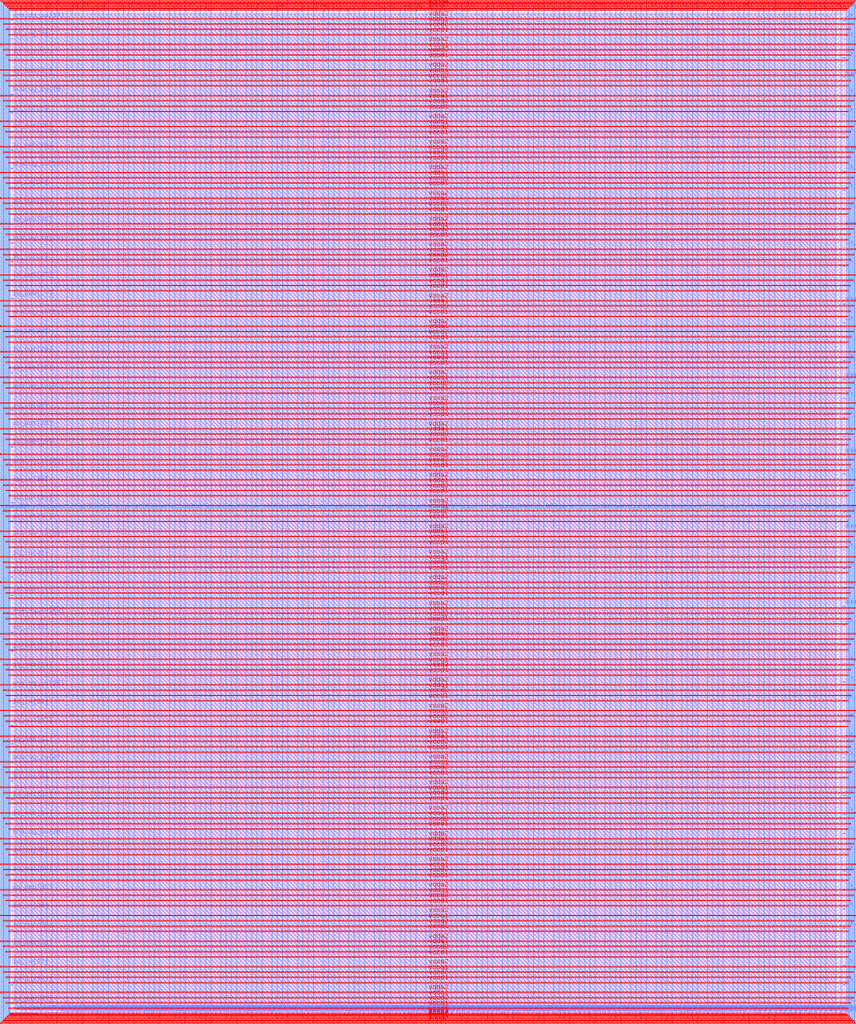
<source format=lef>
VERSION 5.7 ;
  NOWIREEXTENSIONATPIN ON ;
  DIVIDERCHAR "/" ;
  BUSBITCHARS "[]" ;
MACRO user_project_wrapper
  CLASS BLOCK ;
  FOREIGN user_project_wrapper ;
  ORIGIN 0.000 0.000 ;
  SIZE 2920.000 BY 3520.000 ;
  PIN analog_io[0]
    DIRECTION INOUT ;
    USE SIGNAL ;
    PORT
      LAYER met3 ;
        RECT 2917.600 1426.380 2924.800 1427.580 ;
    END
  END analog_io[0]
  PIN analog_io[10]
    DIRECTION INOUT ;
    USE SIGNAL ;
    PORT
      LAYER met2 ;
        RECT 2230.490 3517.600 2231.050 3524.800 ;
    END
  END analog_io[10]
  PIN analog_io[11]
    DIRECTION INOUT ;
    USE SIGNAL ;
    PORT
      LAYER met2 ;
        RECT 1905.730 3517.600 1906.290 3524.800 ;
    END
  END analog_io[11]
  PIN analog_io[12]
    DIRECTION INOUT ;
    USE SIGNAL ;
    PORT
      LAYER met2 ;
        RECT 1581.430 3517.600 1581.990 3524.800 ;
    END
  END analog_io[12]
  PIN analog_io[13]
    DIRECTION INOUT ;
    USE SIGNAL ;
    PORT
      LAYER met2 ;
        RECT 1257.130 3517.600 1257.690 3524.800 ;
    END
  END analog_io[13]
  PIN analog_io[14]
    DIRECTION INOUT ;
    USE SIGNAL ;
    PORT
      LAYER met2 ;
        RECT 932.370 3517.600 932.930 3524.800 ;
    END
  END analog_io[14]
  PIN analog_io[15]
    DIRECTION INOUT ;
    USE SIGNAL ;
    PORT
      LAYER met2 ;
        RECT 608.070 3517.600 608.630 3524.800 ;
    END
  END analog_io[15]
  PIN analog_io[16]
    DIRECTION INOUT ;
    USE SIGNAL ;
    PORT
      LAYER met2 ;
        RECT 283.770 3517.600 284.330 3524.800 ;
    END
  END analog_io[16]
  PIN analog_io[17]
    DIRECTION INOUT ;
    USE SIGNAL ;
    PORT
      LAYER met3 ;
        RECT -4.800 3486.100 2.400 3487.300 ;
    END
  END analog_io[17]
  PIN analog_io[18]
    DIRECTION INOUT ;
    USE SIGNAL ;
    PORT
      LAYER met3 ;
        RECT -4.800 3224.980 2.400 3226.180 ;
    END
  END analog_io[18]
  PIN analog_io[19]
    DIRECTION INOUT ;
    USE SIGNAL ;
    PORT
      LAYER met3 ;
        RECT -4.800 2964.540 2.400 2965.740 ;
    END
  END analog_io[19]
  PIN analog_io[1]
    DIRECTION INOUT ;
    USE SIGNAL ;
    PORT
      LAYER met3 ;
        RECT 2917.600 1692.260 2924.800 1693.460 ;
    END
  END analog_io[1]
  PIN analog_io[20]
    DIRECTION INOUT ;
    USE SIGNAL ;
    PORT
      LAYER met3 ;
        RECT -4.800 2703.420 2.400 2704.620 ;
    END
  END analog_io[20]
  PIN analog_io[21]
    DIRECTION INOUT ;
    USE SIGNAL ;
    PORT
      LAYER met3 ;
        RECT -4.800 2442.980 2.400 2444.180 ;
    END
  END analog_io[21]
  PIN analog_io[22]
    DIRECTION INOUT ;
    USE SIGNAL ;
    PORT
      LAYER met3 ;
        RECT -4.800 2182.540 2.400 2183.740 ;
    END
  END analog_io[22]
  PIN analog_io[23]
    DIRECTION INOUT ;
    USE SIGNAL ;
    PORT
      LAYER met3 ;
        RECT -4.800 1921.420 2.400 1922.620 ;
    END
  END analog_io[23]
  PIN analog_io[24]
    DIRECTION INOUT ;
    USE SIGNAL ;
    PORT
      LAYER met3 ;
        RECT -4.800 1660.980 2.400 1662.180 ;
    END
  END analog_io[24]
  PIN analog_io[25]
    DIRECTION INOUT ;
    USE SIGNAL ;
    PORT
      LAYER met3 ;
        RECT -4.800 1399.860 2.400 1401.060 ;
    END
  END analog_io[25]
  PIN analog_io[26]
    DIRECTION INOUT ;
    USE SIGNAL ;
    PORT
      LAYER met3 ;
        RECT -4.800 1139.420 2.400 1140.620 ;
    END
  END analog_io[26]
  PIN analog_io[27]
    DIRECTION INOUT ;
    USE SIGNAL ;
    PORT
      LAYER met3 ;
        RECT -4.800 878.980 2.400 880.180 ;
    END
  END analog_io[27]
  PIN analog_io[28]
    DIRECTION INOUT ;
    USE SIGNAL ;
    PORT
      LAYER met3 ;
        RECT -4.800 617.860 2.400 619.060 ;
    END
  END analog_io[28]
  PIN analog_io[2]
    DIRECTION INOUT ;
    USE SIGNAL ;
    PORT
      LAYER met3 ;
        RECT 2917.600 1958.140 2924.800 1959.340 ;
    END
  END analog_io[2]
  PIN analog_io[3]
    DIRECTION INOUT ;
    USE SIGNAL ;
    PORT
      LAYER met3 ;
        RECT 2917.600 2223.340 2924.800 2224.540 ;
    END
  END analog_io[3]
  PIN analog_io[4]
    DIRECTION INOUT ;
    USE SIGNAL ;
    PORT
      LAYER met3 ;
        RECT 2917.600 2489.220 2924.800 2490.420 ;
    END
  END analog_io[4]
  PIN analog_io[5]
    DIRECTION INOUT ;
    USE SIGNAL ;
    PORT
      LAYER met3 ;
        RECT 2917.600 2755.100 2924.800 2756.300 ;
    END
  END analog_io[5]
  PIN analog_io[6]
    DIRECTION INOUT ;
    USE SIGNAL ;
    PORT
      LAYER met3 ;
        RECT 2917.600 3020.300 2924.800 3021.500 ;
    END
  END analog_io[6]
  PIN analog_io[7]
    DIRECTION INOUT ;
    USE SIGNAL ;
    PORT
      LAYER met3 ;
        RECT 2917.600 3286.180 2924.800 3287.380 ;
    END
  END analog_io[7]
  PIN analog_io[8]
    DIRECTION INOUT ;
    USE SIGNAL ;
    PORT
      LAYER met2 ;
        RECT 2879.090 3517.600 2879.650 3524.800 ;
    END
  END analog_io[8]
  PIN analog_io[9]
    DIRECTION INOUT ;
    USE SIGNAL ;
    PORT
      LAYER met2 ;
        RECT 2554.790 3517.600 2555.350 3524.800 ;
    END
  END analog_io[9]
  PIN io_in[0]
    DIRECTION INPUT ;
    USE SIGNAL ;
    PORT
      LAYER met3 ;
        RECT 2917.600 32.380 2924.800 33.580 ;
    END
  END io_in[0]
  PIN io_out[0]
    DIRECTION OUTPUT TRISTATE ;
    USE SIGNAL ;
    PORT
      LAYER met3 ;
        RECT 2917.600 98.340 2924.800 99.540 ;
    END
  END io_out[0]
  PIN io_in[10]
    DIRECTION INPUT ;
    USE SIGNAL ;
    PORT
      LAYER met3 ;
        RECT 2917.600 2289.980 2924.800 2291.180 ;
    END
  END io_in[10]
  PIN io_out[10]
    DIRECTION OUTPUT TRISTATE ;
    USE SIGNAL ;
    PORT
      LAYER met3 ;
        RECT 2917.600 2356.620 2924.800 2357.820 ;
    END
  END io_out[10]
  PIN io_in[11]
    DIRECTION INPUT ;
    USE SIGNAL ;
    PORT
      LAYER met3 ;
        RECT 2917.600 2555.860 2924.800 2557.060 ;
    END
  END io_in[11]
  PIN io_out[11]
    DIRECTION OUTPUT TRISTATE ;
    USE SIGNAL ;
    PORT
      LAYER met3 ;
        RECT 2917.600 2621.820 2924.800 2623.020 ;
    END
  END io_out[11]
  PIN io_in[12]
    DIRECTION INPUT ;
    USE SIGNAL ;
    PORT
      LAYER met3 ;
        RECT 2917.600 2821.060 2924.800 2822.260 ;
    END
  END io_in[12]
  PIN io_out[12]
    DIRECTION OUTPUT TRISTATE ;
    USE SIGNAL ;
    PORT
      LAYER met3 ;
        RECT 2917.600 2887.700 2924.800 2888.900 ;
    END
  END io_out[12]
  PIN io_in[13]
    DIRECTION INPUT ;
    USE SIGNAL ;
    PORT
      LAYER met3 ;
        RECT 2917.600 3086.940 2924.800 3088.140 ;
    END
  END io_in[13]
  PIN io_out[13]
    DIRECTION OUTPUT TRISTATE ;
    USE SIGNAL ;
    PORT
      LAYER met3 ;
        RECT 2917.600 3153.580 2924.800 3154.780 ;
    END
  END io_out[13]
  PIN io_in[14]
    DIRECTION INPUT ;
    USE SIGNAL ;
    PORT
      LAYER met3 ;
        RECT 2917.600 3352.820 2924.800 3354.020 ;
    END
  END io_in[14]
  PIN io_out[14]
    DIRECTION OUTPUT TRISTATE ;
    USE SIGNAL ;
    PORT
      LAYER met3 ;
        RECT 2917.600 3418.780 2924.800 3419.980 ;
    END
  END io_out[14]
  PIN io_in[15]
    DIRECTION INPUT ;
    USE SIGNAL ;
    PORT
      LAYER met2 ;
        RECT 2798.130 3517.600 2798.690 3524.800 ;
    END
  END io_in[15]
  PIN io_out[15]
    DIRECTION OUTPUT TRISTATE ;
    USE SIGNAL ;
    PORT
      LAYER met2 ;
        RECT 2717.170 3517.600 2717.730 3524.800 ;
    END
  END io_out[15]
  PIN io_in[16]
    DIRECTION INPUT ;
    USE SIGNAL ;
    PORT
      LAYER met2 ;
        RECT 2473.830 3517.600 2474.390 3524.800 ;
    END
  END io_in[16]
  PIN io_out[16]
    DIRECTION OUTPUT TRISTATE ;
    USE SIGNAL ;
    PORT
      LAYER met2 ;
        RECT 2392.410 3517.600 2392.970 3524.800 ;
    END
  END io_out[16]
  PIN io_in[17]
    DIRECTION INPUT ;
    USE SIGNAL ;
    PORT
      LAYER met2 ;
        RECT 2149.070 3517.600 2149.630 3524.800 ;
    END
  END io_in[17]
  PIN io_out[17]
    DIRECTION OUTPUT TRISTATE ;
    USE SIGNAL ;
    PORT
      LAYER met2 ;
        RECT 2068.110 3517.600 2068.670 3524.800 ;
    END
  END io_out[17]
  PIN io_in[18]
    DIRECTION INPUT ;
    USE SIGNAL ;
    PORT
      LAYER met2 ;
        RECT 1824.770 3517.600 1825.330 3524.800 ;
    END
  END io_in[18]
  PIN io_out[18]
    DIRECTION OUTPUT TRISTATE ;
    USE SIGNAL ;
    PORT
      LAYER met2 ;
        RECT 1743.810 3517.600 1744.370 3524.800 ;
    END
  END io_out[18]
  PIN io_in[19]
    DIRECTION INPUT ;
    USE SIGNAL ;
    PORT
      LAYER met2 ;
        RECT 1500.470 3517.600 1501.030 3524.800 ;
    END
  END io_in[19]
  PIN io_out[19]
    DIRECTION OUTPUT TRISTATE ;
    USE SIGNAL ;
    PORT
      LAYER met2 ;
        RECT 1419.050 3517.600 1419.610 3524.800 ;
    END
  END io_out[19]
  PIN io_in[1]
    DIRECTION INPUT ;
    USE SIGNAL ;
    PORT
      LAYER met3 ;
        RECT 2917.600 230.940 2924.800 232.140 ;
    END
  END io_in[1]
  PIN io_out[1]
    DIRECTION OUTPUT TRISTATE ;
    USE SIGNAL ;
    PORT
      LAYER met3 ;
        RECT 2917.600 297.580 2924.800 298.780 ;
    END
  END io_out[1]
  PIN io_in[20]
    DIRECTION INPUT ;
    USE SIGNAL ;
    PORT
      LAYER met2 ;
        RECT 1175.710 3517.600 1176.270 3524.800 ;
    END
  END io_in[20]
  PIN io_out[20]
    DIRECTION OUTPUT TRISTATE ;
    USE SIGNAL ;
    PORT
      LAYER met2 ;
        RECT 1094.750 3517.600 1095.310 3524.800 ;
    END
  END io_out[20]
  PIN io_in[21]
    DIRECTION INPUT ;
    USE SIGNAL ;
    PORT
      LAYER met2 ;
        RECT 851.410 3517.600 851.970 3524.800 ;
    END
  END io_in[21]
  PIN io_out[21]
    DIRECTION OUTPUT TRISTATE ;
    USE SIGNAL ;
    PORT
      LAYER met2 ;
        RECT 770.450 3517.600 771.010 3524.800 ;
    END
  END io_out[21]
  PIN io_in[22]
    DIRECTION INPUT ;
    USE SIGNAL ;
    PORT
      LAYER met2 ;
        RECT 527.110 3517.600 527.670 3524.800 ;
    END
  END io_in[22]
  PIN io_out[22]
    DIRECTION OUTPUT TRISTATE ;
    USE SIGNAL ;
    PORT
      LAYER met2 ;
        RECT 445.690 3517.600 446.250 3524.800 ;
    END
  END io_out[22]
  PIN io_in[23]
    DIRECTION INPUT ;
    USE SIGNAL ;
    PORT
      LAYER met2 ;
        RECT 202.350 3517.600 202.910 3524.800 ;
    END
  END io_in[23]
  PIN io_out[23]
    DIRECTION OUTPUT TRISTATE ;
    USE SIGNAL ;
    PORT
      LAYER met2 ;
        RECT 121.390 3517.600 121.950 3524.800 ;
    END
  END io_out[23]
  PIN io_in[24]
    DIRECTION INPUT ;
    USE SIGNAL ;
    PORT
      LAYER met3 ;
        RECT -4.800 3420.820 2.400 3422.020 ;
    END
  END io_in[24]
  PIN io_out[24]
    DIRECTION OUTPUT TRISTATE ;
    USE SIGNAL ;
    PORT
      LAYER met3 ;
        RECT -4.800 3355.540 2.400 3356.740 ;
    END
  END io_out[24]
  PIN io_in[25]
    DIRECTION INPUT ;
    USE SIGNAL ;
    PORT
      LAYER met3 ;
        RECT -4.800 3159.700 2.400 3160.900 ;
    END
  END io_in[25]
  PIN io_out[25]
    DIRECTION OUTPUT TRISTATE ;
    USE SIGNAL ;
    PORT
      LAYER met3 ;
        RECT -4.800 3095.100 2.400 3096.300 ;
    END
  END io_out[25]
  PIN io_in[26]
    DIRECTION INPUT ;
    USE SIGNAL ;
    PORT
      LAYER met3 ;
        RECT -4.800 2899.260 2.400 2900.460 ;
    END
  END io_in[26]
  PIN io_out[26]
    DIRECTION OUTPUT TRISTATE ;
    USE SIGNAL ;
    PORT
      LAYER met3 ;
        RECT -4.800 2833.980 2.400 2835.180 ;
    END
  END io_out[26]
  PIN io_in[27]
    DIRECTION INPUT ;
    USE SIGNAL ;
    PORT
      LAYER met3 ;
        RECT -4.800 2638.820 2.400 2640.020 ;
    END
  END io_in[27]
  PIN io_out[27]
    DIRECTION OUTPUT TRISTATE ;
    USE SIGNAL ;
    PORT
      LAYER met3 ;
        RECT -4.800 2573.540 2.400 2574.740 ;
    END
  END io_out[27]
  PIN io_in[28]
    DIRECTION INPUT ;
    USE SIGNAL ;
    PORT
      LAYER met3 ;
        RECT -4.800 2377.700 2.400 2378.900 ;
    END
  END io_in[28]
  PIN io_out[28]
    DIRECTION OUTPUT TRISTATE ;
    USE SIGNAL ;
    PORT
      LAYER met3 ;
        RECT -4.800 2312.420 2.400 2313.620 ;
    END
  END io_out[28]
  PIN io_in[29]
    DIRECTION INPUT ;
    USE SIGNAL ;
    PORT
      LAYER met3 ;
        RECT -4.800 2117.260 2.400 2118.460 ;
    END
  END io_in[29]
  PIN io_out[29]
    DIRECTION OUTPUT TRISTATE ;
    USE SIGNAL ;
    PORT
      LAYER met3 ;
        RECT -4.800 2051.980 2.400 2053.180 ;
    END
  END io_out[29]
  PIN io_in[2]
    DIRECTION INPUT ;
    USE SIGNAL ;
    PORT
      LAYER met3 ;
        RECT 2917.600 430.180 2924.800 431.380 ;
    END
  END io_in[2]
  PIN io_out[2]
    DIRECTION OUTPUT TRISTATE ;
    USE SIGNAL ;
    PORT
      LAYER met3 ;
        RECT 2917.600 496.820 2924.800 498.020 ;
    END
  END io_out[2]
  PIN io_in[30]
    DIRECTION INPUT ;
    USE SIGNAL ;
    PORT
      LAYER met3 ;
        RECT -4.800 1856.140 2.400 1857.340 ;
    END
  END io_in[30]
  PIN io_out[30]
    DIRECTION OUTPUT TRISTATE ;
    USE SIGNAL ;
    PORT
      LAYER met3 ;
        RECT -4.800 1791.540 2.400 1792.740 ;
    END
  END io_out[30]
  PIN io_in[31]
    DIRECTION INPUT ;
    USE SIGNAL ;
    PORT
      LAYER met3 ;
        RECT -4.800 1595.700 2.400 1596.900 ;
    END
  END io_in[31]
  PIN io_out[31]
    DIRECTION OUTPUT TRISTATE ;
    USE SIGNAL ;
    PORT
      LAYER met3 ;
        RECT -4.800 1530.420 2.400 1531.620 ;
    END
  END io_out[31]
  PIN io_in[32]
    DIRECTION INPUT ;
    USE SIGNAL ;
    PORT
      LAYER met3 ;
        RECT -4.800 1335.260 2.400 1336.460 ;
    END
  END io_in[32]
  PIN io_out[32]
    DIRECTION OUTPUT TRISTATE ;
    USE SIGNAL ;
    PORT
      LAYER met3 ;
        RECT -4.800 1269.980 2.400 1271.180 ;
    END
  END io_out[32]
  PIN io_in[33]
    DIRECTION INPUT ;
    USE SIGNAL ;
    PORT
      LAYER met3 ;
        RECT -4.800 1074.140 2.400 1075.340 ;
    END
  END io_in[33]
  PIN io_out[33]
    DIRECTION OUTPUT TRISTATE ;
    USE SIGNAL ;
    PORT
      LAYER met3 ;
        RECT -4.800 1008.860 2.400 1010.060 ;
    END
  END io_out[33]
  PIN io_in[34]
    DIRECTION INPUT ;
    USE SIGNAL ;
    PORT
      LAYER met3 ;
        RECT -4.800 813.700 2.400 814.900 ;
    END
  END io_in[34]
  PIN io_out[34]
    DIRECTION OUTPUT TRISTATE ;
    USE SIGNAL ;
    PORT
      LAYER met3 ;
        RECT -4.800 748.420 2.400 749.620 ;
    END
  END io_out[34]
  PIN io_in[35]
    DIRECTION INPUT ;
    USE SIGNAL ;
    PORT
      LAYER met3 ;
        RECT -4.800 552.580 2.400 553.780 ;
    END
  END io_in[35]
  PIN io_out[35]
    DIRECTION OUTPUT TRISTATE ;
    USE SIGNAL ;
    PORT
      LAYER met3 ;
        RECT -4.800 487.300 2.400 488.500 ;
    END
  END io_out[35]
  PIN io_in[36]
    DIRECTION INPUT ;
    USE SIGNAL ;
    PORT
      LAYER met3 ;
        RECT -4.800 357.420 2.400 358.620 ;
    END
  END io_in[36]
  PIN io_out[36]
    DIRECTION OUTPUT TRISTATE ;
    USE SIGNAL ;
    PORT
      LAYER met3 ;
        RECT -4.800 292.140 2.400 293.340 ;
    END
  END io_out[36]
  PIN io_in[37]
    DIRECTION INPUT ;
    USE SIGNAL ;
    PORT
      LAYER met3 ;
        RECT -4.800 161.580 2.400 162.780 ;
    END
  END io_in[37]
  PIN io_out[37]
    DIRECTION OUTPUT TRISTATE ;
    USE SIGNAL ;
    PORT
      LAYER met3 ;
        RECT -4.800 96.300 2.400 97.500 ;
    END
  END io_out[37]
  PIN io_in[3]
    DIRECTION INPUT ;
    USE SIGNAL ;
    PORT
      LAYER met3 ;
        RECT 2917.600 629.420 2924.800 630.620 ;
    END
  END io_in[3]
  PIN io_out[3]
    DIRECTION OUTPUT TRISTATE ;
    USE SIGNAL ;
    PORT
      LAYER met3 ;
        RECT 2917.600 696.060 2924.800 697.260 ;
    END
  END io_out[3]
  PIN io_in[4]
    DIRECTION INPUT ;
    USE SIGNAL ;
    PORT
      LAYER met3 ;
        RECT 2917.600 828.660 2924.800 829.860 ;
    END
  END io_in[4]
  PIN io_out[4]
    DIRECTION OUTPUT TRISTATE ;
    USE SIGNAL ;
    PORT
      LAYER met3 ;
        RECT 2917.600 895.300 2924.800 896.500 ;
    END
  END io_out[4]
  PIN io_in[5]
    DIRECTION INPUT ;
    USE SIGNAL ;
    PORT
      LAYER met3 ;
        RECT 2917.600 1027.900 2924.800 1029.100 ;
    END
  END io_in[5]
  PIN io_out[5]
    DIRECTION OUTPUT TRISTATE ;
    USE SIGNAL ;
    PORT
      LAYER met3 ;
        RECT 2917.600 1094.540 2924.800 1095.740 ;
    END
  END io_out[5]
  PIN io_in[6]
    DIRECTION INPUT ;
    USE SIGNAL ;
    PORT
      LAYER met3 ;
        RECT 2917.600 1227.140 2924.800 1228.340 ;
    END
  END io_in[6]
  PIN io_out[6]
    DIRECTION OUTPUT TRISTATE ;
    USE SIGNAL ;
    PORT
      LAYER met3 ;
        RECT 2917.600 1293.780 2924.800 1294.980 ;
    END
  END io_out[6]
  PIN io_in[7]
    DIRECTION INPUT ;
    USE SIGNAL ;
    PORT
      LAYER met3 ;
        RECT 2917.600 1493.020 2924.800 1494.220 ;
    END
  END io_in[7]
  PIN io_out[7]
    DIRECTION OUTPUT TRISTATE ;
    USE SIGNAL ;
    PORT
      LAYER met3 ;
        RECT 2917.600 1559.660 2924.800 1560.860 ;
    END
  END io_out[7]
  PIN io_in[8]
    DIRECTION INPUT ;
    USE SIGNAL ;
    PORT
      LAYER met3 ;
        RECT 2917.600 1758.900 2924.800 1760.100 ;
    END
  END io_in[8]
  PIN io_out[8]
    DIRECTION OUTPUT TRISTATE ;
    USE SIGNAL ;
    PORT
      LAYER met3 ;
        RECT 2917.600 1824.860 2924.800 1826.060 ;
    END
  END io_out[8]
  PIN io_in[9]
    DIRECTION INPUT ;
    USE SIGNAL ;
    PORT
      LAYER met3 ;
        RECT 2917.600 2024.100 2924.800 2025.300 ;
    END
  END io_in[9]
  PIN io_out[9]
    DIRECTION OUTPUT TRISTATE ;
    USE SIGNAL ;
    PORT
      LAYER met3 ;
        RECT 2917.600 2090.740 2924.800 2091.940 ;
    END
  END io_out[9]
  PIN io_oeb[0]
    DIRECTION OUTPUT TRISTATE ;
    USE SIGNAL ;
    PORT
      LAYER met3 ;
        RECT 2917.600 164.980 2924.800 166.180 ;
    END
  END io_oeb[0]
  PIN io_oeb[10]
    DIRECTION OUTPUT TRISTATE ;
    USE SIGNAL ;
    PORT
      LAYER met3 ;
        RECT 2917.600 2422.580 2924.800 2423.780 ;
    END
  END io_oeb[10]
  PIN io_oeb[11]
    DIRECTION OUTPUT TRISTATE ;
    USE SIGNAL ;
    PORT
      LAYER met3 ;
        RECT 2917.600 2688.460 2924.800 2689.660 ;
    END
  END io_oeb[11]
  PIN io_oeb[12]
    DIRECTION OUTPUT TRISTATE ;
    USE SIGNAL ;
    PORT
      LAYER met3 ;
        RECT 2917.600 2954.340 2924.800 2955.540 ;
    END
  END io_oeb[12]
  PIN io_oeb[13]
    DIRECTION OUTPUT TRISTATE ;
    USE SIGNAL ;
    PORT
      LAYER met3 ;
        RECT 2917.600 3219.540 2924.800 3220.740 ;
    END
  END io_oeb[13]
  PIN io_oeb[14]
    DIRECTION OUTPUT TRISTATE ;
    USE SIGNAL ;
    PORT
      LAYER met3 ;
        RECT 2917.600 3485.420 2924.800 3486.620 ;
    END
  END io_oeb[14]
  PIN io_oeb[15]
    DIRECTION OUTPUT TRISTATE ;
    USE SIGNAL ;
    PORT
      LAYER met2 ;
        RECT 2635.750 3517.600 2636.310 3524.800 ;
    END
  END io_oeb[15]
  PIN io_oeb[16]
    DIRECTION OUTPUT TRISTATE ;
    USE SIGNAL ;
    PORT
      LAYER met2 ;
        RECT 2311.450 3517.600 2312.010 3524.800 ;
    END
  END io_oeb[16]
  PIN io_oeb[17]
    DIRECTION OUTPUT TRISTATE ;
    USE SIGNAL ;
    PORT
      LAYER met2 ;
        RECT 1987.150 3517.600 1987.710 3524.800 ;
    END
  END io_oeb[17]
  PIN io_oeb[18]
    DIRECTION OUTPUT TRISTATE ;
    USE SIGNAL ;
    PORT
      LAYER met2 ;
        RECT 1662.390 3517.600 1662.950 3524.800 ;
    END
  END io_oeb[18]
  PIN io_oeb[19]
    DIRECTION OUTPUT TRISTATE ;
    USE SIGNAL ;
    PORT
      LAYER met2 ;
        RECT 1338.090 3517.600 1338.650 3524.800 ;
    END
  END io_oeb[19]
  PIN io_oeb[1]
    DIRECTION OUTPUT TRISTATE ;
    USE SIGNAL ;
    PORT
      LAYER met3 ;
        RECT 2917.600 364.220 2924.800 365.420 ;
    END
  END io_oeb[1]
  PIN io_oeb[20]
    DIRECTION OUTPUT TRISTATE ;
    USE SIGNAL ;
    PORT
      LAYER met2 ;
        RECT 1013.790 3517.600 1014.350 3524.800 ;
    END
  END io_oeb[20]
  PIN io_oeb[21]
    DIRECTION OUTPUT TRISTATE ;
    USE SIGNAL ;
    PORT
      LAYER met2 ;
        RECT 689.030 3517.600 689.590 3524.800 ;
    END
  END io_oeb[21]
  PIN io_oeb[22]
    DIRECTION OUTPUT TRISTATE ;
    USE SIGNAL ;
    PORT
      LAYER met2 ;
        RECT 364.730 3517.600 365.290 3524.800 ;
    END
  END io_oeb[22]
  PIN io_oeb[23]
    DIRECTION OUTPUT TRISTATE ;
    USE SIGNAL ;
    PORT
      LAYER met2 ;
        RECT 40.430 3517.600 40.990 3524.800 ;
    END
  END io_oeb[23]
  PIN io_oeb[24]
    DIRECTION OUTPUT TRISTATE ;
    USE SIGNAL ;
    PORT
      LAYER met3 ;
        RECT -4.800 3290.260 2.400 3291.460 ;
    END
  END io_oeb[24]
  PIN io_oeb[25]
    DIRECTION OUTPUT TRISTATE ;
    USE SIGNAL ;
    PORT
      LAYER met3 ;
        RECT -4.800 3029.820 2.400 3031.020 ;
    END
  END io_oeb[25]
  PIN io_oeb[26]
    DIRECTION OUTPUT TRISTATE ;
    USE SIGNAL ;
    PORT
      LAYER met3 ;
        RECT -4.800 2768.700 2.400 2769.900 ;
    END
  END io_oeb[26]
  PIN io_oeb[27]
    DIRECTION OUTPUT TRISTATE ;
    USE SIGNAL ;
    PORT
      LAYER met3 ;
        RECT -4.800 2508.260 2.400 2509.460 ;
    END
  END io_oeb[27]
  PIN io_oeb[28]
    DIRECTION OUTPUT TRISTATE ;
    USE SIGNAL ;
    PORT
      LAYER met3 ;
        RECT -4.800 2247.140 2.400 2248.340 ;
    END
  END io_oeb[28]
  PIN io_oeb[29]
    DIRECTION OUTPUT TRISTATE ;
    USE SIGNAL ;
    PORT
      LAYER met3 ;
        RECT -4.800 1986.700 2.400 1987.900 ;
    END
  END io_oeb[29]
  PIN io_oeb[2]
    DIRECTION OUTPUT TRISTATE ;
    USE SIGNAL ;
    PORT
      LAYER met3 ;
        RECT 2917.600 563.460 2924.800 564.660 ;
    END
  END io_oeb[2]
  PIN io_oeb[30]
    DIRECTION OUTPUT TRISTATE ;
    USE SIGNAL ;
    PORT
      LAYER met3 ;
        RECT -4.800 1726.260 2.400 1727.460 ;
    END
  END io_oeb[30]
  PIN io_oeb[31]
    DIRECTION OUTPUT TRISTATE ;
    USE SIGNAL ;
    PORT
      LAYER met3 ;
        RECT -4.800 1465.140 2.400 1466.340 ;
    END
  END io_oeb[31]
  PIN io_oeb[32]
    DIRECTION OUTPUT TRISTATE ;
    USE SIGNAL ;
    PORT
      LAYER met3 ;
        RECT -4.800 1204.700 2.400 1205.900 ;
    END
  END io_oeb[32]
  PIN io_oeb[33]
    DIRECTION OUTPUT TRISTATE ;
    USE SIGNAL ;
    PORT
      LAYER met3 ;
        RECT -4.800 943.580 2.400 944.780 ;
    END
  END io_oeb[33]
  PIN io_oeb[34]
    DIRECTION OUTPUT TRISTATE ;
    USE SIGNAL ;
    PORT
      LAYER met3 ;
        RECT -4.800 683.140 2.400 684.340 ;
    END
  END io_oeb[34]
  PIN io_oeb[35]
    DIRECTION OUTPUT TRISTATE ;
    USE SIGNAL ;
    PORT
      LAYER met3 ;
        RECT -4.800 422.700 2.400 423.900 ;
    END
  END io_oeb[35]
  PIN io_oeb[36]
    DIRECTION OUTPUT TRISTATE ;
    USE SIGNAL ;
    PORT
      LAYER met3 ;
        RECT -4.800 226.860 2.400 228.060 ;
    END
  END io_oeb[36]
  PIN io_oeb[37]
    DIRECTION OUTPUT TRISTATE ;
    USE SIGNAL ;
    PORT
      LAYER met3 ;
        RECT -4.800 31.700 2.400 32.900 ;
    END
  END io_oeb[37]
  PIN io_oeb[3]
    DIRECTION OUTPUT TRISTATE ;
    USE SIGNAL ;
    PORT
      LAYER met3 ;
        RECT 2917.600 762.700 2924.800 763.900 ;
    END
  END io_oeb[3]
  PIN io_oeb[4]
    DIRECTION OUTPUT TRISTATE ;
    USE SIGNAL ;
    PORT
      LAYER met3 ;
        RECT 2917.600 961.940 2924.800 963.140 ;
    END
  END io_oeb[4]
  PIN io_oeb[5]
    DIRECTION OUTPUT TRISTATE ;
    USE SIGNAL ;
    PORT
      LAYER met3 ;
        RECT 2917.600 1161.180 2924.800 1162.380 ;
    END
  END io_oeb[5]
  PIN io_oeb[6]
    DIRECTION OUTPUT TRISTATE ;
    USE SIGNAL ;
    PORT
      LAYER met3 ;
        RECT 2917.600 1360.420 2924.800 1361.620 ;
    END
  END io_oeb[6]
  PIN io_oeb[7]
    DIRECTION OUTPUT TRISTATE ;
    USE SIGNAL ;
    PORT
      LAYER met3 ;
        RECT 2917.600 1625.620 2924.800 1626.820 ;
    END
  END io_oeb[7]
  PIN io_oeb[8]
    DIRECTION OUTPUT TRISTATE ;
    USE SIGNAL ;
    PORT
      LAYER met3 ;
        RECT 2917.600 1891.500 2924.800 1892.700 ;
    END
  END io_oeb[8]
  PIN io_oeb[9]
    DIRECTION OUTPUT TRISTATE ;
    USE SIGNAL ;
    PORT
      LAYER met3 ;
        RECT 2917.600 2157.380 2924.800 2158.580 ;
    END
  END io_oeb[9]
  PIN la_data_in[0]
    DIRECTION INPUT ;
    USE SIGNAL ;
    PORT
      LAYER met2 ;
        RECT 629.230 -4.800 629.790 2.400 ;
    END
  END la_data_in[0]
  PIN la_data_in[100]
    DIRECTION INPUT ;
    USE SIGNAL ;
    PORT
      LAYER met2 ;
        RECT 2402.530 -4.800 2403.090 2.400 ;
    END
  END la_data_in[100]
  PIN la_data_in[101]
    DIRECTION INPUT ;
    USE SIGNAL ;
    PORT
      LAYER met2 ;
        RECT 2420.010 -4.800 2420.570 2.400 ;
    END
  END la_data_in[101]
  PIN la_data_in[102]
    DIRECTION INPUT ;
    USE SIGNAL ;
    PORT
      LAYER met2 ;
        RECT 2437.950 -4.800 2438.510 2.400 ;
    END
  END la_data_in[102]
  PIN la_data_in[103]
    DIRECTION INPUT ;
    USE SIGNAL ;
    PORT
      LAYER met2 ;
        RECT 2455.430 -4.800 2455.990 2.400 ;
    END
  END la_data_in[103]
  PIN la_data_in[104]
    DIRECTION INPUT ;
    USE SIGNAL ;
    PORT
      LAYER met2 ;
        RECT 2473.370 -4.800 2473.930 2.400 ;
    END
  END la_data_in[104]
  PIN la_data_in[105]
    DIRECTION INPUT ;
    USE SIGNAL ;
    PORT
      LAYER met2 ;
        RECT 2490.850 -4.800 2491.410 2.400 ;
    END
  END la_data_in[105]
  PIN la_data_in[106]
    DIRECTION INPUT ;
    USE SIGNAL ;
    PORT
      LAYER met2 ;
        RECT 2508.790 -4.800 2509.350 2.400 ;
    END
  END la_data_in[106]
  PIN la_data_in[107]
    DIRECTION INPUT ;
    USE SIGNAL ;
    PORT
      LAYER met2 ;
        RECT 2526.730 -4.800 2527.290 2.400 ;
    END
  END la_data_in[107]
  PIN la_data_in[108]
    DIRECTION INPUT ;
    USE SIGNAL ;
    PORT
      LAYER met2 ;
        RECT 2544.210 -4.800 2544.770 2.400 ;
    END
  END la_data_in[108]
  PIN la_data_in[109]
    DIRECTION INPUT ;
    USE SIGNAL ;
    PORT
      LAYER met2 ;
        RECT 2562.150 -4.800 2562.710 2.400 ;
    END
  END la_data_in[109]
  PIN la_data_in[10]
    DIRECTION INPUT ;
    USE SIGNAL ;
    PORT
      LAYER met2 ;
        RECT 806.330 -4.800 806.890 2.400 ;
    END
  END la_data_in[10]
  PIN la_data_in[110]
    DIRECTION INPUT ;
    USE SIGNAL ;
    PORT
      LAYER met2 ;
        RECT 2579.630 -4.800 2580.190 2.400 ;
    END
  END la_data_in[110]
  PIN la_data_in[111]
    DIRECTION INPUT ;
    USE SIGNAL ;
    PORT
      LAYER met2 ;
        RECT 2597.570 -4.800 2598.130 2.400 ;
    END
  END la_data_in[111]
  PIN la_data_in[112]
    DIRECTION INPUT ;
    USE SIGNAL ;
    PORT
      LAYER met2 ;
        RECT 2615.050 -4.800 2615.610 2.400 ;
    END
  END la_data_in[112]
  PIN la_data_in[113]
    DIRECTION INPUT ;
    USE SIGNAL ;
    PORT
      LAYER met2 ;
        RECT 2632.990 -4.800 2633.550 2.400 ;
    END
  END la_data_in[113]
  PIN la_data_in[114]
    DIRECTION INPUT ;
    USE SIGNAL ;
    PORT
      LAYER met2 ;
        RECT 2650.470 -4.800 2651.030 2.400 ;
    END
  END la_data_in[114]
  PIN la_data_in[115]
    DIRECTION INPUT ;
    USE SIGNAL ;
    PORT
      LAYER met2 ;
        RECT 2668.410 -4.800 2668.970 2.400 ;
    END
  END la_data_in[115]
  PIN la_data_in[116]
    DIRECTION INPUT ;
    USE SIGNAL ;
    PORT
      LAYER met2 ;
        RECT 2685.890 -4.800 2686.450 2.400 ;
    END
  END la_data_in[116]
  PIN la_data_in[117]
    DIRECTION INPUT ;
    USE SIGNAL ;
    PORT
      LAYER met2 ;
        RECT 2703.830 -4.800 2704.390 2.400 ;
    END
  END la_data_in[117]
  PIN la_data_in[118]
    DIRECTION INPUT ;
    USE SIGNAL ;
    PORT
      LAYER met2 ;
        RECT 2721.770 -4.800 2722.330 2.400 ;
    END
  END la_data_in[118]
  PIN la_data_in[119]
    DIRECTION INPUT ;
    USE SIGNAL ;
    PORT
      LAYER met2 ;
        RECT 2739.250 -4.800 2739.810 2.400 ;
    END
  END la_data_in[119]
  PIN la_data_in[11]
    DIRECTION INPUT ;
    USE SIGNAL ;
    PORT
      LAYER met2 ;
        RECT 824.270 -4.800 824.830 2.400 ;
    END
  END la_data_in[11]
  PIN la_data_in[120]
    DIRECTION INPUT ;
    USE SIGNAL ;
    PORT
      LAYER met2 ;
        RECT 2757.190 -4.800 2757.750 2.400 ;
    END
  END la_data_in[120]
  PIN la_data_in[121]
    DIRECTION INPUT ;
    USE SIGNAL ;
    PORT
      LAYER met2 ;
        RECT 2774.670 -4.800 2775.230 2.400 ;
    END
  END la_data_in[121]
  PIN la_data_in[122]
    DIRECTION INPUT ;
    USE SIGNAL ;
    PORT
      LAYER met2 ;
        RECT 2792.610 -4.800 2793.170 2.400 ;
    END
  END la_data_in[122]
  PIN la_data_in[123]
    DIRECTION INPUT ;
    USE SIGNAL ;
    PORT
      LAYER met2 ;
        RECT 2810.090 -4.800 2810.650 2.400 ;
    END
  END la_data_in[123]
  PIN la_data_in[124]
    DIRECTION INPUT ;
    USE SIGNAL ;
    PORT
      LAYER met2 ;
        RECT 2828.030 -4.800 2828.590 2.400 ;
    END
  END la_data_in[124]
  PIN la_data_in[125]
    DIRECTION INPUT ;
    USE SIGNAL ;
    PORT
      LAYER met2 ;
        RECT 2845.510 -4.800 2846.070 2.400 ;
    END
  END la_data_in[125]
  PIN la_data_in[126]
    DIRECTION INPUT ;
    USE SIGNAL ;
    PORT
      LAYER met2 ;
        RECT 2863.450 -4.800 2864.010 2.400 ;
    END
  END la_data_in[126]
  PIN la_data_in[127]
    DIRECTION INPUT ;
    USE SIGNAL ;
    PORT
      LAYER met2 ;
        RECT 2881.390 -4.800 2881.950 2.400 ;
    END
  END la_data_in[127]
  PIN la_data_in[12]
    DIRECTION INPUT ;
    USE SIGNAL ;
    PORT
      LAYER met2 ;
        RECT 841.750 -4.800 842.310 2.400 ;
    END
  END la_data_in[12]
  PIN la_data_in[13]
    DIRECTION INPUT ;
    USE SIGNAL ;
    PORT
      LAYER met2 ;
        RECT 859.690 -4.800 860.250 2.400 ;
    END
  END la_data_in[13]
  PIN la_data_in[14]
    DIRECTION INPUT ;
    USE SIGNAL ;
    PORT
      LAYER met2 ;
        RECT 877.170 -4.800 877.730 2.400 ;
    END
  END la_data_in[14]
  PIN la_data_in[15]
    DIRECTION INPUT ;
    USE SIGNAL ;
    PORT
      LAYER met2 ;
        RECT 895.110 -4.800 895.670 2.400 ;
    END
  END la_data_in[15]
  PIN la_data_in[16]
    DIRECTION INPUT ;
    USE SIGNAL ;
    PORT
      LAYER met2 ;
        RECT 912.590 -4.800 913.150 2.400 ;
    END
  END la_data_in[16]
  PIN la_data_in[17]
    DIRECTION INPUT ;
    USE SIGNAL ;
    PORT
      LAYER met2 ;
        RECT 930.530 -4.800 931.090 2.400 ;
    END
  END la_data_in[17]
  PIN la_data_in[18]
    DIRECTION INPUT ;
    USE SIGNAL ;
    PORT
      LAYER met2 ;
        RECT 948.470 -4.800 949.030 2.400 ;
    END
  END la_data_in[18]
  PIN la_data_in[19]
    DIRECTION INPUT ;
    USE SIGNAL ;
    PORT
      LAYER met2 ;
        RECT 965.950 -4.800 966.510 2.400 ;
    END
  END la_data_in[19]
  PIN la_data_in[1]
    DIRECTION INPUT ;
    USE SIGNAL ;
    PORT
      LAYER met2 ;
        RECT 646.710 -4.800 647.270 2.400 ;
    END
  END la_data_in[1]
  PIN la_data_in[20]
    DIRECTION INPUT ;
    USE SIGNAL ;
    PORT
      LAYER met2 ;
        RECT 983.890 -4.800 984.450 2.400 ;
    END
  END la_data_in[20]
  PIN la_data_in[21]
    DIRECTION INPUT ;
    USE SIGNAL ;
    PORT
      LAYER met2 ;
        RECT 1001.370 -4.800 1001.930 2.400 ;
    END
  END la_data_in[21]
  PIN la_data_in[22]
    DIRECTION INPUT ;
    USE SIGNAL ;
    PORT
      LAYER met2 ;
        RECT 1019.310 -4.800 1019.870 2.400 ;
    END
  END la_data_in[22]
  PIN la_data_in[23]
    DIRECTION INPUT ;
    USE SIGNAL ;
    PORT
      LAYER met2 ;
        RECT 1036.790 -4.800 1037.350 2.400 ;
    END
  END la_data_in[23]
  PIN la_data_in[24]
    DIRECTION INPUT ;
    USE SIGNAL ;
    PORT
      LAYER met2 ;
        RECT 1054.730 -4.800 1055.290 2.400 ;
    END
  END la_data_in[24]
  PIN la_data_in[25]
    DIRECTION INPUT ;
    USE SIGNAL ;
    PORT
      LAYER met2 ;
        RECT 1072.210 -4.800 1072.770 2.400 ;
    END
  END la_data_in[25]
  PIN la_data_in[26]
    DIRECTION INPUT ;
    USE SIGNAL ;
    PORT
      LAYER met2 ;
        RECT 1090.150 -4.800 1090.710 2.400 ;
    END
  END la_data_in[26]
  PIN la_data_in[27]
    DIRECTION INPUT ;
    USE SIGNAL ;
    PORT
      LAYER met2 ;
        RECT 1107.630 -4.800 1108.190 2.400 ;
    END
  END la_data_in[27]
  PIN la_data_in[28]
    DIRECTION INPUT ;
    USE SIGNAL ;
    PORT
      LAYER met2 ;
        RECT 1125.570 -4.800 1126.130 2.400 ;
    END
  END la_data_in[28]
  PIN la_data_in[29]
    DIRECTION INPUT ;
    USE SIGNAL ;
    PORT
      LAYER met2 ;
        RECT 1143.510 -4.800 1144.070 2.400 ;
    END
  END la_data_in[29]
  PIN la_data_in[2]
    DIRECTION INPUT ;
    USE SIGNAL ;
    PORT
      LAYER met2 ;
        RECT 664.650 -4.800 665.210 2.400 ;
    END
  END la_data_in[2]
  PIN la_data_in[30]
    DIRECTION INPUT ;
    USE SIGNAL ;
    PORT
      LAYER met2 ;
        RECT 1160.990 -4.800 1161.550 2.400 ;
    END
  END la_data_in[30]
  PIN la_data_in[31]
    DIRECTION INPUT ;
    USE SIGNAL ;
    PORT
      LAYER met2 ;
        RECT 1178.930 -4.800 1179.490 2.400 ;
    END
  END la_data_in[31]
  PIN la_data_in[32]
    DIRECTION INPUT ;
    USE SIGNAL ;
    PORT
      LAYER met2 ;
        RECT 1196.410 -4.800 1196.970 2.400 ;
    END
  END la_data_in[32]
  PIN la_data_in[33]
    DIRECTION INPUT ;
    USE SIGNAL ;
    PORT
      LAYER met2 ;
        RECT 1214.350 -4.800 1214.910 2.400 ;
    END
  END la_data_in[33]
  PIN la_data_in[34]
    DIRECTION INPUT ;
    USE SIGNAL ;
    PORT
      LAYER met2 ;
        RECT 1231.830 -4.800 1232.390 2.400 ;
    END
  END la_data_in[34]
  PIN la_data_in[35]
    DIRECTION INPUT ;
    USE SIGNAL ;
    PORT
      LAYER met2 ;
        RECT 1249.770 -4.800 1250.330 2.400 ;
    END
  END la_data_in[35]
  PIN la_data_in[36]
    DIRECTION INPUT ;
    USE SIGNAL ;
    PORT
      LAYER met2 ;
        RECT 1267.250 -4.800 1267.810 2.400 ;
    END
  END la_data_in[36]
  PIN la_data_in[37]
    DIRECTION INPUT ;
    USE SIGNAL ;
    PORT
      LAYER met2 ;
        RECT 1285.190 -4.800 1285.750 2.400 ;
    END
  END la_data_in[37]
  PIN la_data_in[38]
    DIRECTION INPUT ;
    USE SIGNAL ;
    PORT
      LAYER met2 ;
        RECT 1303.130 -4.800 1303.690 2.400 ;
    END
  END la_data_in[38]
  PIN la_data_in[39]
    DIRECTION INPUT ;
    USE SIGNAL ;
    PORT
      LAYER met2 ;
        RECT 1320.610 -4.800 1321.170 2.400 ;
    END
  END la_data_in[39]
  PIN la_data_in[3]
    DIRECTION INPUT ;
    USE SIGNAL ;
    PORT
      LAYER met2 ;
        RECT 682.130 -4.800 682.690 2.400 ;
    END
  END la_data_in[3]
  PIN la_data_in[40]
    DIRECTION INPUT ;
    USE SIGNAL ;
    PORT
      LAYER met2 ;
        RECT 1338.550 -4.800 1339.110 2.400 ;
    END
  END la_data_in[40]
  PIN la_data_in[41]
    DIRECTION INPUT ;
    USE SIGNAL ;
    PORT
      LAYER met2 ;
        RECT 1356.030 -4.800 1356.590 2.400 ;
    END
  END la_data_in[41]
  PIN la_data_in[42]
    DIRECTION INPUT ;
    USE SIGNAL ;
    PORT
      LAYER met2 ;
        RECT 1373.970 -4.800 1374.530 2.400 ;
    END
  END la_data_in[42]
  PIN la_data_in[43]
    DIRECTION INPUT ;
    USE SIGNAL ;
    PORT
      LAYER met2 ;
        RECT 1391.450 -4.800 1392.010 2.400 ;
    END
  END la_data_in[43]
  PIN la_data_in[44]
    DIRECTION INPUT ;
    USE SIGNAL ;
    PORT
      LAYER met2 ;
        RECT 1409.390 -4.800 1409.950 2.400 ;
    END
  END la_data_in[44]
  PIN la_data_in[45]
    DIRECTION INPUT ;
    USE SIGNAL ;
    PORT
      LAYER met2 ;
        RECT 1426.870 -4.800 1427.430 2.400 ;
    END
  END la_data_in[45]
  PIN la_data_in[46]
    DIRECTION INPUT ;
    USE SIGNAL ;
    PORT
      LAYER met2 ;
        RECT 1444.810 -4.800 1445.370 2.400 ;
    END
  END la_data_in[46]
  PIN la_data_in[47]
    DIRECTION INPUT ;
    USE SIGNAL ;
    PORT
      LAYER met2 ;
        RECT 1462.750 -4.800 1463.310 2.400 ;
    END
  END la_data_in[47]
  PIN la_data_in[48]
    DIRECTION INPUT ;
    USE SIGNAL ;
    PORT
      LAYER met2 ;
        RECT 1480.230 -4.800 1480.790 2.400 ;
    END
  END la_data_in[48]
  PIN la_data_in[49]
    DIRECTION INPUT ;
    USE SIGNAL ;
    PORT
      LAYER met2 ;
        RECT 1498.170 -4.800 1498.730 2.400 ;
    END
  END la_data_in[49]
  PIN la_data_in[4]
    DIRECTION INPUT ;
    USE SIGNAL ;
    PORT
      LAYER met2 ;
        RECT 700.070 -4.800 700.630 2.400 ;
    END
  END la_data_in[4]
  PIN la_data_in[50]
    DIRECTION INPUT ;
    USE SIGNAL ;
    PORT
      LAYER met2 ;
        RECT 1515.650 -4.800 1516.210 2.400 ;
    END
  END la_data_in[50]
  PIN la_data_in[51]
    DIRECTION INPUT ;
    USE SIGNAL ;
    PORT
      LAYER met2 ;
        RECT 1533.590 -4.800 1534.150 2.400 ;
    END
  END la_data_in[51]
  PIN la_data_in[52]
    DIRECTION INPUT ;
    USE SIGNAL ;
    PORT
      LAYER met2 ;
        RECT 1551.070 -4.800 1551.630 2.400 ;
    END
  END la_data_in[52]
  PIN la_data_in[53]
    DIRECTION INPUT ;
    USE SIGNAL ;
    PORT
      LAYER met2 ;
        RECT 1569.010 -4.800 1569.570 2.400 ;
    END
  END la_data_in[53]
  PIN la_data_in[54]
    DIRECTION INPUT ;
    USE SIGNAL ;
    PORT
      LAYER met2 ;
        RECT 1586.490 -4.800 1587.050 2.400 ;
    END
  END la_data_in[54]
  PIN la_data_in[55]
    DIRECTION INPUT ;
    USE SIGNAL ;
    PORT
      LAYER met2 ;
        RECT 1604.430 -4.800 1604.990 2.400 ;
    END
  END la_data_in[55]
  PIN la_data_in[56]
    DIRECTION INPUT ;
    USE SIGNAL ;
    PORT
      LAYER met2 ;
        RECT 1621.910 -4.800 1622.470 2.400 ;
    END
  END la_data_in[56]
  PIN la_data_in[57]
    DIRECTION INPUT ;
    USE SIGNAL ;
    PORT
      LAYER met2 ;
        RECT 1639.850 -4.800 1640.410 2.400 ;
    END
  END la_data_in[57]
  PIN la_data_in[58]
    DIRECTION INPUT ;
    USE SIGNAL ;
    PORT
      LAYER met2 ;
        RECT 1657.790 -4.800 1658.350 2.400 ;
    END
  END la_data_in[58]
  PIN la_data_in[59]
    DIRECTION INPUT ;
    USE SIGNAL ;
    PORT
      LAYER met2 ;
        RECT 1675.270 -4.800 1675.830 2.400 ;
    END
  END la_data_in[59]
  PIN la_data_in[5]
    DIRECTION INPUT ;
    USE SIGNAL ;
    PORT
      LAYER met2 ;
        RECT 717.550 -4.800 718.110 2.400 ;
    END
  END la_data_in[5]
  PIN la_data_in[60]
    DIRECTION INPUT ;
    USE SIGNAL ;
    PORT
      LAYER met2 ;
        RECT 1693.210 -4.800 1693.770 2.400 ;
    END
  END la_data_in[60]
  PIN la_data_in[61]
    DIRECTION INPUT ;
    USE SIGNAL ;
    PORT
      LAYER met2 ;
        RECT 1710.690 -4.800 1711.250 2.400 ;
    END
  END la_data_in[61]
  PIN la_data_in[62]
    DIRECTION INPUT ;
    USE SIGNAL ;
    PORT
      LAYER met2 ;
        RECT 1728.630 -4.800 1729.190 2.400 ;
    END
  END la_data_in[62]
  PIN la_data_in[63]
    DIRECTION INPUT ;
    USE SIGNAL ;
    PORT
      LAYER met2 ;
        RECT 1746.110 -4.800 1746.670 2.400 ;
    END
  END la_data_in[63]
  PIN la_data_in[64]
    DIRECTION INPUT ;
    USE SIGNAL ;
    PORT
      LAYER met2 ;
        RECT 1764.050 -4.800 1764.610 2.400 ;
    END
  END la_data_in[64]
  PIN la_data_in[65]
    DIRECTION INPUT ;
    USE SIGNAL ;
    PORT
      LAYER met2 ;
        RECT 1781.530 -4.800 1782.090 2.400 ;
    END
  END la_data_in[65]
  PIN la_data_in[66]
    DIRECTION INPUT ;
    USE SIGNAL ;
    PORT
      LAYER met2 ;
        RECT 1799.470 -4.800 1800.030 2.400 ;
    END
  END la_data_in[66]
  PIN la_data_in[67]
    DIRECTION INPUT ;
    USE SIGNAL ;
    PORT
      LAYER met2 ;
        RECT 1817.410 -4.800 1817.970 2.400 ;
    END
  END la_data_in[67]
  PIN la_data_in[68]
    DIRECTION INPUT ;
    USE SIGNAL ;
    PORT
      LAYER met2 ;
        RECT 1834.890 -4.800 1835.450 2.400 ;
    END
  END la_data_in[68]
  PIN la_data_in[69]
    DIRECTION INPUT ;
    USE SIGNAL ;
    PORT
      LAYER met2 ;
        RECT 1852.830 -4.800 1853.390 2.400 ;
    END
  END la_data_in[69]
  PIN la_data_in[6]
    DIRECTION INPUT ;
    USE SIGNAL ;
    PORT
      LAYER met2 ;
        RECT 735.490 -4.800 736.050 2.400 ;
    END
  END la_data_in[6]
  PIN la_data_in[70]
    DIRECTION INPUT ;
    USE SIGNAL ;
    PORT
      LAYER met2 ;
        RECT 1870.310 -4.800 1870.870 2.400 ;
    END
  END la_data_in[70]
  PIN la_data_in[71]
    DIRECTION INPUT ;
    USE SIGNAL ;
    PORT
      LAYER met2 ;
        RECT 1888.250 -4.800 1888.810 2.400 ;
    END
  END la_data_in[71]
  PIN la_data_in[72]
    DIRECTION INPUT ;
    USE SIGNAL ;
    PORT
      LAYER met2 ;
        RECT 1905.730 -4.800 1906.290 2.400 ;
    END
  END la_data_in[72]
  PIN la_data_in[73]
    DIRECTION INPUT ;
    USE SIGNAL ;
    PORT
      LAYER met2 ;
        RECT 1923.670 -4.800 1924.230 2.400 ;
    END
  END la_data_in[73]
  PIN la_data_in[74]
    DIRECTION INPUT ;
    USE SIGNAL ;
    PORT
      LAYER met2 ;
        RECT 1941.150 -4.800 1941.710 2.400 ;
    END
  END la_data_in[74]
  PIN la_data_in[75]
    DIRECTION INPUT ;
    USE SIGNAL ;
    PORT
      LAYER met2 ;
        RECT 1959.090 -4.800 1959.650 2.400 ;
    END
  END la_data_in[75]
  PIN la_data_in[76]
    DIRECTION INPUT ;
    USE SIGNAL ;
    PORT
      LAYER met2 ;
        RECT 1976.570 -4.800 1977.130 2.400 ;
    END
  END la_data_in[76]
  PIN la_data_in[77]
    DIRECTION INPUT ;
    USE SIGNAL ;
    PORT
      LAYER met2 ;
        RECT 1994.510 -4.800 1995.070 2.400 ;
    END
  END la_data_in[77]
  PIN la_data_in[78]
    DIRECTION INPUT ;
    USE SIGNAL ;
    PORT
      LAYER met2 ;
        RECT 2012.450 -4.800 2013.010 2.400 ;
    END
  END la_data_in[78]
  PIN la_data_in[79]
    DIRECTION INPUT ;
    USE SIGNAL ;
    PORT
      LAYER met2 ;
        RECT 2029.930 -4.800 2030.490 2.400 ;
    END
  END la_data_in[79]
  PIN la_data_in[7]
    DIRECTION INPUT ;
    USE SIGNAL ;
    PORT
      LAYER met2 ;
        RECT 752.970 -4.800 753.530 2.400 ;
    END
  END la_data_in[7]
  PIN la_data_in[80]
    DIRECTION INPUT ;
    USE SIGNAL ;
    PORT
      LAYER met2 ;
        RECT 2047.870 -4.800 2048.430 2.400 ;
    END
  END la_data_in[80]
  PIN la_data_in[81]
    DIRECTION INPUT ;
    USE SIGNAL ;
    PORT
      LAYER met2 ;
        RECT 2065.350 -4.800 2065.910 2.400 ;
    END
  END la_data_in[81]
  PIN la_data_in[82]
    DIRECTION INPUT ;
    USE SIGNAL ;
    PORT
      LAYER met2 ;
        RECT 2083.290 -4.800 2083.850 2.400 ;
    END
  END la_data_in[82]
  PIN la_data_in[83]
    DIRECTION INPUT ;
    USE SIGNAL ;
    PORT
      LAYER met2 ;
        RECT 2100.770 -4.800 2101.330 2.400 ;
    END
  END la_data_in[83]
  PIN la_data_in[84]
    DIRECTION INPUT ;
    USE SIGNAL ;
    PORT
      LAYER met2 ;
        RECT 2118.710 -4.800 2119.270 2.400 ;
    END
  END la_data_in[84]
  PIN la_data_in[85]
    DIRECTION INPUT ;
    USE SIGNAL ;
    PORT
      LAYER met2 ;
        RECT 2136.190 -4.800 2136.750 2.400 ;
    END
  END la_data_in[85]
  PIN la_data_in[86]
    DIRECTION INPUT ;
    USE SIGNAL ;
    PORT
      LAYER met2 ;
        RECT 2154.130 -4.800 2154.690 2.400 ;
    END
  END la_data_in[86]
  PIN la_data_in[87]
    DIRECTION INPUT ;
    USE SIGNAL ;
    PORT
      LAYER met2 ;
        RECT 2172.070 -4.800 2172.630 2.400 ;
    END
  END la_data_in[87]
  PIN la_data_in[88]
    DIRECTION INPUT ;
    USE SIGNAL ;
    PORT
      LAYER met2 ;
        RECT 2189.550 -4.800 2190.110 2.400 ;
    END
  END la_data_in[88]
  PIN la_data_in[89]
    DIRECTION INPUT ;
    USE SIGNAL ;
    PORT
      LAYER met2 ;
        RECT 2207.490 -4.800 2208.050 2.400 ;
    END
  END la_data_in[89]
  PIN la_data_in[8]
    DIRECTION INPUT ;
    USE SIGNAL ;
    PORT
      LAYER met2 ;
        RECT 770.910 -4.800 771.470 2.400 ;
    END
  END la_data_in[8]
  PIN la_data_in[90]
    DIRECTION INPUT ;
    USE SIGNAL ;
    PORT
      LAYER met2 ;
        RECT 2224.970 -4.800 2225.530 2.400 ;
    END
  END la_data_in[90]
  PIN la_data_in[91]
    DIRECTION INPUT ;
    USE SIGNAL ;
    PORT
      LAYER met2 ;
        RECT 2242.910 -4.800 2243.470 2.400 ;
    END
  END la_data_in[91]
  PIN la_data_in[92]
    DIRECTION INPUT ;
    USE SIGNAL ;
    PORT
      LAYER met2 ;
        RECT 2260.390 -4.800 2260.950 2.400 ;
    END
  END la_data_in[92]
  PIN la_data_in[93]
    DIRECTION INPUT ;
    USE SIGNAL ;
    PORT
      LAYER met2 ;
        RECT 2278.330 -4.800 2278.890 2.400 ;
    END
  END la_data_in[93]
  PIN la_data_in[94]
    DIRECTION INPUT ;
    USE SIGNAL ;
    PORT
      LAYER met2 ;
        RECT 2295.810 -4.800 2296.370 2.400 ;
    END
  END la_data_in[94]
  PIN la_data_in[95]
    DIRECTION INPUT ;
    USE SIGNAL ;
    PORT
      LAYER met2 ;
        RECT 2313.750 -4.800 2314.310 2.400 ;
    END
  END la_data_in[95]
  PIN la_data_in[96]
    DIRECTION INPUT ;
    USE SIGNAL ;
    PORT
      LAYER met2 ;
        RECT 2331.230 -4.800 2331.790 2.400 ;
    END
  END la_data_in[96]
  PIN la_data_in[97]
    DIRECTION INPUT ;
    USE SIGNAL ;
    PORT
      LAYER met2 ;
        RECT 2349.170 -4.800 2349.730 2.400 ;
    END
  END la_data_in[97]
  PIN la_data_in[98]
    DIRECTION INPUT ;
    USE SIGNAL ;
    PORT
      LAYER met2 ;
        RECT 2367.110 -4.800 2367.670 2.400 ;
    END
  END la_data_in[98]
  PIN la_data_in[99]
    DIRECTION INPUT ;
    USE SIGNAL ;
    PORT
      LAYER met2 ;
        RECT 2384.590 -4.800 2385.150 2.400 ;
    END
  END la_data_in[99]
  PIN la_data_in[9]
    DIRECTION INPUT ;
    USE SIGNAL ;
    PORT
      LAYER met2 ;
        RECT 788.850 -4.800 789.410 2.400 ;
    END
  END la_data_in[9]
  PIN la_data_out[0]
    DIRECTION OUTPUT TRISTATE ;
    USE SIGNAL ;
    PORT
      LAYER met2 ;
        RECT 634.750 -4.800 635.310 2.400 ;
    END
  END la_data_out[0]
  PIN la_data_out[100]
    DIRECTION OUTPUT TRISTATE ;
    USE SIGNAL ;
    PORT
      LAYER met2 ;
        RECT 2408.510 -4.800 2409.070 2.400 ;
    END
  END la_data_out[100]
  PIN la_data_out[101]
    DIRECTION OUTPUT TRISTATE ;
    USE SIGNAL ;
    PORT
      LAYER met2 ;
        RECT 2425.990 -4.800 2426.550 2.400 ;
    END
  END la_data_out[101]
  PIN la_data_out[102]
    DIRECTION OUTPUT TRISTATE ;
    USE SIGNAL ;
    PORT
      LAYER met2 ;
        RECT 2443.930 -4.800 2444.490 2.400 ;
    END
  END la_data_out[102]
  PIN la_data_out[103]
    DIRECTION OUTPUT TRISTATE ;
    USE SIGNAL ;
    PORT
      LAYER met2 ;
        RECT 2461.410 -4.800 2461.970 2.400 ;
    END
  END la_data_out[103]
  PIN la_data_out[104]
    DIRECTION OUTPUT TRISTATE ;
    USE SIGNAL ;
    PORT
      LAYER met2 ;
        RECT 2479.350 -4.800 2479.910 2.400 ;
    END
  END la_data_out[104]
  PIN la_data_out[105]
    DIRECTION OUTPUT TRISTATE ;
    USE SIGNAL ;
    PORT
      LAYER met2 ;
        RECT 2496.830 -4.800 2497.390 2.400 ;
    END
  END la_data_out[105]
  PIN la_data_out[106]
    DIRECTION OUTPUT TRISTATE ;
    USE SIGNAL ;
    PORT
      LAYER met2 ;
        RECT 2514.770 -4.800 2515.330 2.400 ;
    END
  END la_data_out[106]
  PIN la_data_out[107]
    DIRECTION OUTPUT TRISTATE ;
    USE SIGNAL ;
    PORT
      LAYER met2 ;
        RECT 2532.250 -4.800 2532.810 2.400 ;
    END
  END la_data_out[107]
  PIN la_data_out[108]
    DIRECTION OUTPUT TRISTATE ;
    USE SIGNAL ;
    PORT
      LAYER met2 ;
        RECT 2550.190 -4.800 2550.750 2.400 ;
    END
  END la_data_out[108]
  PIN la_data_out[109]
    DIRECTION OUTPUT TRISTATE ;
    USE SIGNAL ;
    PORT
      LAYER met2 ;
        RECT 2567.670 -4.800 2568.230 2.400 ;
    END
  END la_data_out[109]
  PIN la_data_out[10]
    DIRECTION OUTPUT TRISTATE ;
    USE SIGNAL ;
    PORT
      LAYER met2 ;
        RECT 812.310 -4.800 812.870 2.400 ;
    END
  END la_data_out[10]
  PIN la_data_out[110]
    DIRECTION OUTPUT TRISTATE ;
    USE SIGNAL ;
    PORT
      LAYER met2 ;
        RECT 2585.610 -4.800 2586.170 2.400 ;
    END
  END la_data_out[110]
  PIN la_data_out[111]
    DIRECTION OUTPUT TRISTATE ;
    USE SIGNAL ;
    PORT
      LAYER met2 ;
        RECT 2603.550 -4.800 2604.110 2.400 ;
    END
  END la_data_out[111]
  PIN la_data_out[112]
    DIRECTION OUTPUT TRISTATE ;
    USE SIGNAL ;
    PORT
      LAYER met2 ;
        RECT 2621.030 -4.800 2621.590 2.400 ;
    END
  END la_data_out[112]
  PIN la_data_out[113]
    DIRECTION OUTPUT TRISTATE ;
    USE SIGNAL ;
    PORT
      LAYER met2 ;
        RECT 2638.970 -4.800 2639.530 2.400 ;
    END
  END la_data_out[113]
  PIN la_data_out[114]
    DIRECTION OUTPUT TRISTATE ;
    USE SIGNAL ;
    PORT
      LAYER met2 ;
        RECT 2656.450 -4.800 2657.010 2.400 ;
    END
  END la_data_out[114]
  PIN la_data_out[115]
    DIRECTION OUTPUT TRISTATE ;
    USE SIGNAL ;
    PORT
      LAYER met2 ;
        RECT 2674.390 -4.800 2674.950 2.400 ;
    END
  END la_data_out[115]
  PIN la_data_out[116]
    DIRECTION OUTPUT TRISTATE ;
    USE SIGNAL ;
    PORT
      LAYER met2 ;
        RECT 2691.870 -4.800 2692.430 2.400 ;
    END
  END la_data_out[116]
  PIN la_data_out[117]
    DIRECTION OUTPUT TRISTATE ;
    USE SIGNAL ;
    PORT
      LAYER met2 ;
        RECT 2709.810 -4.800 2710.370 2.400 ;
    END
  END la_data_out[117]
  PIN la_data_out[118]
    DIRECTION OUTPUT TRISTATE ;
    USE SIGNAL ;
    PORT
      LAYER met2 ;
        RECT 2727.290 -4.800 2727.850 2.400 ;
    END
  END la_data_out[118]
  PIN la_data_out[119]
    DIRECTION OUTPUT TRISTATE ;
    USE SIGNAL ;
    PORT
      LAYER met2 ;
        RECT 2745.230 -4.800 2745.790 2.400 ;
    END
  END la_data_out[119]
  PIN la_data_out[11]
    DIRECTION OUTPUT TRISTATE ;
    USE SIGNAL ;
    PORT
      LAYER met2 ;
        RECT 830.250 -4.800 830.810 2.400 ;
    END
  END la_data_out[11]
  PIN la_data_out[120]
    DIRECTION OUTPUT TRISTATE ;
    USE SIGNAL ;
    PORT
      LAYER met2 ;
        RECT 2763.170 -4.800 2763.730 2.400 ;
    END
  END la_data_out[120]
  PIN la_data_out[121]
    DIRECTION OUTPUT TRISTATE ;
    USE SIGNAL ;
    PORT
      LAYER met2 ;
        RECT 2780.650 -4.800 2781.210 2.400 ;
    END
  END la_data_out[121]
  PIN la_data_out[122]
    DIRECTION OUTPUT TRISTATE ;
    USE SIGNAL ;
    PORT
      LAYER met2 ;
        RECT 2798.590 -4.800 2799.150 2.400 ;
    END
  END la_data_out[122]
  PIN la_data_out[123]
    DIRECTION OUTPUT TRISTATE ;
    USE SIGNAL ;
    PORT
      LAYER met2 ;
        RECT 2816.070 -4.800 2816.630 2.400 ;
    END
  END la_data_out[123]
  PIN la_data_out[124]
    DIRECTION OUTPUT TRISTATE ;
    USE SIGNAL ;
    PORT
      LAYER met2 ;
        RECT 2834.010 -4.800 2834.570 2.400 ;
    END
  END la_data_out[124]
  PIN la_data_out[125]
    DIRECTION OUTPUT TRISTATE ;
    USE SIGNAL ;
    PORT
      LAYER met2 ;
        RECT 2851.490 -4.800 2852.050 2.400 ;
    END
  END la_data_out[125]
  PIN la_data_out[126]
    DIRECTION OUTPUT TRISTATE ;
    USE SIGNAL ;
    PORT
      LAYER met2 ;
        RECT 2869.430 -4.800 2869.990 2.400 ;
    END
  END la_data_out[126]
  PIN la_data_out[127]
    DIRECTION OUTPUT TRISTATE ;
    USE SIGNAL ;
    PORT
      LAYER met2 ;
        RECT 2886.910 -4.800 2887.470 2.400 ;
    END
  END la_data_out[127]
  PIN la_data_out[12]
    DIRECTION OUTPUT TRISTATE ;
    USE SIGNAL ;
    PORT
      LAYER met2 ;
        RECT 847.730 -4.800 848.290 2.400 ;
    END
  END la_data_out[12]
  PIN la_data_out[13]
    DIRECTION OUTPUT TRISTATE ;
    USE SIGNAL ;
    PORT
      LAYER met2 ;
        RECT 865.670 -4.800 866.230 2.400 ;
    END
  END la_data_out[13]
  PIN la_data_out[14]
    DIRECTION OUTPUT TRISTATE ;
    USE SIGNAL ;
    PORT
      LAYER met2 ;
        RECT 883.150 -4.800 883.710 2.400 ;
    END
  END la_data_out[14]
  PIN la_data_out[15]
    DIRECTION OUTPUT TRISTATE ;
    USE SIGNAL ;
    PORT
      LAYER met2 ;
        RECT 901.090 -4.800 901.650 2.400 ;
    END
  END la_data_out[15]
  PIN la_data_out[16]
    DIRECTION OUTPUT TRISTATE ;
    USE SIGNAL ;
    PORT
      LAYER met2 ;
        RECT 918.570 -4.800 919.130 2.400 ;
    END
  END la_data_out[16]
  PIN la_data_out[17]
    DIRECTION OUTPUT TRISTATE ;
    USE SIGNAL ;
    PORT
      LAYER met2 ;
        RECT 936.510 -4.800 937.070 2.400 ;
    END
  END la_data_out[17]
  PIN la_data_out[18]
    DIRECTION OUTPUT TRISTATE ;
    USE SIGNAL ;
    PORT
      LAYER met2 ;
        RECT 953.990 -4.800 954.550 2.400 ;
    END
  END la_data_out[18]
  PIN la_data_out[19]
    DIRECTION OUTPUT TRISTATE ;
    USE SIGNAL ;
    PORT
      LAYER met2 ;
        RECT 971.930 -4.800 972.490 2.400 ;
    END
  END la_data_out[19]
  PIN la_data_out[1]
    DIRECTION OUTPUT TRISTATE ;
    USE SIGNAL ;
    PORT
      LAYER met2 ;
        RECT 652.690 -4.800 653.250 2.400 ;
    END
  END la_data_out[1]
  PIN la_data_out[20]
    DIRECTION OUTPUT TRISTATE ;
    USE SIGNAL ;
    PORT
      LAYER met2 ;
        RECT 989.410 -4.800 989.970 2.400 ;
    END
  END la_data_out[20]
  PIN la_data_out[21]
    DIRECTION OUTPUT TRISTATE ;
    USE SIGNAL ;
    PORT
      LAYER met2 ;
        RECT 1007.350 -4.800 1007.910 2.400 ;
    END
  END la_data_out[21]
  PIN la_data_out[22]
    DIRECTION OUTPUT TRISTATE ;
    USE SIGNAL ;
    PORT
      LAYER met2 ;
        RECT 1025.290 -4.800 1025.850 2.400 ;
    END
  END la_data_out[22]
  PIN la_data_out[23]
    DIRECTION OUTPUT TRISTATE ;
    USE SIGNAL ;
    PORT
      LAYER met2 ;
        RECT 1042.770 -4.800 1043.330 2.400 ;
    END
  END la_data_out[23]
  PIN la_data_out[24]
    DIRECTION OUTPUT TRISTATE ;
    USE SIGNAL ;
    PORT
      LAYER met2 ;
        RECT 1060.710 -4.800 1061.270 2.400 ;
    END
  END la_data_out[24]
  PIN la_data_out[25]
    DIRECTION OUTPUT TRISTATE ;
    USE SIGNAL ;
    PORT
      LAYER met2 ;
        RECT 1078.190 -4.800 1078.750 2.400 ;
    END
  END la_data_out[25]
  PIN la_data_out[26]
    DIRECTION OUTPUT TRISTATE ;
    USE SIGNAL ;
    PORT
      LAYER met2 ;
        RECT 1096.130 -4.800 1096.690 2.400 ;
    END
  END la_data_out[26]
  PIN la_data_out[27]
    DIRECTION OUTPUT TRISTATE ;
    USE SIGNAL ;
    PORT
      LAYER met2 ;
        RECT 1113.610 -4.800 1114.170 2.400 ;
    END
  END la_data_out[27]
  PIN la_data_out[28]
    DIRECTION OUTPUT TRISTATE ;
    USE SIGNAL ;
    PORT
      LAYER met2 ;
        RECT 1131.550 -4.800 1132.110 2.400 ;
    END
  END la_data_out[28]
  PIN la_data_out[29]
    DIRECTION OUTPUT TRISTATE ;
    USE SIGNAL ;
    PORT
      LAYER met2 ;
        RECT 1149.030 -4.800 1149.590 2.400 ;
    END
  END la_data_out[29]
  PIN la_data_out[2]
    DIRECTION OUTPUT TRISTATE ;
    USE SIGNAL ;
    PORT
      LAYER met2 ;
        RECT 670.630 -4.800 671.190 2.400 ;
    END
  END la_data_out[2]
  PIN la_data_out[30]
    DIRECTION OUTPUT TRISTATE ;
    USE SIGNAL ;
    PORT
      LAYER met2 ;
        RECT 1166.970 -4.800 1167.530 2.400 ;
    END
  END la_data_out[30]
  PIN la_data_out[31]
    DIRECTION OUTPUT TRISTATE ;
    USE SIGNAL ;
    PORT
      LAYER met2 ;
        RECT 1184.910 -4.800 1185.470 2.400 ;
    END
  END la_data_out[31]
  PIN la_data_out[32]
    DIRECTION OUTPUT TRISTATE ;
    USE SIGNAL ;
    PORT
      LAYER met2 ;
        RECT 1202.390 -4.800 1202.950 2.400 ;
    END
  END la_data_out[32]
  PIN la_data_out[33]
    DIRECTION OUTPUT TRISTATE ;
    USE SIGNAL ;
    PORT
      LAYER met2 ;
        RECT 1220.330 -4.800 1220.890 2.400 ;
    END
  END la_data_out[33]
  PIN la_data_out[34]
    DIRECTION OUTPUT TRISTATE ;
    USE SIGNAL ;
    PORT
      LAYER met2 ;
        RECT 1237.810 -4.800 1238.370 2.400 ;
    END
  END la_data_out[34]
  PIN la_data_out[35]
    DIRECTION OUTPUT TRISTATE ;
    USE SIGNAL ;
    PORT
      LAYER met2 ;
        RECT 1255.750 -4.800 1256.310 2.400 ;
    END
  END la_data_out[35]
  PIN la_data_out[36]
    DIRECTION OUTPUT TRISTATE ;
    USE SIGNAL ;
    PORT
      LAYER met2 ;
        RECT 1273.230 -4.800 1273.790 2.400 ;
    END
  END la_data_out[36]
  PIN la_data_out[37]
    DIRECTION OUTPUT TRISTATE ;
    USE SIGNAL ;
    PORT
      LAYER met2 ;
        RECT 1291.170 -4.800 1291.730 2.400 ;
    END
  END la_data_out[37]
  PIN la_data_out[38]
    DIRECTION OUTPUT TRISTATE ;
    USE SIGNAL ;
    PORT
      LAYER met2 ;
        RECT 1308.650 -4.800 1309.210 2.400 ;
    END
  END la_data_out[38]
  PIN la_data_out[39]
    DIRECTION OUTPUT TRISTATE ;
    USE SIGNAL ;
    PORT
      LAYER met2 ;
        RECT 1326.590 -4.800 1327.150 2.400 ;
    END
  END la_data_out[39]
  PIN la_data_out[3]
    DIRECTION OUTPUT TRISTATE ;
    USE SIGNAL ;
    PORT
      LAYER met2 ;
        RECT 688.110 -4.800 688.670 2.400 ;
    END
  END la_data_out[3]
  PIN la_data_out[40]
    DIRECTION OUTPUT TRISTATE ;
    USE SIGNAL ;
    PORT
      LAYER met2 ;
        RECT 1344.070 -4.800 1344.630 2.400 ;
    END
  END la_data_out[40]
  PIN la_data_out[41]
    DIRECTION OUTPUT TRISTATE ;
    USE SIGNAL ;
    PORT
      LAYER met2 ;
        RECT 1362.010 -4.800 1362.570 2.400 ;
    END
  END la_data_out[41]
  PIN la_data_out[42]
    DIRECTION OUTPUT TRISTATE ;
    USE SIGNAL ;
    PORT
      LAYER met2 ;
        RECT 1379.950 -4.800 1380.510 2.400 ;
    END
  END la_data_out[42]
  PIN la_data_out[43]
    DIRECTION OUTPUT TRISTATE ;
    USE SIGNAL ;
    PORT
      LAYER met2 ;
        RECT 1397.430 -4.800 1397.990 2.400 ;
    END
  END la_data_out[43]
  PIN la_data_out[44]
    DIRECTION OUTPUT TRISTATE ;
    USE SIGNAL ;
    PORT
      LAYER met2 ;
        RECT 1415.370 -4.800 1415.930 2.400 ;
    END
  END la_data_out[44]
  PIN la_data_out[45]
    DIRECTION OUTPUT TRISTATE ;
    USE SIGNAL ;
    PORT
      LAYER met2 ;
        RECT 1432.850 -4.800 1433.410 2.400 ;
    END
  END la_data_out[45]
  PIN la_data_out[46]
    DIRECTION OUTPUT TRISTATE ;
    USE SIGNAL ;
    PORT
      LAYER met2 ;
        RECT 1450.790 -4.800 1451.350 2.400 ;
    END
  END la_data_out[46]
  PIN la_data_out[47]
    DIRECTION OUTPUT TRISTATE ;
    USE SIGNAL ;
    PORT
      LAYER met2 ;
        RECT 1468.270 -4.800 1468.830 2.400 ;
    END
  END la_data_out[47]
  PIN la_data_out[48]
    DIRECTION OUTPUT TRISTATE ;
    USE SIGNAL ;
    PORT
      LAYER met2 ;
        RECT 1486.210 -4.800 1486.770 2.400 ;
    END
  END la_data_out[48]
  PIN la_data_out[49]
    DIRECTION OUTPUT TRISTATE ;
    USE SIGNAL ;
    PORT
      LAYER met2 ;
        RECT 1503.690 -4.800 1504.250 2.400 ;
    END
  END la_data_out[49]
  PIN la_data_out[4]
    DIRECTION OUTPUT TRISTATE ;
    USE SIGNAL ;
    PORT
      LAYER met2 ;
        RECT 706.050 -4.800 706.610 2.400 ;
    END
  END la_data_out[4]
  PIN la_data_out[50]
    DIRECTION OUTPUT TRISTATE ;
    USE SIGNAL ;
    PORT
      LAYER met2 ;
        RECT 1521.630 -4.800 1522.190 2.400 ;
    END
  END la_data_out[50]
  PIN la_data_out[51]
    DIRECTION OUTPUT TRISTATE ;
    USE SIGNAL ;
    PORT
      LAYER met2 ;
        RECT 1539.570 -4.800 1540.130 2.400 ;
    END
  END la_data_out[51]
  PIN la_data_out[52]
    DIRECTION OUTPUT TRISTATE ;
    USE SIGNAL ;
    PORT
      LAYER met2 ;
        RECT 1557.050 -4.800 1557.610 2.400 ;
    END
  END la_data_out[52]
  PIN la_data_out[53]
    DIRECTION OUTPUT TRISTATE ;
    USE SIGNAL ;
    PORT
      LAYER met2 ;
        RECT 1574.990 -4.800 1575.550 2.400 ;
    END
  END la_data_out[53]
  PIN la_data_out[54]
    DIRECTION OUTPUT TRISTATE ;
    USE SIGNAL ;
    PORT
      LAYER met2 ;
        RECT 1592.470 -4.800 1593.030 2.400 ;
    END
  END la_data_out[54]
  PIN la_data_out[55]
    DIRECTION OUTPUT TRISTATE ;
    USE SIGNAL ;
    PORT
      LAYER met2 ;
        RECT 1610.410 -4.800 1610.970 2.400 ;
    END
  END la_data_out[55]
  PIN la_data_out[56]
    DIRECTION OUTPUT TRISTATE ;
    USE SIGNAL ;
    PORT
      LAYER met2 ;
        RECT 1627.890 -4.800 1628.450 2.400 ;
    END
  END la_data_out[56]
  PIN la_data_out[57]
    DIRECTION OUTPUT TRISTATE ;
    USE SIGNAL ;
    PORT
      LAYER met2 ;
        RECT 1645.830 -4.800 1646.390 2.400 ;
    END
  END la_data_out[57]
  PIN la_data_out[58]
    DIRECTION OUTPUT TRISTATE ;
    USE SIGNAL ;
    PORT
      LAYER met2 ;
        RECT 1663.310 -4.800 1663.870 2.400 ;
    END
  END la_data_out[58]
  PIN la_data_out[59]
    DIRECTION OUTPUT TRISTATE ;
    USE SIGNAL ;
    PORT
      LAYER met2 ;
        RECT 1681.250 -4.800 1681.810 2.400 ;
    END
  END la_data_out[59]
  PIN la_data_out[5]
    DIRECTION OUTPUT TRISTATE ;
    USE SIGNAL ;
    PORT
      LAYER met2 ;
        RECT 723.530 -4.800 724.090 2.400 ;
    END
  END la_data_out[5]
  PIN la_data_out[60]
    DIRECTION OUTPUT TRISTATE ;
    USE SIGNAL ;
    PORT
      LAYER met2 ;
        RECT 1699.190 -4.800 1699.750 2.400 ;
    END
  END la_data_out[60]
  PIN la_data_out[61]
    DIRECTION OUTPUT TRISTATE ;
    USE SIGNAL ;
    PORT
      LAYER met2 ;
        RECT 1716.670 -4.800 1717.230 2.400 ;
    END
  END la_data_out[61]
  PIN la_data_out[62]
    DIRECTION OUTPUT TRISTATE ;
    USE SIGNAL ;
    PORT
      LAYER met2 ;
        RECT 1734.610 -4.800 1735.170 2.400 ;
    END
  END la_data_out[62]
  PIN la_data_out[63]
    DIRECTION OUTPUT TRISTATE ;
    USE SIGNAL ;
    PORT
      LAYER met2 ;
        RECT 1752.090 -4.800 1752.650 2.400 ;
    END
  END la_data_out[63]
  PIN la_data_out[64]
    DIRECTION OUTPUT TRISTATE ;
    USE SIGNAL ;
    PORT
      LAYER met2 ;
        RECT 1770.030 -4.800 1770.590 2.400 ;
    END
  END la_data_out[64]
  PIN la_data_out[65]
    DIRECTION OUTPUT TRISTATE ;
    USE SIGNAL ;
    PORT
      LAYER met2 ;
        RECT 1787.510 -4.800 1788.070 2.400 ;
    END
  END la_data_out[65]
  PIN la_data_out[66]
    DIRECTION OUTPUT TRISTATE ;
    USE SIGNAL ;
    PORT
      LAYER met2 ;
        RECT 1805.450 -4.800 1806.010 2.400 ;
    END
  END la_data_out[66]
  PIN la_data_out[67]
    DIRECTION OUTPUT TRISTATE ;
    USE SIGNAL ;
    PORT
      LAYER met2 ;
        RECT 1822.930 -4.800 1823.490 2.400 ;
    END
  END la_data_out[67]
  PIN la_data_out[68]
    DIRECTION OUTPUT TRISTATE ;
    USE SIGNAL ;
    PORT
      LAYER met2 ;
        RECT 1840.870 -4.800 1841.430 2.400 ;
    END
  END la_data_out[68]
  PIN la_data_out[69]
    DIRECTION OUTPUT TRISTATE ;
    USE SIGNAL ;
    PORT
      LAYER met2 ;
        RECT 1858.350 -4.800 1858.910 2.400 ;
    END
  END la_data_out[69]
  PIN la_data_out[6]
    DIRECTION OUTPUT TRISTATE ;
    USE SIGNAL ;
    PORT
      LAYER met2 ;
        RECT 741.470 -4.800 742.030 2.400 ;
    END
  END la_data_out[6]
  PIN la_data_out[70]
    DIRECTION OUTPUT TRISTATE ;
    USE SIGNAL ;
    PORT
      LAYER met2 ;
        RECT 1876.290 -4.800 1876.850 2.400 ;
    END
  END la_data_out[70]
  PIN la_data_out[71]
    DIRECTION OUTPUT TRISTATE ;
    USE SIGNAL ;
    PORT
      LAYER met2 ;
        RECT 1894.230 -4.800 1894.790 2.400 ;
    END
  END la_data_out[71]
  PIN la_data_out[72]
    DIRECTION OUTPUT TRISTATE ;
    USE SIGNAL ;
    PORT
      LAYER met2 ;
        RECT 1911.710 -4.800 1912.270 2.400 ;
    END
  END la_data_out[72]
  PIN la_data_out[73]
    DIRECTION OUTPUT TRISTATE ;
    USE SIGNAL ;
    PORT
      LAYER met2 ;
        RECT 1929.650 -4.800 1930.210 2.400 ;
    END
  END la_data_out[73]
  PIN la_data_out[74]
    DIRECTION OUTPUT TRISTATE ;
    USE SIGNAL ;
    PORT
      LAYER met2 ;
        RECT 1947.130 -4.800 1947.690 2.400 ;
    END
  END la_data_out[74]
  PIN la_data_out[75]
    DIRECTION OUTPUT TRISTATE ;
    USE SIGNAL ;
    PORT
      LAYER met2 ;
        RECT 1965.070 -4.800 1965.630 2.400 ;
    END
  END la_data_out[75]
  PIN la_data_out[76]
    DIRECTION OUTPUT TRISTATE ;
    USE SIGNAL ;
    PORT
      LAYER met2 ;
        RECT 1982.550 -4.800 1983.110 2.400 ;
    END
  END la_data_out[76]
  PIN la_data_out[77]
    DIRECTION OUTPUT TRISTATE ;
    USE SIGNAL ;
    PORT
      LAYER met2 ;
        RECT 2000.490 -4.800 2001.050 2.400 ;
    END
  END la_data_out[77]
  PIN la_data_out[78]
    DIRECTION OUTPUT TRISTATE ;
    USE SIGNAL ;
    PORT
      LAYER met2 ;
        RECT 2017.970 -4.800 2018.530 2.400 ;
    END
  END la_data_out[78]
  PIN la_data_out[79]
    DIRECTION OUTPUT TRISTATE ;
    USE SIGNAL ;
    PORT
      LAYER met2 ;
        RECT 2035.910 -4.800 2036.470 2.400 ;
    END
  END la_data_out[79]
  PIN la_data_out[7]
    DIRECTION OUTPUT TRISTATE ;
    USE SIGNAL ;
    PORT
      LAYER met2 ;
        RECT 758.950 -4.800 759.510 2.400 ;
    END
  END la_data_out[7]
  PIN la_data_out[80]
    DIRECTION OUTPUT TRISTATE ;
    USE SIGNAL ;
    PORT
      LAYER met2 ;
        RECT 2053.850 -4.800 2054.410 2.400 ;
    END
  END la_data_out[80]
  PIN la_data_out[81]
    DIRECTION OUTPUT TRISTATE ;
    USE SIGNAL ;
    PORT
      LAYER met2 ;
        RECT 2071.330 -4.800 2071.890 2.400 ;
    END
  END la_data_out[81]
  PIN la_data_out[82]
    DIRECTION OUTPUT TRISTATE ;
    USE SIGNAL ;
    PORT
      LAYER met2 ;
        RECT 2089.270 -4.800 2089.830 2.400 ;
    END
  END la_data_out[82]
  PIN la_data_out[83]
    DIRECTION OUTPUT TRISTATE ;
    USE SIGNAL ;
    PORT
      LAYER met2 ;
        RECT 2106.750 -4.800 2107.310 2.400 ;
    END
  END la_data_out[83]
  PIN la_data_out[84]
    DIRECTION OUTPUT TRISTATE ;
    USE SIGNAL ;
    PORT
      LAYER met2 ;
        RECT 2124.690 -4.800 2125.250 2.400 ;
    END
  END la_data_out[84]
  PIN la_data_out[85]
    DIRECTION OUTPUT TRISTATE ;
    USE SIGNAL ;
    PORT
      LAYER met2 ;
        RECT 2142.170 -4.800 2142.730 2.400 ;
    END
  END la_data_out[85]
  PIN la_data_out[86]
    DIRECTION OUTPUT TRISTATE ;
    USE SIGNAL ;
    PORT
      LAYER met2 ;
        RECT 2160.110 -4.800 2160.670 2.400 ;
    END
  END la_data_out[86]
  PIN la_data_out[87]
    DIRECTION OUTPUT TRISTATE ;
    USE SIGNAL ;
    PORT
      LAYER met2 ;
        RECT 2177.590 -4.800 2178.150 2.400 ;
    END
  END la_data_out[87]
  PIN la_data_out[88]
    DIRECTION OUTPUT TRISTATE ;
    USE SIGNAL ;
    PORT
      LAYER met2 ;
        RECT 2195.530 -4.800 2196.090 2.400 ;
    END
  END la_data_out[88]
  PIN la_data_out[89]
    DIRECTION OUTPUT TRISTATE ;
    USE SIGNAL ;
    PORT
      LAYER met2 ;
        RECT 2213.010 -4.800 2213.570 2.400 ;
    END
  END la_data_out[89]
  PIN la_data_out[8]
    DIRECTION OUTPUT TRISTATE ;
    USE SIGNAL ;
    PORT
      LAYER met2 ;
        RECT 776.890 -4.800 777.450 2.400 ;
    END
  END la_data_out[8]
  PIN la_data_out[90]
    DIRECTION OUTPUT TRISTATE ;
    USE SIGNAL ;
    PORT
      LAYER met2 ;
        RECT 2230.950 -4.800 2231.510 2.400 ;
    END
  END la_data_out[90]
  PIN la_data_out[91]
    DIRECTION OUTPUT TRISTATE ;
    USE SIGNAL ;
    PORT
      LAYER met2 ;
        RECT 2248.890 -4.800 2249.450 2.400 ;
    END
  END la_data_out[91]
  PIN la_data_out[92]
    DIRECTION OUTPUT TRISTATE ;
    USE SIGNAL ;
    PORT
      LAYER met2 ;
        RECT 2266.370 -4.800 2266.930 2.400 ;
    END
  END la_data_out[92]
  PIN la_data_out[93]
    DIRECTION OUTPUT TRISTATE ;
    USE SIGNAL ;
    PORT
      LAYER met2 ;
        RECT 2284.310 -4.800 2284.870 2.400 ;
    END
  END la_data_out[93]
  PIN la_data_out[94]
    DIRECTION OUTPUT TRISTATE ;
    USE SIGNAL ;
    PORT
      LAYER met2 ;
        RECT 2301.790 -4.800 2302.350 2.400 ;
    END
  END la_data_out[94]
  PIN la_data_out[95]
    DIRECTION OUTPUT TRISTATE ;
    USE SIGNAL ;
    PORT
      LAYER met2 ;
        RECT 2319.730 -4.800 2320.290 2.400 ;
    END
  END la_data_out[95]
  PIN la_data_out[96]
    DIRECTION OUTPUT TRISTATE ;
    USE SIGNAL ;
    PORT
      LAYER met2 ;
        RECT 2337.210 -4.800 2337.770 2.400 ;
    END
  END la_data_out[96]
  PIN la_data_out[97]
    DIRECTION OUTPUT TRISTATE ;
    USE SIGNAL ;
    PORT
      LAYER met2 ;
        RECT 2355.150 -4.800 2355.710 2.400 ;
    END
  END la_data_out[97]
  PIN la_data_out[98]
    DIRECTION OUTPUT TRISTATE ;
    USE SIGNAL ;
    PORT
      LAYER met2 ;
        RECT 2372.630 -4.800 2373.190 2.400 ;
    END
  END la_data_out[98]
  PIN la_data_out[99]
    DIRECTION OUTPUT TRISTATE ;
    USE SIGNAL ;
    PORT
      LAYER met2 ;
        RECT 2390.570 -4.800 2391.130 2.400 ;
    END
  END la_data_out[99]
  PIN la_data_out[9]
    DIRECTION OUTPUT TRISTATE ;
    USE SIGNAL ;
    PORT
      LAYER met2 ;
        RECT 794.370 -4.800 794.930 2.400 ;
    END
  END la_data_out[9]
  PIN la_oenb[0]
    DIRECTION INPUT ;
    USE SIGNAL ;
    PORT
      LAYER met2 ;
        RECT 640.730 -4.800 641.290 2.400 ;
    END
  END la_oenb[0]
  PIN la_oenb[100]
    DIRECTION INPUT ;
    USE SIGNAL ;
    PORT
      LAYER met2 ;
        RECT 2414.030 -4.800 2414.590 2.400 ;
    END
  END la_oenb[100]
  PIN la_oenb[101]
    DIRECTION INPUT ;
    USE SIGNAL ;
    PORT
      LAYER met2 ;
        RECT 2431.970 -4.800 2432.530 2.400 ;
    END
  END la_oenb[101]
  PIN la_oenb[102]
    DIRECTION INPUT ;
    USE SIGNAL ;
    PORT
      LAYER met2 ;
        RECT 2449.450 -4.800 2450.010 2.400 ;
    END
  END la_oenb[102]
  PIN la_oenb[103]
    DIRECTION INPUT ;
    USE SIGNAL ;
    PORT
      LAYER met2 ;
        RECT 2467.390 -4.800 2467.950 2.400 ;
    END
  END la_oenb[103]
  PIN la_oenb[104]
    DIRECTION INPUT ;
    USE SIGNAL ;
    PORT
      LAYER met2 ;
        RECT 2485.330 -4.800 2485.890 2.400 ;
    END
  END la_oenb[104]
  PIN la_oenb[105]
    DIRECTION INPUT ;
    USE SIGNAL ;
    PORT
      LAYER met2 ;
        RECT 2502.810 -4.800 2503.370 2.400 ;
    END
  END la_oenb[105]
  PIN la_oenb[106]
    DIRECTION INPUT ;
    USE SIGNAL ;
    PORT
      LAYER met2 ;
        RECT 2520.750 -4.800 2521.310 2.400 ;
    END
  END la_oenb[106]
  PIN la_oenb[107]
    DIRECTION INPUT ;
    USE SIGNAL ;
    PORT
      LAYER met2 ;
        RECT 2538.230 -4.800 2538.790 2.400 ;
    END
  END la_oenb[107]
  PIN la_oenb[108]
    DIRECTION INPUT ;
    USE SIGNAL ;
    PORT
      LAYER met2 ;
        RECT 2556.170 -4.800 2556.730 2.400 ;
    END
  END la_oenb[108]
  PIN la_oenb[109]
    DIRECTION INPUT ;
    USE SIGNAL ;
    PORT
      LAYER met2 ;
        RECT 2573.650 -4.800 2574.210 2.400 ;
    END
  END la_oenb[109]
  PIN la_oenb[10]
    DIRECTION INPUT ;
    USE SIGNAL ;
    PORT
      LAYER met2 ;
        RECT 818.290 -4.800 818.850 2.400 ;
    END
  END la_oenb[10]
  PIN la_oenb[110]
    DIRECTION INPUT ;
    USE SIGNAL ;
    PORT
      LAYER met2 ;
        RECT 2591.590 -4.800 2592.150 2.400 ;
    END
  END la_oenb[110]
  PIN la_oenb[111]
    DIRECTION INPUT ;
    USE SIGNAL ;
    PORT
      LAYER met2 ;
        RECT 2609.070 -4.800 2609.630 2.400 ;
    END
  END la_oenb[111]
  PIN la_oenb[112]
    DIRECTION INPUT ;
    USE SIGNAL ;
    PORT
      LAYER met2 ;
        RECT 2627.010 -4.800 2627.570 2.400 ;
    END
  END la_oenb[112]
  PIN la_oenb[113]
    DIRECTION INPUT ;
    USE SIGNAL ;
    PORT
      LAYER met2 ;
        RECT 2644.950 -4.800 2645.510 2.400 ;
    END
  END la_oenb[113]
  PIN la_oenb[114]
    DIRECTION INPUT ;
    USE SIGNAL ;
    PORT
      LAYER met2 ;
        RECT 2662.430 -4.800 2662.990 2.400 ;
    END
  END la_oenb[114]
  PIN la_oenb[115]
    DIRECTION INPUT ;
    USE SIGNAL ;
    PORT
      LAYER met2 ;
        RECT 2680.370 -4.800 2680.930 2.400 ;
    END
  END la_oenb[115]
  PIN la_oenb[116]
    DIRECTION INPUT ;
    USE SIGNAL ;
    PORT
      LAYER met2 ;
        RECT 2697.850 -4.800 2698.410 2.400 ;
    END
  END la_oenb[116]
  PIN la_oenb[117]
    DIRECTION INPUT ;
    USE SIGNAL ;
    PORT
      LAYER met2 ;
        RECT 2715.790 -4.800 2716.350 2.400 ;
    END
  END la_oenb[117]
  PIN la_oenb[118]
    DIRECTION INPUT ;
    USE SIGNAL ;
    PORT
      LAYER met2 ;
        RECT 2733.270 -4.800 2733.830 2.400 ;
    END
  END la_oenb[118]
  PIN la_oenb[119]
    DIRECTION INPUT ;
    USE SIGNAL ;
    PORT
      LAYER met2 ;
        RECT 2751.210 -4.800 2751.770 2.400 ;
    END
  END la_oenb[119]
  PIN la_oenb[11]
    DIRECTION INPUT ;
    USE SIGNAL ;
    PORT
      LAYER met2 ;
        RECT 835.770 -4.800 836.330 2.400 ;
    END
  END la_oenb[11]
  PIN la_oenb[120]
    DIRECTION INPUT ;
    USE SIGNAL ;
    PORT
      LAYER met2 ;
        RECT 2768.690 -4.800 2769.250 2.400 ;
    END
  END la_oenb[120]
  PIN la_oenb[121]
    DIRECTION INPUT ;
    USE SIGNAL ;
    PORT
      LAYER met2 ;
        RECT 2786.630 -4.800 2787.190 2.400 ;
    END
  END la_oenb[121]
  PIN la_oenb[122]
    DIRECTION INPUT ;
    USE SIGNAL ;
    PORT
      LAYER met2 ;
        RECT 2804.110 -4.800 2804.670 2.400 ;
    END
  END la_oenb[122]
  PIN la_oenb[123]
    DIRECTION INPUT ;
    USE SIGNAL ;
    PORT
      LAYER met2 ;
        RECT 2822.050 -4.800 2822.610 2.400 ;
    END
  END la_oenb[123]
  PIN la_oenb[124]
    DIRECTION INPUT ;
    USE SIGNAL ;
    PORT
      LAYER met2 ;
        RECT 2839.990 -4.800 2840.550 2.400 ;
    END
  END la_oenb[124]
  PIN la_oenb[125]
    DIRECTION INPUT ;
    USE SIGNAL ;
    PORT
      LAYER met2 ;
        RECT 2857.470 -4.800 2858.030 2.400 ;
    END
  END la_oenb[125]
  PIN la_oenb[126]
    DIRECTION INPUT ;
    USE SIGNAL ;
    PORT
      LAYER met2 ;
        RECT 2875.410 -4.800 2875.970 2.400 ;
    END
  END la_oenb[126]
  PIN la_oenb[127]
    DIRECTION INPUT ;
    USE SIGNAL ;
    PORT
      LAYER met2 ;
        RECT 2892.890 -4.800 2893.450 2.400 ;
    END
  END la_oenb[127]
  PIN la_oenb[12]
    DIRECTION INPUT ;
    USE SIGNAL ;
    PORT
      LAYER met2 ;
        RECT 853.710 -4.800 854.270 2.400 ;
    END
  END la_oenb[12]
  PIN la_oenb[13]
    DIRECTION INPUT ;
    USE SIGNAL ;
    PORT
      LAYER met2 ;
        RECT 871.190 -4.800 871.750 2.400 ;
    END
  END la_oenb[13]
  PIN la_oenb[14]
    DIRECTION INPUT ;
    USE SIGNAL ;
    PORT
      LAYER met2 ;
        RECT 889.130 -4.800 889.690 2.400 ;
    END
  END la_oenb[14]
  PIN la_oenb[15]
    DIRECTION INPUT ;
    USE SIGNAL ;
    PORT
      LAYER met2 ;
        RECT 907.070 -4.800 907.630 2.400 ;
    END
  END la_oenb[15]
  PIN la_oenb[16]
    DIRECTION INPUT ;
    USE SIGNAL ;
    PORT
      LAYER met2 ;
        RECT 924.550 -4.800 925.110 2.400 ;
    END
  END la_oenb[16]
  PIN la_oenb[17]
    DIRECTION INPUT ;
    USE SIGNAL ;
    PORT
      LAYER met2 ;
        RECT 942.490 -4.800 943.050 2.400 ;
    END
  END la_oenb[17]
  PIN la_oenb[18]
    DIRECTION INPUT ;
    USE SIGNAL ;
    PORT
      LAYER met2 ;
        RECT 959.970 -4.800 960.530 2.400 ;
    END
  END la_oenb[18]
  PIN la_oenb[19]
    DIRECTION INPUT ;
    USE SIGNAL ;
    PORT
      LAYER met2 ;
        RECT 977.910 -4.800 978.470 2.400 ;
    END
  END la_oenb[19]
  PIN la_oenb[1]
    DIRECTION INPUT ;
    USE SIGNAL ;
    PORT
      LAYER met2 ;
        RECT 658.670 -4.800 659.230 2.400 ;
    END
  END la_oenb[1]
  PIN la_oenb[20]
    DIRECTION INPUT ;
    USE SIGNAL ;
    PORT
      LAYER met2 ;
        RECT 995.390 -4.800 995.950 2.400 ;
    END
  END la_oenb[20]
  PIN la_oenb[21]
    DIRECTION INPUT ;
    USE SIGNAL ;
    PORT
      LAYER met2 ;
        RECT 1013.330 -4.800 1013.890 2.400 ;
    END
  END la_oenb[21]
  PIN la_oenb[22]
    DIRECTION INPUT ;
    USE SIGNAL ;
    PORT
      LAYER met2 ;
        RECT 1030.810 -4.800 1031.370 2.400 ;
    END
  END la_oenb[22]
  PIN la_oenb[23]
    DIRECTION INPUT ;
    USE SIGNAL ;
    PORT
      LAYER met2 ;
        RECT 1048.750 -4.800 1049.310 2.400 ;
    END
  END la_oenb[23]
  PIN la_oenb[24]
    DIRECTION INPUT ;
    USE SIGNAL ;
    PORT
      LAYER met2 ;
        RECT 1066.690 -4.800 1067.250 2.400 ;
    END
  END la_oenb[24]
  PIN la_oenb[25]
    DIRECTION INPUT ;
    USE SIGNAL ;
    PORT
      LAYER met2 ;
        RECT 1084.170 -4.800 1084.730 2.400 ;
    END
  END la_oenb[25]
  PIN la_oenb[26]
    DIRECTION INPUT ;
    USE SIGNAL ;
    PORT
      LAYER met2 ;
        RECT 1102.110 -4.800 1102.670 2.400 ;
    END
  END la_oenb[26]
  PIN la_oenb[27]
    DIRECTION INPUT ;
    USE SIGNAL ;
    PORT
      LAYER met2 ;
        RECT 1119.590 -4.800 1120.150 2.400 ;
    END
  END la_oenb[27]
  PIN la_oenb[28]
    DIRECTION INPUT ;
    USE SIGNAL ;
    PORT
      LAYER met2 ;
        RECT 1137.530 -4.800 1138.090 2.400 ;
    END
  END la_oenb[28]
  PIN la_oenb[29]
    DIRECTION INPUT ;
    USE SIGNAL ;
    PORT
      LAYER met2 ;
        RECT 1155.010 -4.800 1155.570 2.400 ;
    END
  END la_oenb[29]
  PIN la_oenb[2]
    DIRECTION INPUT ;
    USE SIGNAL ;
    PORT
      LAYER met2 ;
        RECT 676.150 -4.800 676.710 2.400 ;
    END
  END la_oenb[2]
  PIN la_oenb[30]
    DIRECTION INPUT ;
    USE SIGNAL ;
    PORT
      LAYER met2 ;
        RECT 1172.950 -4.800 1173.510 2.400 ;
    END
  END la_oenb[30]
  PIN la_oenb[31]
    DIRECTION INPUT ;
    USE SIGNAL ;
    PORT
      LAYER met2 ;
        RECT 1190.430 -4.800 1190.990 2.400 ;
    END
  END la_oenb[31]
  PIN la_oenb[32]
    DIRECTION INPUT ;
    USE SIGNAL ;
    PORT
      LAYER met2 ;
        RECT 1208.370 -4.800 1208.930 2.400 ;
    END
  END la_oenb[32]
  PIN la_oenb[33]
    DIRECTION INPUT ;
    USE SIGNAL ;
    PORT
      LAYER met2 ;
        RECT 1225.850 -4.800 1226.410 2.400 ;
    END
  END la_oenb[33]
  PIN la_oenb[34]
    DIRECTION INPUT ;
    USE SIGNAL ;
    PORT
      LAYER met2 ;
        RECT 1243.790 -4.800 1244.350 2.400 ;
    END
  END la_oenb[34]
  PIN la_oenb[35]
    DIRECTION INPUT ;
    USE SIGNAL ;
    PORT
      LAYER met2 ;
        RECT 1261.730 -4.800 1262.290 2.400 ;
    END
  END la_oenb[35]
  PIN la_oenb[36]
    DIRECTION INPUT ;
    USE SIGNAL ;
    PORT
      LAYER met2 ;
        RECT 1279.210 -4.800 1279.770 2.400 ;
    END
  END la_oenb[36]
  PIN la_oenb[37]
    DIRECTION INPUT ;
    USE SIGNAL ;
    PORT
      LAYER met2 ;
        RECT 1297.150 -4.800 1297.710 2.400 ;
    END
  END la_oenb[37]
  PIN la_oenb[38]
    DIRECTION INPUT ;
    USE SIGNAL ;
    PORT
      LAYER met2 ;
        RECT 1314.630 -4.800 1315.190 2.400 ;
    END
  END la_oenb[38]
  PIN la_oenb[39]
    DIRECTION INPUT ;
    USE SIGNAL ;
    PORT
      LAYER met2 ;
        RECT 1332.570 -4.800 1333.130 2.400 ;
    END
  END la_oenb[39]
  PIN la_oenb[3]
    DIRECTION INPUT ;
    USE SIGNAL ;
    PORT
      LAYER met2 ;
        RECT 694.090 -4.800 694.650 2.400 ;
    END
  END la_oenb[3]
  PIN la_oenb[40]
    DIRECTION INPUT ;
    USE SIGNAL ;
    PORT
      LAYER met2 ;
        RECT 1350.050 -4.800 1350.610 2.400 ;
    END
  END la_oenb[40]
  PIN la_oenb[41]
    DIRECTION INPUT ;
    USE SIGNAL ;
    PORT
      LAYER met2 ;
        RECT 1367.990 -4.800 1368.550 2.400 ;
    END
  END la_oenb[41]
  PIN la_oenb[42]
    DIRECTION INPUT ;
    USE SIGNAL ;
    PORT
      LAYER met2 ;
        RECT 1385.470 -4.800 1386.030 2.400 ;
    END
  END la_oenb[42]
  PIN la_oenb[43]
    DIRECTION INPUT ;
    USE SIGNAL ;
    PORT
      LAYER met2 ;
        RECT 1403.410 -4.800 1403.970 2.400 ;
    END
  END la_oenb[43]
  PIN la_oenb[44]
    DIRECTION INPUT ;
    USE SIGNAL ;
    PORT
      LAYER met2 ;
        RECT 1421.350 -4.800 1421.910 2.400 ;
    END
  END la_oenb[44]
  PIN la_oenb[45]
    DIRECTION INPUT ;
    USE SIGNAL ;
    PORT
      LAYER met2 ;
        RECT 1438.830 -4.800 1439.390 2.400 ;
    END
  END la_oenb[45]
  PIN la_oenb[46]
    DIRECTION INPUT ;
    USE SIGNAL ;
    PORT
      LAYER met2 ;
        RECT 1456.770 -4.800 1457.330 2.400 ;
    END
  END la_oenb[46]
  PIN la_oenb[47]
    DIRECTION INPUT ;
    USE SIGNAL ;
    PORT
      LAYER met2 ;
        RECT 1474.250 -4.800 1474.810 2.400 ;
    END
  END la_oenb[47]
  PIN la_oenb[48]
    DIRECTION INPUT ;
    USE SIGNAL ;
    PORT
      LAYER met2 ;
        RECT 1492.190 -4.800 1492.750 2.400 ;
    END
  END la_oenb[48]
  PIN la_oenb[49]
    DIRECTION INPUT ;
    USE SIGNAL ;
    PORT
      LAYER met2 ;
        RECT 1509.670 -4.800 1510.230 2.400 ;
    END
  END la_oenb[49]
  PIN la_oenb[4]
    DIRECTION INPUT ;
    USE SIGNAL ;
    PORT
      LAYER met2 ;
        RECT 712.030 -4.800 712.590 2.400 ;
    END
  END la_oenb[4]
  PIN la_oenb[50]
    DIRECTION INPUT ;
    USE SIGNAL ;
    PORT
      LAYER met2 ;
        RECT 1527.610 -4.800 1528.170 2.400 ;
    END
  END la_oenb[50]
  PIN la_oenb[51]
    DIRECTION INPUT ;
    USE SIGNAL ;
    PORT
      LAYER met2 ;
        RECT 1545.090 -4.800 1545.650 2.400 ;
    END
  END la_oenb[51]
  PIN la_oenb[52]
    DIRECTION INPUT ;
    USE SIGNAL ;
    PORT
      LAYER met2 ;
        RECT 1563.030 -4.800 1563.590 2.400 ;
    END
  END la_oenb[52]
  PIN la_oenb[53]
    DIRECTION INPUT ;
    USE SIGNAL ;
    PORT
      LAYER met2 ;
        RECT 1580.970 -4.800 1581.530 2.400 ;
    END
  END la_oenb[53]
  PIN la_oenb[54]
    DIRECTION INPUT ;
    USE SIGNAL ;
    PORT
      LAYER met2 ;
        RECT 1598.450 -4.800 1599.010 2.400 ;
    END
  END la_oenb[54]
  PIN la_oenb[55]
    DIRECTION INPUT ;
    USE SIGNAL ;
    PORT
      LAYER met2 ;
        RECT 1616.390 -4.800 1616.950 2.400 ;
    END
  END la_oenb[55]
  PIN la_oenb[56]
    DIRECTION INPUT ;
    USE SIGNAL ;
    PORT
      LAYER met2 ;
        RECT 1633.870 -4.800 1634.430 2.400 ;
    END
  END la_oenb[56]
  PIN la_oenb[57]
    DIRECTION INPUT ;
    USE SIGNAL ;
    PORT
      LAYER met2 ;
        RECT 1651.810 -4.800 1652.370 2.400 ;
    END
  END la_oenb[57]
  PIN la_oenb[58]
    DIRECTION INPUT ;
    USE SIGNAL ;
    PORT
      LAYER met2 ;
        RECT 1669.290 -4.800 1669.850 2.400 ;
    END
  END la_oenb[58]
  PIN la_oenb[59]
    DIRECTION INPUT ;
    USE SIGNAL ;
    PORT
      LAYER met2 ;
        RECT 1687.230 -4.800 1687.790 2.400 ;
    END
  END la_oenb[59]
  PIN la_oenb[5]
    DIRECTION INPUT ;
    USE SIGNAL ;
    PORT
      LAYER met2 ;
        RECT 729.510 -4.800 730.070 2.400 ;
    END
  END la_oenb[5]
  PIN la_oenb[60]
    DIRECTION INPUT ;
    USE SIGNAL ;
    PORT
      LAYER met2 ;
        RECT 1704.710 -4.800 1705.270 2.400 ;
    END
  END la_oenb[60]
  PIN la_oenb[61]
    DIRECTION INPUT ;
    USE SIGNAL ;
    PORT
      LAYER met2 ;
        RECT 1722.650 -4.800 1723.210 2.400 ;
    END
  END la_oenb[61]
  PIN la_oenb[62]
    DIRECTION INPUT ;
    USE SIGNAL ;
    PORT
      LAYER met2 ;
        RECT 1740.130 -4.800 1740.690 2.400 ;
    END
  END la_oenb[62]
  PIN la_oenb[63]
    DIRECTION INPUT ;
    USE SIGNAL ;
    PORT
      LAYER met2 ;
        RECT 1758.070 -4.800 1758.630 2.400 ;
    END
  END la_oenb[63]
  PIN la_oenb[64]
    DIRECTION INPUT ;
    USE SIGNAL ;
    PORT
      LAYER met2 ;
        RECT 1776.010 -4.800 1776.570 2.400 ;
    END
  END la_oenb[64]
  PIN la_oenb[65]
    DIRECTION INPUT ;
    USE SIGNAL ;
    PORT
      LAYER met2 ;
        RECT 1793.490 -4.800 1794.050 2.400 ;
    END
  END la_oenb[65]
  PIN la_oenb[66]
    DIRECTION INPUT ;
    USE SIGNAL ;
    PORT
      LAYER met2 ;
        RECT 1811.430 -4.800 1811.990 2.400 ;
    END
  END la_oenb[66]
  PIN la_oenb[67]
    DIRECTION INPUT ;
    USE SIGNAL ;
    PORT
      LAYER met2 ;
        RECT 1828.910 -4.800 1829.470 2.400 ;
    END
  END la_oenb[67]
  PIN la_oenb[68]
    DIRECTION INPUT ;
    USE SIGNAL ;
    PORT
      LAYER met2 ;
        RECT 1846.850 -4.800 1847.410 2.400 ;
    END
  END la_oenb[68]
  PIN la_oenb[69]
    DIRECTION INPUT ;
    USE SIGNAL ;
    PORT
      LAYER met2 ;
        RECT 1864.330 -4.800 1864.890 2.400 ;
    END
  END la_oenb[69]
  PIN la_oenb[6]
    DIRECTION INPUT ;
    USE SIGNAL ;
    PORT
      LAYER met2 ;
        RECT 747.450 -4.800 748.010 2.400 ;
    END
  END la_oenb[6]
  PIN la_oenb[70]
    DIRECTION INPUT ;
    USE SIGNAL ;
    PORT
      LAYER met2 ;
        RECT 1882.270 -4.800 1882.830 2.400 ;
    END
  END la_oenb[70]
  PIN la_oenb[71]
    DIRECTION INPUT ;
    USE SIGNAL ;
    PORT
      LAYER met2 ;
        RECT 1899.750 -4.800 1900.310 2.400 ;
    END
  END la_oenb[71]
  PIN la_oenb[72]
    DIRECTION INPUT ;
    USE SIGNAL ;
    PORT
      LAYER met2 ;
        RECT 1917.690 -4.800 1918.250 2.400 ;
    END
  END la_oenb[72]
  PIN la_oenb[73]
    DIRECTION INPUT ;
    USE SIGNAL ;
    PORT
      LAYER met2 ;
        RECT 1935.630 -4.800 1936.190 2.400 ;
    END
  END la_oenb[73]
  PIN la_oenb[74]
    DIRECTION INPUT ;
    USE SIGNAL ;
    PORT
      LAYER met2 ;
        RECT 1953.110 -4.800 1953.670 2.400 ;
    END
  END la_oenb[74]
  PIN la_oenb[75]
    DIRECTION INPUT ;
    USE SIGNAL ;
    PORT
      LAYER met2 ;
        RECT 1971.050 -4.800 1971.610 2.400 ;
    END
  END la_oenb[75]
  PIN la_oenb[76]
    DIRECTION INPUT ;
    USE SIGNAL ;
    PORT
      LAYER met2 ;
        RECT 1988.530 -4.800 1989.090 2.400 ;
    END
  END la_oenb[76]
  PIN la_oenb[77]
    DIRECTION INPUT ;
    USE SIGNAL ;
    PORT
      LAYER met2 ;
        RECT 2006.470 -4.800 2007.030 2.400 ;
    END
  END la_oenb[77]
  PIN la_oenb[78]
    DIRECTION INPUT ;
    USE SIGNAL ;
    PORT
      LAYER met2 ;
        RECT 2023.950 -4.800 2024.510 2.400 ;
    END
  END la_oenb[78]
  PIN la_oenb[79]
    DIRECTION INPUT ;
    USE SIGNAL ;
    PORT
      LAYER met2 ;
        RECT 2041.890 -4.800 2042.450 2.400 ;
    END
  END la_oenb[79]
  PIN la_oenb[7]
    DIRECTION INPUT ;
    USE SIGNAL ;
    PORT
      LAYER met2 ;
        RECT 764.930 -4.800 765.490 2.400 ;
    END
  END la_oenb[7]
  PIN la_oenb[80]
    DIRECTION INPUT ;
    USE SIGNAL ;
    PORT
      LAYER met2 ;
        RECT 2059.370 -4.800 2059.930 2.400 ;
    END
  END la_oenb[80]
  PIN la_oenb[81]
    DIRECTION INPUT ;
    USE SIGNAL ;
    PORT
      LAYER met2 ;
        RECT 2077.310 -4.800 2077.870 2.400 ;
    END
  END la_oenb[81]
  PIN la_oenb[82]
    DIRECTION INPUT ;
    USE SIGNAL ;
    PORT
      LAYER met2 ;
        RECT 2094.790 -4.800 2095.350 2.400 ;
    END
  END la_oenb[82]
  PIN la_oenb[83]
    DIRECTION INPUT ;
    USE SIGNAL ;
    PORT
      LAYER met2 ;
        RECT 2112.730 -4.800 2113.290 2.400 ;
    END
  END la_oenb[83]
  PIN la_oenb[84]
    DIRECTION INPUT ;
    USE SIGNAL ;
    PORT
      LAYER met2 ;
        RECT 2130.670 -4.800 2131.230 2.400 ;
    END
  END la_oenb[84]
  PIN la_oenb[85]
    DIRECTION INPUT ;
    USE SIGNAL ;
    PORT
      LAYER met2 ;
        RECT 2148.150 -4.800 2148.710 2.400 ;
    END
  END la_oenb[85]
  PIN la_oenb[86]
    DIRECTION INPUT ;
    USE SIGNAL ;
    PORT
      LAYER met2 ;
        RECT 2166.090 -4.800 2166.650 2.400 ;
    END
  END la_oenb[86]
  PIN la_oenb[87]
    DIRECTION INPUT ;
    USE SIGNAL ;
    PORT
      LAYER met2 ;
        RECT 2183.570 -4.800 2184.130 2.400 ;
    END
  END la_oenb[87]
  PIN la_oenb[88]
    DIRECTION INPUT ;
    USE SIGNAL ;
    PORT
      LAYER met2 ;
        RECT 2201.510 -4.800 2202.070 2.400 ;
    END
  END la_oenb[88]
  PIN la_oenb[89]
    DIRECTION INPUT ;
    USE SIGNAL ;
    PORT
      LAYER met2 ;
        RECT 2218.990 -4.800 2219.550 2.400 ;
    END
  END la_oenb[89]
  PIN la_oenb[8]
    DIRECTION INPUT ;
    USE SIGNAL ;
    PORT
      LAYER met2 ;
        RECT 782.870 -4.800 783.430 2.400 ;
    END
  END la_oenb[8]
  PIN la_oenb[90]
    DIRECTION INPUT ;
    USE SIGNAL ;
    PORT
      LAYER met2 ;
        RECT 2236.930 -4.800 2237.490 2.400 ;
    END
  END la_oenb[90]
  PIN la_oenb[91]
    DIRECTION INPUT ;
    USE SIGNAL ;
    PORT
      LAYER met2 ;
        RECT 2254.410 -4.800 2254.970 2.400 ;
    END
  END la_oenb[91]
  PIN la_oenb[92]
    DIRECTION INPUT ;
    USE SIGNAL ;
    PORT
      LAYER met2 ;
        RECT 2272.350 -4.800 2272.910 2.400 ;
    END
  END la_oenb[92]
  PIN la_oenb[93]
    DIRECTION INPUT ;
    USE SIGNAL ;
    PORT
      LAYER met2 ;
        RECT 2290.290 -4.800 2290.850 2.400 ;
    END
  END la_oenb[93]
  PIN la_oenb[94]
    DIRECTION INPUT ;
    USE SIGNAL ;
    PORT
      LAYER met2 ;
        RECT 2307.770 -4.800 2308.330 2.400 ;
    END
  END la_oenb[94]
  PIN la_oenb[95]
    DIRECTION INPUT ;
    USE SIGNAL ;
    PORT
      LAYER met2 ;
        RECT 2325.710 -4.800 2326.270 2.400 ;
    END
  END la_oenb[95]
  PIN la_oenb[96]
    DIRECTION INPUT ;
    USE SIGNAL ;
    PORT
      LAYER met2 ;
        RECT 2343.190 -4.800 2343.750 2.400 ;
    END
  END la_oenb[96]
  PIN la_oenb[97]
    DIRECTION INPUT ;
    USE SIGNAL ;
    PORT
      LAYER met2 ;
        RECT 2361.130 -4.800 2361.690 2.400 ;
    END
  END la_oenb[97]
  PIN la_oenb[98]
    DIRECTION INPUT ;
    USE SIGNAL ;
    PORT
      LAYER met2 ;
        RECT 2378.610 -4.800 2379.170 2.400 ;
    END
  END la_oenb[98]
  PIN la_oenb[99]
    DIRECTION INPUT ;
    USE SIGNAL ;
    PORT
      LAYER met2 ;
        RECT 2396.550 -4.800 2397.110 2.400 ;
    END
  END la_oenb[99]
  PIN la_oenb[9]
    DIRECTION INPUT ;
    USE SIGNAL ;
    PORT
      LAYER met2 ;
        RECT 800.350 -4.800 800.910 2.400 ;
    END
  END la_oenb[9]
  PIN user_clock2
    DIRECTION INPUT ;
    USE SIGNAL ;
    PORT
      LAYER met2 ;
        RECT 2898.870 -4.800 2899.430 2.400 ;
    END
  END user_clock2
  PIN user_irq[0]
    DIRECTION OUTPUT TRISTATE ;
    USE SIGNAL ;
    PORT
      LAYER met2 ;
        RECT 2904.850 -4.800 2905.410 2.400 ;
    END
  END user_irq[0]
  PIN user_irq[1]
    DIRECTION OUTPUT TRISTATE ;
    USE SIGNAL ;
    PORT
      LAYER met2 ;
        RECT 2910.830 -4.800 2911.390 2.400 ;
    END
  END user_irq[1]
  PIN user_irq[2]
    DIRECTION OUTPUT TRISTATE ;
    USE SIGNAL ;
    PORT
      LAYER met2 ;
        RECT 2916.810 -4.800 2917.370 2.400 ;
    END
  END user_irq[2]
  PIN wb_clk_i
    DIRECTION INPUT ;
    USE SIGNAL ;
    PORT
      LAYER met2 ;
        RECT 2.710 -4.800 3.270 2.400 ;
    END
  END wb_clk_i
  PIN wb_rst_i
    DIRECTION INPUT ;
    USE SIGNAL ;
    PORT
      LAYER met2 ;
        RECT 8.230 -4.800 8.790 2.400 ;
    END
  END wb_rst_i
  PIN wbs_ack_o
    DIRECTION OUTPUT TRISTATE ;
    USE SIGNAL ;
    PORT
      LAYER met2 ;
        RECT 14.210 -4.800 14.770 2.400 ;
    END
  END wbs_ack_o
  PIN wbs_adr_i[0]
    DIRECTION INPUT ;
    USE SIGNAL ;
    PORT
      LAYER met2 ;
        RECT 38.130 -4.800 38.690 2.400 ;
    END
  END wbs_adr_i[0]
  PIN wbs_adr_i[10]
    DIRECTION INPUT ;
    USE SIGNAL ;
    PORT
      LAYER met2 ;
        RECT 239.150 -4.800 239.710 2.400 ;
    END
  END wbs_adr_i[10]
  PIN wbs_adr_i[11]
    DIRECTION INPUT ;
    USE SIGNAL ;
    PORT
      LAYER met2 ;
        RECT 256.630 -4.800 257.190 2.400 ;
    END
  END wbs_adr_i[11]
  PIN wbs_adr_i[12]
    DIRECTION INPUT ;
    USE SIGNAL ;
    PORT
      LAYER met2 ;
        RECT 274.570 -4.800 275.130 2.400 ;
    END
  END wbs_adr_i[12]
  PIN wbs_adr_i[13]
    DIRECTION INPUT ;
    USE SIGNAL ;
    PORT
      LAYER met2 ;
        RECT 292.050 -4.800 292.610 2.400 ;
    END
  END wbs_adr_i[13]
  PIN wbs_adr_i[14]
    DIRECTION INPUT ;
    USE SIGNAL ;
    PORT
      LAYER met2 ;
        RECT 309.990 -4.800 310.550 2.400 ;
    END
  END wbs_adr_i[14]
  PIN wbs_adr_i[15]
    DIRECTION INPUT ;
    USE SIGNAL ;
    PORT
      LAYER met2 ;
        RECT 327.470 -4.800 328.030 2.400 ;
    END
  END wbs_adr_i[15]
  PIN wbs_adr_i[16]
    DIRECTION INPUT ;
    USE SIGNAL ;
    PORT
      LAYER met2 ;
        RECT 345.410 -4.800 345.970 2.400 ;
    END
  END wbs_adr_i[16]
  PIN wbs_adr_i[17]
    DIRECTION INPUT ;
    USE SIGNAL ;
    PORT
      LAYER met2 ;
        RECT 362.890 -4.800 363.450 2.400 ;
    END
  END wbs_adr_i[17]
  PIN wbs_adr_i[18]
    DIRECTION INPUT ;
    USE SIGNAL ;
    PORT
      LAYER met2 ;
        RECT 380.830 -4.800 381.390 2.400 ;
    END
  END wbs_adr_i[18]
  PIN wbs_adr_i[19]
    DIRECTION INPUT ;
    USE SIGNAL ;
    PORT
      LAYER met2 ;
        RECT 398.310 -4.800 398.870 2.400 ;
    END
  END wbs_adr_i[19]
  PIN wbs_adr_i[1]
    DIRECTION INPUT ;
    USE SIGNAL ;
    PORT
      LAYER met2 ;
        RECT 61.590 -4.800 62.150 2.400 ;
    END
  END wbs_adr_i[1]
  PIN wbs_adr_i[20]
    DIRECTION INPUT ;
    USE SIGNAL ;
    PORT
      LAYER met2 ;
        RECT 416.250 -4.800 416.810 2.400 ;
    END
  END wbs_adr_i[20]
  PIN wbs_adr_i[21]
    DIRECTION INPUT ;
    USE SIGNAL ;
    PORT
      LAYER met2 ;
        RECT 434.190 -4.800 434.750 2.400 ;
    END
  END wbs_adr_i[21]
  PIN wbs_adr_i[22]
    DIRECTION INPUT ;
    USE SIGNAL ;
    PORT
      LAYER met2 ;
        RECT 451.670 -4.800 452.230 2.400 ;
    END
  END wbs_adr_i[22]
  PIN wbs_adr_i[23]
    DIRECTION INPUT ;
    USE SIGNAL ;
    PORT
      LAYER met2 ;
        RECT 469.610 -4.800 470.170 2.400 ;
    END
  END wbs_adr_i[23]
  PIN wbs_adr_i[24]
    DIRECTION INPUT ;
    USE SIGNAL ;
    PORT
      LAYER met2 ;
        RECT 487.090 -4.800 487.650 2.400 ;
    END
  END wbs_adr_i[24]
  PIN wbs_adr_i[25]
    DIRECTION INPUT ;
    USE SIGNAL ;
    PORT
      LAYER met2 ;
        RECT 505.030 -4.800 505.590 2.400 ;
    END
  END wbs_adr_i[25]
  PIN wbs_adr_i[26]
    DIRECTION INPUT ;
    USE SIGNAL ;
    PORT
      LAYER met2 ;
        RECT 522.510 -4.800 523.070 2.400 ;
    END
  END wbs_adr_i[26]
  PIN wbs_adr_i[27]
    DIRECTION INPUT ;
    USE SIGNAL ;
    PORT
      LAYER met2 ;
        RECT 540.450 -4.800 541.010 2.400 ;
    END
  END wbs_adr_i[27]
  PIN wbs_adr_i[28]
    DIRECTION INPUT ;
    USE SIGNAL ;
    PORT
      LAYER met2 ;
        RECT 557.930 -4.800 558.490 2.400 ;
    END
  END wbs_adr_i[28]
  PIN wbs_adr_i[29]
    DIRECTION INPUT ;
    USE SIGNAL ;
    PORT
      LAYER met2 ;
        RECT 575.870 -4.800 576.430 2.400 ;
    END
  END wbs_adr_i[29]
  PIN wbs_adr_i[2]
    DIRECTION INPUT ;
    USE SIGNAL ;
    PORT
      LAYER met2 ;
        RECT 85.050 -4.800 85.610 2.400 ;
    END
  END wbs_adr_i[2]
  PIN wbs_adr_i[30]
    DIRECTION INPUT ;
    USE SIGNAL ;
    PORT
      LAYER met2 ;
        RECT 593.810 -4.800 594.370 2.400 ;
    END
  END wbs_adr_i[30]
  PIN wbs_adr_i[31]
    DIRECTION INPUT ;
    USE SIGNAL ;
    PORT
      LAYER met2 ;
        RECT 611.290 -4.800 611.850 2.400 ;
    END
  END wbs_adr_i[31]
  PIN wbs_adr_i[3]
    DIRECTION INPUT ;
    USE SIGNAL ;
    PORT
      LAYER met2 ;
        RECT 108.970 -4.800 109.530 2.400 ;
    END
  END wbs_adr_i[3]
  PIN wbs_adr_i[4]
    DIRECTION INPUT ;
    USE SIGNAL ;
    PORT
      LAYER met2 ;
        RECT 132.430 -4.800 132.990 2.400 ;
    END
  END wbs_adr_i[4]
  PIN wbs_adr_i[5]
    DIRECTION INPUT ;
    USE SIGNAL ;
    PORT
      LAYER met2 ;
        RECT 150.370 -4.800 150.930 2.400 ;
    END
  END wbs_adr_i[5]
  PIN wbs_adr_i[6]
    DIRECTION INPUT ;
    USE SIGNAL ;
    PORT
      LAYER met2 ;
        RECT 167.850 -4.800 168.410 2.400 ;
    END
  END wbs_adr_i[6]
  PIN wbs_adr_i[7]
    DIRECTION INPUT ;
    USE SIGNAL ;
    PORT
      LAYER met2 ;
        RECT 185.790 -4.800 186.350 2.400 ;
    END
  END wbs_adr_i[7]
  PIN wbs_adr_i[8]
    DIRECTION INPUT ;
    USE SIGNAL ;
    PORT
      LAYER met2 ;
        RECT 203.270 -4.800 203.830 2.400 ;
    END
  END wbs_adr_i[8]
  PIN wbs_adr_i[9]
    DIRECTION INPUT ;
    USE SIGNAL ;
    PORT
      LAYER met2 ;
        RECT 221.210 -4.800 221.770 2.400 ;
    END
  END wbs_adr_i[9]
  PIN wbs_cyc_i
    DIRECTION INPUT ;
    USE SIGNAL ;
    PORT
      LAYER met2 ;
        RECT 20.190 -4.800 20.750 2.400 ;
    END
  END wbs_cyc_i
  PIN wbs_dat_i[0]
    DIRECTION INPUT ;
    USE SIGNAL ;
    PORT
      LAYER met2 ;
        RECT 43.650 -4.800 44.210 2.400 ;
    END
  END wbs_dat_i[0]
  PIN wbs_dat_i[10]
    DIRECTION INPUT ;
    USE SIGNAL ;
    PORT
      LAYER met2 ;
        RECT 244.670 -4.800 245.230 2.400 ;
    END
  END wbs_dat_i[10]
  PIN wbs_dat_i[11]
    DIRECTION INPUT ;
    USE SIGNAL ;
    PORT
      LAYER met2 ;
        RECT 262.610 -4.800 263.170 2.400 ;
    END
  END wbs_dat_i[11]
  PIN wbs_dat_i[12]
    DIRECTION INPUT ;
    USE SIGNAL ;
    PORT
      LAYER met2 ;
        RECT 280.090 -4.800 280.650 2.400 ;
    END
  END wbs_dat_i[12]
  PIN wbs_dat_i[13]
    DIRECTION INPUT ;
    USE SIGNAL ;
    PORT
      LAYER met2 ;
        RECT 298.030 -4.800 298.590 2.400 ;
    END
  END wbs_dat_i[13]
  PIN wbs_dat_i[14]
    DIRECTION INPUT ;
    USE SIGNAL ;
    PORT
      LAYER met2 ;
        RECT 315.970 -4.800 316.530 2.400 ;
    END
  END wbs_dat_i[14]
  PIN wbs_dat_i[15]
    DIRECTION INPUT ;
    USE SIGNAL ;
    PORT
      LAYER met2 ;
        RECT 333.450 -4.800 334.010 2.400 ;
    END
  END wbs_dat_i[15]
  PIN wbs_dat_i[16]
    DIRECTION INPUT ;
    USE SIGNAL ;
    PORT
      LAYER met2 ;
        RECT 351.390 -4.800 351.950 2.400 ;
    END
  END wbs_dat_i[16]
  PIN wbs_dat_i[17]
    DIRECTION INPUT ;
    USE SIGNAL ;
    PORT
      LAYER met2 ;
        RECT 368.870 -4.800 369.430 2.400 ;
    END
  END wbs_dat_i[17]
  PIN wbs_dat_i[18]
    DIRECTION INPUT ;
    USE SIGNAL ;
    PORT
      LAYER met2 ;
        RECT 386.810 -4.800 387.370 2.400 ;
    END
  END wbs_dat_i[18]
  PIN wbs_dat_i[19]
    DIRECTION INPUT ;
    USE SIGNAL ;
    PORT
      LAYER met2 ;
        RECT 404.290 -4.800 404.850 2.400 ;
    END
  END wbs_dat_i[19]
  PIN wbs_dat_i[1]
    DIRECTION INPUT ;
    USE SIGNAL ;
    PORT
      LAYER met2 ;
        RECT 67.570 -4.800 68.130 2.400 ;
    END
  END wbs_dat_i[1]
  PIN wbs_dat_i[20]
    DIRECTION INPUT ;
    USE SIGNAL ;
    PORT
      LAYER met2 ;
        RECT 422.230 -4.800 422.790 2.400 ;
    END
  END wbs_dat_i[20]
  PIN wbs_dat_i[21]
    DIRECTION INPUT ;
    USE SIGNAL ;
    PORT
      LAYER met2 ;
        RECT 439.710 -4.800 440.270 2.400 ;
    END
  END wbs_dat_i[21]
  PIN wbs_dat_i[22]
    DIRECTION INPUT ;
    USE SIGNAL ;
    PORT
      LAYER met2 ;
        RECT 457.650 -4.800 458.210 2.400 ;
    END
  END wbs_dat_i[22]
  PIN wbs_dat_i[23]
    DIRECTION INPUT ;
    USE SIGNAL ;
    PORT
      LAYER met2 ;
        RECT 475.590 -4.800 476.150 2.400 ;
    END
  END wbs_dat_i[23]
  PIN wbs_dat_i[24]
    DIRECTION INPUT ;
    USE SIGNAL ;
    PORT
      LAYER met2 ;
        RECT 493.070 -4.800 493.630 2.400 ;
    END
  END wbs_dat_i[24]
  PIN wbs_dat_i[25]
    DIRECTION INPUT ;
    USE SIGNAL ;
    PORT
      LAYER met2 ;
        RECT 511.010 -4.800 511.570 2.400 ;
    END
  END wbs_dat_i[25]
  PIN wbs_dat_i[26]
    DIRECTION INPUT ;
    USE SIGNAL ;
    PORT
      LAYER met2 ;
        RECT 528.490 -4.800 529.050 2.400 ;
    END
  END wbs_dat_i[26]
  PIN wbs_dat_i[27]
    DIRECTION INPUT ;
    USE SIGNAL ;
    PORT
      LAYER met2 ;
        RECT 546.430 -4.800 546.990 2.400 ;
    END
  END wbs_dat_i[27]
  PIN wbs_dat_i[28]
    DIRECTION INPUT ;
    USE SIGNAL ;
    PORT
      LAYER met2 ;
        RECT 563.910 -4.800 564.470 2.400 ;
    END
  END wbs_dat_i[28]
  PIN wbs_dat_i[29]
    DIRECTION INPUT ;
    USE SIGNAL ;
    PORT
      LAYER met2 ;
        RECT 581.850 -4.800 582.410 2.400 ;
    END
  END wbs_dat_i[29]
  PIN wbs_dat_i[2]
    DIRECTION INPUT ;
    USE SIGNAL ;
    PORT
      LAYER met2 ;
        RECT 91.030 -4.800 91.590 2.400 ;
    END
  END wbs_dat_i[2]
  PIN wbs_dat_i[30]
    DIRECTION INPUT ;
    USE SIGNAL ;
    PORT
      LAYER met2 ;
        RECT 599.330 -4.800 599.890 2.400 ;
    END
  END wbs_dat_i[30]
  PIN wbs_dat_i[31]
    DIRECTION INPUT ;
    USE SIGNAL ;
    PORT
      LAYER met2 ;
        RECT 617.270 -4.800 617.830 2.400 ;
    END
  END wbs_dat_i[31]
  PIN wbs_dat_i[3]
    DIRECTION INPUT ;
    USE SIGNAL ;
    PORT
      LAYER met2 ;
        RECT 114.950 -4.800 115.510 2.400 ;
    END
  END wbs_dat_i[3]
  PIN wbs_dat_i[4]
    DIRECTION INPUT ;
    USE SIGNAL ;
    PORT
      LAYER met2 ;
        RECT 138.410 -4.800 138.970 2.400 ;
    END
  END wbs_dat_i[4]
  PIN wbs_dat_i[5]
    DIRECTION INPUT ;
    USE SIGNAL ;
    PORT
      LAYER met2 ;
        RECT 156.350 -4.800 156.910 2.400 ;
    END
  END wbs_dat_i[5]
  PIN wbs_dat_i[6]
    DIRECTION INPUT ;
    USE SIGNAL ;
    PORT
      LAYER met2 ;
        RECT 173.830 -4.800 174.390 2.400 ;
    END
  END wbs_dat_i[6]
  PIN wbs_dat_i[7]
    DIRECTION INPUT ;
    USE SIGNAL ;
    PORT
      LAYER met2 ;
        RECT 191.770 -4.800 192.330 2.400 ;
    END
  END wbs_dat_i[7]
  PIN wbs_dat_i[8]
    DIRECTION INPUT ;
    USE SIGNAL ;
    PORT
      LAYER met2 ;
        RECT 209.250 -4.800 209.810 2.400 ;
    END
  END wbs_dat_i[8]
  PIN wbs_dat_i[9]
    DIRECTION INPUT ;
    USE SIGNAL ;
    PORT
      LAYER met2 ;
        RECT 227.190 -4.800 227.750 2.400 ;
    END
  END wbs_dat_i[9]
  PIN wbs_dat_o[0]
    DIRECTION OUTPUT TRISTATE ;
    USE SIGNAL ;
    PORT
      LAYER met2 ;
        RECT 49.630 -4.800 50.190 2.400 ;
    END
  END wbs_dat_o[0]
  PIN wbs_dat_o[10]
    DIRECTION OUTPUT TRISTATE ;
    USE SIGNAL ;
    PORT
      LAYER met2 ;
        RECT 250.650 -4.800 251.210 2.400 ;
    END
  END wbs_dat_o[10]
  PIN wbs_dat_o[11]
    DIRECTION OUTPUT TRISTATE ;
    USE SIGNAL ;
    PORT
      LAYER met2 ;
        RECT 268.590 -4.800 269.150 2.400 ;
    END
  END wbs_dat_o[11]
  PIN wbs_dat_o[12]
    DIRECTION OUTPUT TRISTATE ;
    USE SIGNAL ;
    PORT
      LAYER met2 ;
        RECT 286.070 -4.800 286.630 2.400 ;
    END
  END wbs_dat_o[12]
  PIN wbs_dat_o[13]
    DIRECTION OUTPUT TRISTATE ;
    USE SIGNAL ;
    PORT
      LAYER met2 ;
        RECT 304.010 -4.800 304.570 2.400 ;
    END
  END wbs_dat_o[13]
  PIN wbs_dat_o[14]
    DIRECTION OUTPUT TRISTATE ;
    USE SIGNAL ;
    PORT
      LAYER met2 ;
        RECT 321.490 -4.800 322.050 2.400 ;
    END
  END wbs_dat_o[14]
  PIN wbs_dat_o[15]
    DIRECTION OUTPUT TRISTATE ;
    USE SIGNAL ;
    PORT
      LAYER met2 ;
        RECT 339.430 -4.800 339.990 2.400 ;
    END
  END wbs_dat_o[15]
  PIN wbs_dat_o[16]
    DIRECTION OUTPUT TRISTATE ;
    USE SIGNAL ;
    PORT
      LAYER met2 ;
        RECT 357.370 -4.800 357.930 2.400 ;
    END
  END wbs_dat_o[16]
  PIN wbs_dat_o[17]
    DIRECTION OUTPUT TRISTATE ;
    USE SIGNAL ;
    PORT
      LAYER met2 ;
        RECT 374.850 -4.800 375.410 2.400 ;
    END
  END wbs_dat_o[17]
  PIN wbs_dat_o[18]
    DIRECTION OUTPUT TRISTATE ;
    USE SIGNAL ;
    PORT
      LAYER met2 ;
        RECT 392.790 -4.800 393.350 2.400 ;
    END
  END wbs_dat_o[18]
  PIN wbs_dat_o[19]
    DIRECTION OUTPUT TRISTATE ;
    USE SIGNAL ;
    PORT
      LAYER met2 ;
        RECT 410.270 -4.800 410.830 2.400 ;
    END
  END wbs_dat_o[19]
  PIN wbs_dat_o[1]
    DIRECTION OUTPUT TRISTATE ;
    USE SIGNAL ;
    PORT
      LAYER met2 ;
        RECT 73.550 -4.800 74.110 2.400 ;
    END
  END wbs_dat_o[1]
  PIN wbs_dat_o[20]
    DIRECTION OUTPUT TRISTATE ;
    USE SIGNAL ;
    PORT
      LAYER met2 ;
        RECT 428.210 -4.800 428.770 2.400 ;
    END
  END wbs_dat_o[20]
  PIN wbs_dat_o[21]
    DIRECTION OUTPUT TRISTATE ;
    USE SIGNAL ;
    PORT
      LAYER met2 ;
        RECT 445.690 -4.800 446.250 2.400 ;
    END
  END wbs_dat_o[21]
  PIN wbs_dat_o[22]
    DIRECTION OUTPUT TRISTATE ;
    USE SIGNAL ;
    PORT
      LAYER met2 ;
        RECT 463.630 -4.800 464.190 2.400 ;
    END
  END wbs_dat_o[22]
  PIN wbs_dat_o[23]
    DIRECTION OUTPUT TRISTATE ;
    USE SIGNAL ;
    PORT
      LAYER met2 ;
        RECT 481.110 -4.800 481.670 2.400 ;
    END
  END wbs_dat_o[23]
  PIN wbs_dat_o[24]
    DIRECTION OUTPUT TRISTATE ;
    USE SIGNAL ;
    PORT
      LAYER met2 ;
        RECT 499.050 -4.800 499.610 2.400 ;
    END
  END wbs_dat_o[24]
  PIN wbs_dat_o[25]
    DIRECTION OUTPUT TRISTATE ;
    USE SIGNAL ;
    PORT
      LAYER met2 ;
        RECT 516.530 -4.800 517.090 2.400 ;
    END
  END wbs_dat_o[25]
  PIN wbs_dat_o[26]
    DIRECTION OUTPUT TRISTATE ;
    USE SIGNAL ;
    PORT
      LAYER met2 ;
        RECT 534.470 -4.800 535.030 2.400 ;
    END
  END wbs_dat_o[26]
  PIN wbs_dat_o[27]
    DIRECTION OUTPUT TRISTATE ;
    USE SIGNAL ;
    PORT
      LAYER met2 ;
        RECT 552.410 -4.800 552.970 2.400 ;
    END
  END wbs_dat_o[27]
  PIN wbs_dat_o[28]
    DIRECTION OUTPUT TRISTATE ;
    USE SIGNAL ;
    PORT
      LAYER met2 ;
        RECT 569.890 -4.800 570.450 2.400 ;
    END
  END wbs_dat_o[28]
  PIN wbs_dat_o[29]
    DIRECTION OUTPUT TRISTATE ;
    USE SIGNAL ;
    PORT
      LAYER met2 ;
        RECT 587.830 -4.800 588.390 2.400 ;
    END
  END wbs_dat_o[29]
  PIN wbs_dat_o[2]
    DIRECTION OUTPUT TRISTATE ;
    USE SIGNAL ;
    PORT
      LAYER met2 ;
        RECT 97.010 -4.800 97.570 2.400 ;
    END
  END wbs_dat_o[2]
  PIN wbs_dat_o[30]
    DIRECTION OUTPUT TRISTATE ;
    USE SIGNAL ;
    PORT
      LAYER met2 ;
        RECT 605.310 -4.800 605.870 2.400 ;
    END
  END wbs_dat_o[30]
  PIN wbs_dat_o[31]
    DIRECTION OUTPUT TRISTATE ;
    USE SIGNAL ;
    PORT
      LAYER met2 ;
        RECT 623.250 -4.800 623.810 2.400 ;
    END
  END wbs_dat_o[31]
  PIN wbs_dat_o[3]
    DIRECTION OUTPUT TRISTATE ;
    USE SIGNAL ;
    PORT
      LAYER met2 ;
        RECT 120.930 -4.800 121.490 2.400 ;
    END
  END wbs_dat_o[3]
  PIN wbs_dat_o[4]
    DIRECTION OUTPUT TRISTATE ;
    USE SIGNAL ;
    PORT
      LAYER met2 ;
        RECT 144.390 -4.800 144.950 2.400 ;
    END
  END wbs_dat_o[4]
  PIN wbs_dat_o[5]
    DIRECTION OUTPUT TRISTATE ;
    USE SIGNAL ;
    PORT
      LAYER met2 ;
        RECT 161.870 -4.800 162.430 2.400 ;
    END
  END wbs_dat_o[5]
  PIN wbs_dat_o[6]
    DIRECTION OUTPUT TRISTATE ;
    USE SIGNAL ;
    PORT
      LAYER met2 ;
        RECT 179.810 -4.800 180.370 2.400 ;
    END
  END wbs_dat_o[6]
  PIN wbs_dat_o[7]
    DIRECTION OUTPUT TRISTATE ;
    USE SIGNAL ;
    PORT
      LAYER met2 ;
        RECT 197.750 -4.800 198.310 2.400 ;
    END
  END wbs_dat_o[7]
  PIN wbs_dat_o[8]
    DIRECTION OUTPUT TRISTATE ;
    USE SIGNAL ;
    PORT
      LAYER met2 ;
        RECT 215.230 -4.800 215.790 2.400 ;
    END
  END wbs_dat_o[8]
  PIN wbs_dat_o[9]
    DIRECTION OUTPUT TRISTATE ;
    USE SIGNAL ;
    PORT
      LAYER met2 ;
        RECT 233.170 -4.800 233.730 2.400 ;
    END
  END wbs_dat_o[9]
  PIN wbs_sel_i[0]
    DIRECTION INPUT ;
    USE SIGNAL ;
    PORT
      LAYER met2 ;
        RECT 55.610 -4.800 56.170 2.400 ;
    END
  END wbs_sel_i[0]
  PIN wbs_sel_i[1]
    DIRECTION INPUT ;
    USE SIGNAL ;
    PORT
      LAYER met2 ;
        RECT 79.530 -4.800 80.090 2.400 ;
    END
  END wbs_sel_i[1]
  PIN wbs_sel_i[2]
    DIRECTION INPUT ;
    USE SIGNAL ;
    PORT
      LAYER met2 ;
        RECT 102.990 -4.800 103.550 2.400 ;
    END
  END wbs_sel_i[2]
  PIN wbs_sel_i[3]
    DIRECTION INPUT ;
    USE SIGNAL ;
    PORT
      LAYER met2 ;
        RECT 126.450 -4.800 127.010 2.400 ;
    END
  END wbs_sel_i[3]
  PIN wbs_stb_i
    DIRECTION INPUT ;
    USE SIGNAL ;
    PORT
      LAYER met2 ;
        RECT 26.170 -4.800 26.730 2.400 ;
    END
  END wbs_stb_i
  PIN wbs_we_i
    DIRECTION INPUT ;
    USE SIGNAL ;
    PORT
      LAYER met2 ;
        RECT 32.150 -4.800 32.710 2.400 ;
    END
  END wbs_we_i
  PIN vccd1
    DIRECTION INOUT ;
    USE POWER ;
    PORT
      LAYER met4 ;
        RECT 2888.970 -9.470 2892.070 3529.150 ;
    END
  END vccd1
  PIN vccd1
    DIRECTION INOUT ;
    USE POWER ;
    PORT
      LAYER met4 ;
        RECT 2708.970 -9.470 2712.070 3529.150 ;
    END
  END vccd1
  PIN vccd1
    DIRECTION INOUT ;
    USE POWER ;
    PORT
      LAYER met4 ;
        RECT 2528.970 -9.470 2532.070 3529.150 ;
    END
  END vccd1
  PIN vccd1
    DIRECTION INOUT ;
    USE POWER ;
    PORT
      LAYER met4 ;
        RECT 2348.970 -9.470 2352.070 3529.150 ;
    END
  END vccd1
  PIN vccd1
    DIRECTION INOUT ;
    USE POWER ;
    PORT
      LAYER met4 ;
        RECT 2168.970 -9.470 2172.070 3529.150 ;
    END
  END vccd1
  PIN vccd1
    DIRECTION INOUT ;
    USE POWER ;
    PORT
      LAYER met4 ;
        RECT 1988.970 -9.470 1992.070 3529.150 ;
    END
  END vccd1
  PIN vccd1
    DIRECTION INOUT ;
    USE POWER ;
    PORT
      LAYER met4 ;
        RECT 1808.970 -9.470 1812.070 3529.150 ;
    END
  END vccd1
  PIN vccd1
    DIRECTION INOUT ;
    USE POWER ;
    PORT
      LAYER met4 ;
        RECT 1628.970 -9.470 1632.070 3529.150 ;
    END
  END vccd1
  PIN vccd1
    DIRECTION INOUT ;
    USE POWER ;
    PORT
      LAYER met4 ;
        RECT 1448.970 -9.470 1452.070 3529.150 ;
    END
  END vccd1
  PIN vccd1
    DIRECTION INOUT ;
    USE POWER ;
    PORT
      LAYER met4 ;
        RECT 1268.970 -9.470 1272.070 3529.150 ;
    END
  END vccd1
  PIN vccd1
    DIRECTION INOUT ;
    USE POWER ;
    PORT
      LAYER met4 ;
        RECT 1088.970 -9.470 1092.070 3529.150 ;
    END
  END vccd1
  PIN vccd1
    DIRECTION INOUT ;
    USE POWER ;
    PORT
      LAYER met4 ;
        RECT 908.970 -9.470 912.070 3529.150 ;
    END
  END vccd1
  PIN vccd1
    DIRECTION INOUT ;
    USE POWER ;
    PORT
      LAYER met4 ;
        RECT 728.970 -9.470 732.070 3529.150 ;
    END
  END vccd1
  PIN vccd1
    DIRECTION INOUT ;
    USE POWER ;
    PORT
      LAYER met4 ;
        RECT 548.970 -9.470 552.070 3529.150 ;
    END
  END vccd1
  PIN vccd1
    DIRECTION INOUT ;
    USE POWER ;
    PORT
      LAYER met4 ;
        RECT 368.970 -9.470 372.070 3529.150 ;
    END
  END vccd1
  PIN vccd1
    DIRECTION INOUT ;
    USE POWER ;
    PORT
      LAYER met4 ;
        RECT 188.970 -9.470 192.070 3529.150 ;
    END
  END vccd1
  PIN vccd1
    DIRECTION INOUT ;
    USE POWER ;
    PORT
      LAYER met4 ;
        RECT 8.970 -9.470 12.070 3529.150 ;
    END
  END vccd1
  PIN vccd1
    DIRECTION INOUT ;
    USE POWER ;
    PORT
      LAYER met4 ;
        RECT 2926.550 -4.670 2929.650 3524.350 ;
    END
  END vccd1
  PIN vccd1
    DIRECTION INOUT ;
    USE POWER ;
    PORT
      LAYER met4 ;
        RECT -10.030 -4.670 -6.930 3524.350 ;
    END
  END vccd1
  PIN vccd1
    DIRECTION INOUT ;
    USE POWER ;
    PORT
      LAYER met5 ;
        RECT -10.030 3521.250 2929.650 3524.350 ;
    END
  END vccd1
  PIN vccd1
    DIRECTION INOUT ;
    USE POWER ;
    PORT
      LAYER met5 ;
        RECT -14.830 3434.090 2934.450 3437.190 ;
    END
  END vccd1
  PIN vccd1
    DIRECTION INOUT ;
    USE POWER ;
    PORT
      LAYER met5 ;
        RECT -14.830 3254.090 2934.450 3257.190 ;
    END
  END vccd1
  PIN vccd1
    DIRECTION INOUT ;
    USE POWER ;
    PORT
      LAYER met5 ;
        RECT -14.830 3074.090 2934.450 3077.190 ;
    END
  END vccd1
  PIN vccd1
    DIRECTION INOUT ;
    USE POWER ;
    PORT
      LAYER met5 ;
        RECT -14.830 2894.090 2934.450 2897.190 ;
    END
  END vccd1
  PIN vccd1
    DIRECTION INOUT ;
    USE POWER ;
    PORT
      LAYER met5 ;
        RECT -14.830 2714.090 2934.450 2717.190 ;
    END
  END vccd1
  PIN vccd1
    DIRECTION INOUT ;
    USE POWER ;
    PORT
      LAYER met5 ;
        RECT -14.830 2534.090 2934.450 2537.190 ;
    END
  END vccd1
  PIN vccd1
    DIRECTION INOUT ;
    USE POWER ;
    PORT
      LAYER met5 ;
        RECT -14.830 2354.090 2934.450 2357.190 ;
    END
  END vccd1
  PIN vccd1
    DIRECTION INOUT ;
    USE POWER ;
    PORT
      LAYER met5 ;
        RECT -14.830 2174.090 2934.450 2177.190 ;
    END
  END vccd1
  PIN vccd1
    DIRECTION INOUT ;
    USE POWER ;
    PORT
      LAYER met5 ;
        RECT -14.830 1994.090 2934.450 1997.190 ;
    END
  END vccd1
  PIN vccd1
    DIRECTION INOUT ;
    USE POWER ;
    PORT
      LAYER met5 ;
        RECT -14.830 1814.090 2934.450 1817.190 ;
    END
  END vccd1
  PIN vccd1
    DIRECTION INOUT ;
    USE POWER ;
    PORT
      LAYER met5 ;
        RECT -14.830 1634.090 2934.450 1637.190 ;
    END
  END vccd1
  PIN vccd1
    DIRECTION INOUT ;
    USE POWER ;
    PORT
      LAYER met5 ;
        RECT -14.830 1454.090 2934.450 1457.190 ;
    END
  END vccd1
  PIN vccd1
    DIRECTION INOUT ;
    USE POWER ;
    PORT
      LAYER met5 ;
        RECT -14.830 1274.090 2934.450 1277.190 ;
    END
  END vccd1
  PIN vccd1
    DIRECTION INOUT ;
    USE POWER ;
    PORT
      LAYER met5 ;
        RECT -14.830 1094.090 2934.450 1097.190 ;
    END
  END vccd1
  PIN vccd1
    DIRECTION INOUT ;
    USE POWER ;
    PORT
      LAYER met5 ;
        RECT -14.830 914.090 2934.450 917.190 ;
    END
  END vccd1
  PIN vccd1
    DIRECTION INOUT ;
    USE POWER ;
    PORT
      LAYER met5 ;
        RECT -14.830 734.090 2934.450 737.190 ;
    END
  END vccd1
  PIN vccd1
    DIRECTION INOUT ;
    USE POWER ;
    PORT
      LAYER met5 ;
        RECT -14.830 554.090 2934.450 557.190 ;
    END
  END vccd1
  PIN vccd1
    DIRECTION INOUT ;
    USE POWER ;
    PORT
      LAYER met5 ;
        RECT -14.830 374.090 2934.450 377.190 ;
    END
  END vccd1
  PIN vccd1
    DIRECTION INOUT ;
    USE POWER ;
    PORT
      LAYER met5 ;
        RECT -14.830 194.090 2934.450 197.190 ;
    END
  END vccd1
  PIN vccd1
    DIRECTION INOUT ;
    USE POWER ;
    PORT
      LAYER met5 ;
        RECT -14.830 14.090 2934.450 17.190 ;
    END
  END vccd1
  PIN vccd1
    DIRECTION INOUT ;
    USE POWER ;
    PORT
      LAYER met5 ;
        RECT -10.030 -4.670 2929.650 -1.570 ;
    END
  END vccd1
  PIN vssd1
    DIRECTION INOUT ;
    USE GROUND ;
    PORT
      LAYER met4 ;
        RECT 2931.350 -9.470 2934.450 3529.150 ;
    END
  END vssd1
  PIN vssd1
    DIRECTION INOUT ;
    USE GROUND ;
    PORT
      LAYER met4 ;
        RECT 2798.970 -9.470 2802.070 3529.150 ;
    END
  END vssd1
  PIN vssd1
    DIRECTION INOUT ;
    USE GROUND ;
    PORT
      LAYER met4 ;
        RECT 2618.970 -9.470 2622.070 3529.150 ;
    END
  END vssd1
  PIN vssd1
    DIRECTION INOUT ;
    USE GROUND ;
    PORT
      LAYER met4 ;
        RECT 2438.970 -9.470 2442.070 3529.150 ;
    END
  END vssd1
  PIN vssd1
    DIRECTION INOUT ;
    USE GROUND ;
    PORT
      LAYER met4 ;
        RECT 2258.970 -9.470 2262.070 3529.150 ;
    END
  END vssd1
  PIN vssd1
    DIRECTION INOUT ;
    USE GROUND ;
    PORT
      LAYER met4 ;
        RECT 2078.970 -9.470 2082.070 3529.150 ;
    END
  END vssd1
  PIN vssd1
    DIRECTION INOUT ;
    USE GROUND ;
    PORT
      LAYER met4 ;
        RECT 1898.970 -9.470 1902.070 3529.150 ;
    END
  END vssd1
  PIN vssd1
    DIRECTION INOUT ;
    USE GROUND ;
    PORT
      LAYER met4 ;
        RECT 1718.970 -9.470 1722.070 3529.150 ;
    END
  END vssd1
  PIN vssd1
    DIRECTION INOUT ;
    USE GROUND ;
    PORT
      LAYER met4 ;
        RECT 1538.970 -9.470 1542.070 3529.150 ;
    END
  END vssd1
  PIN vssd1
    DIRECTION INOUT ;
    USE GROUND ;
    PORT
      LAYER met4 ;
        RECT 1358.970 -9.470 1362.070 3529.150 ;
    END
  END vssd1
  PIN vssd1
    DIRECTION INOUT ;
    USE GROUND ;
    PORT
      LAYER met4 ;
        RECT 1178.970 -9.470 1182.070 3529.150 ;
    END
  END vssd1
  PIN vssd1
    DIRECTION INOUT ;
    USE GROUND ;
    PORT
      LAYER met4 ;
        RECT 998.970 -9.470 1002.070 3529.150 ;
    END
  END vssd1
  PIN vssd1
    DIRECTION INOUT ;
    USE GROUND ;
    PORT
      LAYER met4 ;
        RECT 818.970 -9.470 822.070 3529.150 ;
    END
  END vssd1
  PIN vssd1
    DIRECTION INOUT ;
    USE GROUND ;
    PORT
      LAYER met4 ;
        RECT 638.970 -9.470 642.070 3529.150 ;
    END
  END vssd1
  PIN vssd1
    DIRECTION INOUT ;
    USE GROUND ;
    PORT
      LAYER met4 ;
        RECT 458.970 -9.470 462.070 3529.150 ;
    END
  END vssd1
  PIN vssd1
    DIRECTION INOUT ;
    USE GROUND ;
    PORT
      LAYER met4 ;
        RECT 278.970 -9.470 282.070 3529.150 ;
    END
  END vssd1
  PIN vssd1
    DIRECTION INOUT ;
    USE GROUND ;
    PORT
      LAYER met4 ;
        RECT 98.970 -9.470 102.070 3529.150 ;
    END
  END vssd1
  PIN vssd1
    DIRECTION INOUT ;
    USE GROUND ;
    PORT
      LAYER met4 ;
        RECT -14.830 -9.470 -11.730 3529.150 ;
    END
  END vssd1
  PIN vssd1
    DIRECTION INOUT ;
    USE GROUND ;
    PORT
      LAYER met5 ;
        RECT -14.830 3526.050 2934.450 3529.150 ;
    END
  END vssd1
  PIN vssd1
    DIRECTION INOUT ;
    USE GROUND ;
    PORT
      LAYER met5 ;
        RECT -14.830 3344.090 2934.450 3347.190 ;
    END
  END vssd1
  PIN vssd1
    DIRECTION INOUT ;
    USE GROUND ;
    PORT
      LAYER met5 ;
        RECT -14.830 3164.090 2934.450 3167.190 ;
    END
  END vssd1
  PIN vssd1
    DIRECTION INOUT ;
    USE GROUND ;
    PORT
      LAYER met5 ;
        RECT -14.830 2984.090 2934.450 2987.190 ;
    END
  END vssd1
  PIN vssd1
    DIRECTION INOUT ;
    USE GROUND ;
    PORT
      LAYER met5 ;
        RECT -14.830 2804.090 2934.450 2807.190 ;
    END
  END vssd1
  PIN vssd1
    DIRECTION INOUT ;
    USE GROUND ;
    PORT
      LAYER met5 ;
        RECT -14.830 2624.090 2934.450 2627.190 ;
    END
  END vssd1
  PIN vssd1
    DIRECTION INOUT ;
    USE GROUND ;
    PORT
      LAYER met5 ;
        RECT -14.830 2444.090 2934.450 2447.190 ;
    END
  END vssd1
  PIN vssd1
    DIRECTION INOUT ;
    USE GROUND ;
    PORT
      LAYER met5 ;
        RECT -14.830 2264.090 2934.450 2267.190 ;
    END
  END vssd1
  PIN vssd1
    DIRECTION INOUT ;
    USE GROUND ;
    PORT
      LAYER met5 ;
        RECT -14.830 2084.090 2934.450 2087.190 ;
    END
  END vssd1
  PIN vssd1
    DIRECTION INOUT ;
    USE GROUND ;
    PORT
      LAYER met5 ;
        RECT -14.830 1904.090 2934.450 1907.190 ;
    END
  END vssd1
  PIN vssd1
    DIRECTION INOUT ;
    USE GROUND ;
    PORT
      LAYER met5 ;
        RECT -14.830 1724.090 2934.450 1727.190 ;
    END
  END vssd1
  PIN vssd1
    DIRECTION INOUT ;
    USE GROUND ;
    PORT
      LAYER met5 ;
        RECT -14.830 1544.090 2934.450 1547.190 ;
    END
  END vssd1
  PIN vssd1
    DIRECTION INOUT ;
    USE GROUND ;
    PORT
      LAYER met5 ;
        RECT -14.830 1364.090 2934.450 1367.190 ;
    END
  END vssd1
  PIN vssd1
    DIRECTION INOUT ;
    USE GROUND ;
    PORT
      LAYER met5 ;
        RECT -14.830 1184.090 2934.450 1187.190 ;
    END
  END vssd1
  PIN vssd1
    DIRECTION INOUT ;
    USE GROUND ;
    PORT
      LAYER met5 ;
        RECT -14.830 1004.090 2934.450 1007.190 ;
    END
  END vssd1
  PIN vssd1
    DIRECTION INOUT ;
    USE GROUND ;
    PORT
      LAYER met5 ;
        RECT -14.830 824.090 2934.450 827.190 ;
    END
  END vssd1
  PIN vssd1
    DIRECTION INOUT ;
    USE GROUND ;
    PORT
      LAYER met5 ;
        RECT -14.830 644.090 2934.450 647.190 ;
    END
  END vssd1
  PIN vssd1
    DIRECTION INOUT ;
    USE GROUND ;
    PORT
      LAYER met5 ;
        RECT -14.830 464.090 2934.450 467.190 ;
    END
  END vssd1
  PIN vssd1
    DIRECTION INOUT ;
    USE GROUND ;
    PORT
      LAYER met5 ;
        RECT -14.830 284.090 2934.450 287.190 ;
    END
  END vssd1
  PIN vssd1
    DIRECTION INOUT ;
    USE GROUND ;
    PORT
      LAYER met5 ;
        RECT -14.830 104.090 2934.450 107.190 ;
    END
  END vssd1
  PIN vssd1
    DIRECTION INOUT ;
    USE GROUND ;
    PORT
      LAYER met5 ;
        RECT -14.830 -9.470 2934.450 -6.370 ;
    END
  END vssd1
  PIN vccd2
    DIRECTION INOUT ;
    USE POWER ;
    PORT
      LAYER met4 ;
        RECT 2907.570 -19.070 2910.670 3538.750 ;
    END
  END vccd2
  PIN vccd2
    DIRECTION INOUT ;
    USE POWER ;
    PORT
      LAYER met4 ;
        RECT 2727.570 -19.070 2730.670 3538.750 ;
    END
  END vccd2
  PIN vccd2
    DIRECTION INOUT ;
    USE POWER ;
    PORT
      LAYER met4 ;
        RECT 2547.570 -19.070 2550.670 3538.750 ;
    END
  END vccd2
  PIN vccd2
    DIRECTION INOUT ;
    USE POWER ;
    PORT
      LAYER met4 ;
        RECT 2367.570 -19.070 2370.670 3538.750 ;
    END
  END vccd2
  PIN vccd2
    DIRECTION INOUT ;
    USE POWER ;
    PORT
      LAYER met4 ;
        RECT 2187.570 -19.070 2190.670 3538.750 ;
    END
  END vccd2
  PIN vccd2
    DIRECTION INOUT ;
    USE POWER ;
    PORT
      LAYER met4 ;
        RECT 2007.570 -19.070 2010.670 3538.750 ;
    END
  END vccd2
  PIN vccd2
    DIRECTION INOUT ;
    USE POWER ;
    PORT
      LAYER met4 ;
        RECT 1827.570 -19.070 1830.670 3538.750 ;
    END
  END vccd2
  PIN vccd2
    DIRECTION INOUT ;
    USE POWER ;
    PORT
      LAYER met4 ;
        RECT 1647.570 -19.070 1650.670 3538.750 ;
    END
  END vccd2
  PIN vccd2
    DIRECTION INOUT ;
    USE POWER ;
    PORT
      LAYER met4 ;
        RECT 1467.570 -19.070 1470.670 3538.750 ;
    END
  END vccd2
  PIN vccd2
    DIRECTION INOUT ;
    USE POWER ;
    PORT
      LAYER met4 ;
        RECT 1287.570 -19.070 1290.670 3538.750 ;
    END
  END vccd2
  PIN vccd2
    DIRECTION INOUT ;
    USE POWER ;
    PORT
      LAYER met4 ;
        RECT 1107.570 -19.070 1110.670 3538.750 ;
    END
  END vccd2
  PIN vccd2
    DIRECTION INOUT ;
    USE POWER ;
    PORT
      LAYER met4 ;
        RECT 927.570 -19.070 930.670 3538.750 ;
    END
  END vccd2
  PIN vccd2
    DIRECTION INOUT ;
    USE POWER ;
    PORT
      LAYER met4 ;
        RECT 747.570 -19.070 750.670 3538.750 ;
    END
  END vccd2
  PIN vccd2
    DIRECTION INOUT ;
    USE POWER ;
    PORT
      LAYER met4 ;
        RECT 567.570 -19.070 570.670 3538.750 ;
    END
  END vccd2
  PIN vccd2
    DIRECTION INOUT ;
    USE POWER ;
    PORT
      LAYER met4 ;
        RECT 387.570 -19.070 390.670 3538.750 ;
    END
  END vccd2
  PIN vccd2
    DIRECTION INOUT ;
    USE POWER ;
    PORT
      LAYER met4 ;
        RECT 207.570 -19.070 210.670 3538.750 ;
    END
  END vccd2
  PIN vccd2
    DIRECTION INOUT ;
    USE POWER ;
    PORT
      LAYER met4 ;
        RECT 27.570 -19.070 30.670 3538.750 ;
    END
  END vccd2
  PIN vccd2
    DIRECTION INOUT ;
    USE POWER ;
    PORT
      LAYER met4 ;
        RECT 2936.150 -14.270 2939.250 3533.950 ;
    END
  END vccd2
  PIN vccd2
    DIRECTION INOUT ;
    USE POWER ;
    PORT
      LAYER met4 ;
        RECT -19.630 -14.270 -16.530 3533.950 ;
    END
  END vccd2
  PIN vccd2
    DIRECTION INOUT ;
    USE POWER ;
    PORT
      LAYER met5 ;
        RECT -19.630 3530.850 2939.250 3533.950 ;
    END
  END vccd2
  PIN vccd2
    DIRECTION INOUT ;
    USE POWER ;
    PORT
      LAYER met5 ;
        RECT -24.430 3452.930 2944.050 3456.030 ;
    END
  END vccd2
  PIN vccd2
    DIRECTION INOUT ;
    USE POWER ;
    PORT
      LAYER met5 ;
        RECT -24.430 3272.930 2944.050 3276.030 ;
    END
  END vccd2
  PIN vccd2
    DIRECTION INOUT ;
    USE POWER ;
    PORT
      LAYER met5 ;
        RECT -24.430 3092.930 2944.050 3096.030 ;
    END
  END vccd2
  PIN vccd2
    DIRECTION INOUT ;
    USE POWER ;
    PORT
      LAYER met5 ;
        RECT -24.430 2912.930 2944.050 2916.030 ;
    END
  END vccd2
  PIN vccd2
    DIRECTION INOUT ;
    USE POWER ;
    PORT
      LAYER met5 ;
        RECT -24.430 2732.930 2944.050 2736.030 ;
    END
  END vccd2
  PIN vccd2
    DIRECTION INOUT ;
    USE POWER ;
    PORT
      LAYER met5 ;
        RECT -24.430 2552.930 2944.050 2556.030 ;
    END
  END vccd2
  PIN vccd2
    DIRECTION INOUT ;
    USE POWER ;
    PORT
      LAYER met5 ;
        RECT -24.430 2372.930 2944.050 2376.030 ;
    END
  END vccd2
  PIN vccd2
    DIRECTION INOUT ;
    USE POWER ;
    PORT
      LAYER met5 ;
        RECT -24.430 2192.930 2944.050 2196.030 ;
    END
  END vccd2
  PIN vccd2
    DIRECTION INOUT ;
    USE POWER ;
    PORT
      LAYER met5 ;
        RECT -24.430 2012.930 2944.050 2016.030 ;
    END
  END vccd2
  PIN vccd2
    DIRECTION INOUT ;
    USE POWER ;
    PORT
      LAYER met5 ;
        RECT -24.430 1832.930 2944.050 1836.030 ;
    END
  END vccd2
  PIN vccd2
    DIRECTION INOUT ;
    USE POWER ;
    PORT
      LAYER met5 ;
        RECT -24.430 1652.930 2944.050 1656.030 ;
    END
  END vccd2
  PIN vccd2
    DIRECTION INOUT ;
    USE POWER ;
    PORT
      LAYER met5 ;
        RECT -24.430 1472.930 2944.050 1476.030 ;
    END
  END vccd2
  PIN vccd2
    DIRECTION INOUT ;
    USE POWER ;
    PORT
      LAYER met5 ;
        RECT -24.430 1292.930 2944.050 1296.030 ;
    END
  END vccd2
  PIN vccd2
    DIRECTION INOUT ;
    USE POWER ;
    PORT
      LAYER met5 ;
        RECT -24.430 1112.930 2944.050 1116.030 ;
    END
  END vccd2
  PIN vccd2
    DIRECTION INOUT ;
    USE POWER ;
    PORT
      LAYER met5 ;
        RECT -24.430 932.930 2944.050 936.030 ;
    END
  END vccd2
  PIN vccd2
    DIRECTION INOUT ;
    USE POWER ;
    PORT
      LAYER met5 ;
        RECT -24.430 752.930 2944.050 756.030 ;
    END
  END vccd2
  PIN vccd2
    DIRECTION INOUT ;
    USE POWER ;
    PORT
      LAYER met5 ;
        RECT -24.430 572.930 2944.050 576.030 ;
    END
  END vccd2
  PIN vccd2
    DIRECTION INOUT ;
    USE POWER ;
    PORT
      LAYER met5 ;
        RECT -24.430 392.930 2944.050 396.030 ;
    END
  END vccd2
  PIN vccd2
    DIRECTION INOUT ;
    USE POWER ;
    PORT
      LAYER met5 ;
        RECT -24.430 212.930 2944.050 216.030 ;
    END
  END vccd2
  PIN vccd2
    DIRECTION INOUT ;
    USE POWER ;
    PORT
      LAYER met5 ;
        RECT -24.430 32.930 2944.050 36.030 ;
    END
  END vccd2
  PIN vccd2
    DIRECTION INOUT ;
    USE POWER ;
    PORT
      LAYER met5 ;
        RECT -19.630 -14.270 2939.250 -11.170 ;
    END
  END vccd2
  PIN vssd2
    DIRECTION INOUT ;
    USE GROUND ;
    PORT
      LAYER met4 ;
        RECT 2940.950 -19.070 2944.050 3538.750 ;
    END
  END vssd2
  PIN vssd2
    DIRECTION INOUT ;
    USE GROUND ;
    PORT
      LAYER met4 ;
        RECT 2817.570 -19.070 2820.670 3538.750 ;
    END
  END vssd2
  PIN vssd2
    DIRECTION INOUT ;
    USE GROUND ;
    PORT
      LAYER met4 ;
        RECT 2637.570 -19.070 2640.670 3538.750 ;
    END
  END vssd2
  PIN vssd2
    DIRECTION INOUT ;
    USE GROUND ;
    PORT
      LAYER met4 ;
        RECT 2457.570 -19.070 2460.670 3538.750 ;
    END
  END vssd2
  PIN vssd2
    DIRECTION INOUT ;
    USE GROUND ;
    PORT
      LAYER met4 ;
        RECT 2277.570 -19.070 2280.670 3538.750 ;
    END
  END vssd2
  PIN vssd2
    DIRECTION INOUT ;
    USE GROUND ;
    PORT
      LAYER met4 ;
        RECT 2097.570 -19.070 2100.670 3538.750 ;
    END
  END vssd2
  PIN vssd2
    DIRECTION INOUT ;
    USE GROUND ;
    PORT
      LAYER met4 ;
        RECT 1917.570 -19.070 1920.670 3538.750 ;
    END
  END vssd2
  PIN vssd2
    DIRECTION INOUT ;
    USE GROUND ;
    PORT
      LAYER met4 ;
        RECT 1737.570 -19.070 1740.670 3538.750 ;
    END
  END vssd2
  PIN vssd2
    DIRECTION INOUT ;
    USE GROUND ;
    PORT
      LAYER met4 ;
        RECT 1557.570 -19.070 1560.670 3538.750 ;
    END
  END vssd2
  PIN vssd2
    DIRECTION INOUT ;
    USE GROUND ;
    PORT
      LAYER met4 ;
        RECT 1377.570 -19.070 1380.670 3538.750 ;
    END
  END vssd2
  PIN vssd2
    DIRECTION INOUT ;
    USE GROUND ;
    PORT
      LAYER met4 ;
        RECT 1197.570 -19.070 1200.670 3538.750 ;
    END
  END vssd2
  PIN vssd2
    DIRECTION INOUT ;
    USE GROUND ;
    PORT
      LAYER met4 ;
        RECT 1017.570 -19.070 1020.670 3538.750 ;
    END
  END vssd2
  PIN vssd2
    DIRECTION INOUT ;
    USE GROUND ;
    PORT
      LAYER met4 ;
        RECT 837.570 -19.070 840.670 3538.750 ;
    END
  END vssd2
  PIN vssd2
    DIRECTION INOUT ;
    USE GROUND ;
    PORT
      LAYER met4 ;
        RECT 657.570 -19.070 660.670 3538.750 ;
    END
  END vssd2
  PIN vssd2
    DIRECTION INOUT ;
    USE GROUND ;
    PORT
      LAYER met4 ;
        RECT 477.570 -19.070 480.670 3538.750 ;
    END
  END vssd2
  PIN vssd2
    DIRECTION INOUT ;
    USE GROUND ;
    PORT
      LAYER met4 ;
        RECT 297.570 -19.070 300.670 3538.750 ;
    END
  END vssd2
  PIN vssd2
    DIRECTION INOUT ;
    USE GROUND ;
    PORT
      LAYER met4 ;
        RECT 117.570 -19.070 120.670 3538.750 ;
    END
  END vssd2
  PIN vssd2
    DIRECTION INOUT ;
    USE GROUND ;
    PORT
      LAYER met4 ;
        RECT -24.430 -19.070 -21.330 3538.750 ;
    END
  END vssd2
  PIN vssd2
    DIRECTION INOUT ;
    USE GROUND ;
    PORT
      LAYER met5 ;
        RECT -24.430 3535.650 2944.050 3538.750 ;
    END
  END vssd2
  PIN vssd2
    DIRECTION INOUT ;
    USE GROUND ;
    PORT
      LAYER met5 ;
        RECT -24.430 3362.930 2944.050 3366.030 ;
    END
  END vssd2
  PIN vssd2
    DIRECTION INOUT ;
    USE GROUND ;
    PORT
      LAYER met5 ;
        RECT -24.430 3182.930 2944.050 3186.030 ;
    END
  END vssd2
  PIN vssd2
    DIRECTION INOUT ;
    USE GROUND ;
    PORT
      LAYER met5 ;
        RECT -24.430 3002.930 2944.050 3006.030 ;
    END
  END vssd2
  PIN vssd2
    DIRECTION INOUT ;
    USE GROUND ;
    PORT
      LAYER met5 ;
        RECT -24.430 2822.930 2944.050 2826.030 ;
    END
  END vssd2
  PIN vssd2
    DIRECTION INOUT ;
    USE GROUND ;
    PORT
      LAYER met5 ;
        RECT -24.430 2642.930 2944.050 2646.030 ;
    END
  END vssd2
  PIN vssd2
    DIRECTION INOUT ;
    USE GROUND ;
    PORT
      LAYER met5 ;
        RECT -24.430 2462.930 2944.050 2466.030 ;
    END
  END vssd2
  PIN vssd2
    DIRECTION INOUT ;
    USE GROUND ;
    PORT
      LAYER met5 ;
        RECT -24.430 2282.930 2944.050 2286.030 ;
    END
  END vssd2
  PIN vssd2
    DIRECTION INOUT ;
    USE GROUND ;
    PORT
      LAYER met5 ;
        RECT -24.430 2102.930 2944.050 2106.030 ;
    END
  END vssd2
  PIN vssd2
    DIRECTION INOUT ;
    USE GROUND ;
    PORT
      LAYER met5 ;
        RECT -24.430 1922.930 2944.050 1926.030 ;
    END
  END vssd2
  PIN vssd2
    DIRECTION INOUT ;
    USE GROUND ;
    PORT
      LAYER met5 ;
        RECT -24.430 1742.930 2944.050 1746.030 ;
    END
  END vssd2
  PIN vssd2
    DIRECTION INOUT ;
    USE GROUND ;
    PORT
      LAYER met5 ;
        RECT -24.430 1562.930 2944.050 1566.030 ;
    END
  END vssd2
  PIN vssd2
    DIRECTION INOUT ;
    USE GROUND ;
    PORT
      LAYER met5 ;
        RECT -24.430 1382.930 2944.050 1386.030 ;
    END
  END vssd2
  PIN vssd2
    DIRECTION INOUT ;
    USE GROUND ;
    PORT
      LAYER met5 ;
        RECT -24.430 1202.930 2944.050 1206.030 ;
    END
  END vssd2
  PIN vssd2
    DIRECTION INOUT ;
    USE GROUND ;
    PORT
      LAYER met5 ;
        RECT -24.430 1022.930 2944.050 1026.030 ;
    END
  END vssd2
  PIN vssd2
    DIRECTION INOUT ;
    USE GROUND ;
    PORT
      LAYER met5 ;
        RECT -24.430 842.930 2944.050 846.030 ;
    END
  END vssd2
  PIN vssd2
    DIRECTION INOUT ;
    USE GROUND ;
    PORT
      LAYER met5 ;
        RECT -24.430 662.930 2944.050 666.030 ;
    END
  END vssd2
  PIN vssd2
    DIRECTION INOUT ;
    USE GROUND ;
    PORT
      LAYER met5 ;
        RECT -24.430 482.930 2944.050 486.030 ;
    END
  END vssd2
  PIN vssd2
    DIRECTION INOUT ;
    USE GROUND ;
    PORT
      LAYER met5 ;
        RECT -24.430 302.930 2944.050 306.030 ;
    END
  END vssd2
  PIN vssd2
    DIRECTION INOUT ;
    USE GROUND ;
    PORT
      LAYER met5 ;
        RECT -24.430 122.930 2944.050 126.030 ;
    END
  END vssd2
  PIN vssd2
    DIRECTION INOUT ;
    USE GROUND ;
    PORT
      LAYER met5 ;
        RECT -24.430 -19.070 2944.050 -15.970 ;
    END
  END vssd2
  PIN vdda1
    DIRECTION INOUT ;
    USE POWER ;
    PORT
      LAYER met4 ;
        RECT 2746.170 -28.670 2749.270 3548.350 ;
    END
  END vdda1
  PIN vdda1
    DIRECTION INOUT ;
    USE POWER ;
    PORT
      LAYER met4 ;
        RECT 2566.170 -28.670 2569.270 3548.350 ;
    END
  END vdda1
  PIN vdda1
    DIRECTION INOUT ;
    USE POWER ;
    PORT
      LAYER met4 ;
        RECT 2386.170 -28.670 2389.270 3548.350 ;
    END
  END vdda1
  PIN vdda1
    DIRECTION INOUT ;
    USE POWER ;
    PORT
      LAYER met4 ;
        RECT 2206.170 -28.670 2209.270 3548.350 ;
    END
  END vdda1
  PIN vdda1
    DIRECTION INOUT ;
    USE POWER ;
    PORT
      LAYER met4 ;
        RECT 2026.170 -28.670 2029.270 3548.350 ;
    END
  END vdda1
  PIN vdda1
    DIRECTION INOUT ;
    USE POWER ;
    PORT
      LAYER met4 ;
        RECT 1846.170 -28.670 1849.270 3548.350 ;
    END
  END vdda1
  PIN vdda1
    DIRECTION INOUT ;
    USE POWER ;
    PORT
      LAYER met4 ;
        RECT 1666.170 -28.670 1669.270 3548.350 ;
    END
  END vdda1
  PIN vdda1
    DIRECTION INOUT ;
    USE POWER ;
    PORT
      LAYER met4 ;
        RECT 1486.170 -28.670 1489.270 3548.350 ;
    END
  END vdda1
  PIN vdda1
    DIRECTION INOUT ;
    USE POWER ;
    PORT
      LAYER met4 ;
        RECT 1306.170 -28.670 1309.270 3548.350 ;
    END
  END vdda1
  PIN vdda1
    DIRECTION INOUT ;
    USE POWER ;
    PORT
      LAYER met4 ;
        RECT 1126.170 -28.670 1129.270 3548.350 ;
    END
  END vdda1
  PIN vdda1
    DIRECTION INOUT ;
    USE POWER ;
    PORT
      LAYER met4 ;
        RECT 946.170 -28.670 949.270 3548.350 ;
    END
  END vdda1
  PIN vdda1
    DIRECTION INOUT ;
    USE POWER ;
    PORT
      LAYER met4 ;
        RECT 766.170 -28.670 769.270 3548.350 ;
    END
  END vdda1
  PIN vdda1
    DIRECTION INOUT ;
    USE POWER ;
    PORT
      LAYER met4 ;
        RECT 586.170 -28.670 589.270 3548.350 ;
    END
  END vdda1
  PIN vdda1
    DIRECTION INOUT ;
    USE POWER ;
    PORT
      LAYER met4 ;
        RECT 406.170 -28.670 409.270 3548.350 ;
    END
  END vdda1
  PIN vdda1
    DIRECTION INOUT ;
    USE POWER ;
    PORT
      LAYER met4 ;
        RECT 226.170 -28.670 229.270 3548.350 ;
    END
  END vdda1
  PIN vdda1
    DIRECTION INOUT ;
    USE POWER ;
    PORT
      LAYER met4 ;
        RECT 46.170 -28.670 49.270 3548.350 ;
    END
  END vdda1
  PIN vdda1
    DIRECTION INOUT ;
    USE POWER ;
    PORT
      LAYER met4 ;
        RECT 2945.750 -23.870 2948.850 3543.550 ;
    END
  END vdda1
  PIN vdda1
    DIRECTION INOUT ;
    USE POWER ;
    PORT
      LAYER met4 ;
        RECT -29.230 -23.870 -26.130 3543.550 ;
    END
  END vdda1
  PIN vdda1
    DIRECTION INOUT ;
    USE POWER ;
    PORT
      LAYER met5 ;
        RECT -29.230 3540.450 2948.850 3543.550 ;
    END
  END vdda1
  PIN vdda1
    DIRECTION INOUT ;
    USE POWER ;
    PORT
      LAYER met5 ;
        RECT -34.030 3471.530 2953.650 3474.630 ;
    END
  END vdda1
  PIN vdda1
    DIRECTION INOUT ;
    USE POWER ;
    PORT
      LAYER met5 ;
        RECT -34.030 3291.530 2953.650 3294.630 ;
    END
  END vdda1
  PIN vdda1
    DIRECTION INOUT ;
    USE POWER ;
    PORT
      LAYER met5 ;
        RECT -34.030 3111.530 2953.650 3114.630 ;
    END
  END vdda1
  PIN vdda1
    DIRECTION INOUT ;
    USE POWER ;
    PORT
      LAYER met5 ;
        RECT -34.030 2931.530 2953.650 2934.630 ;
    END
  END vdda1
  PIN vdda1
    DIRECTION INOUT ;
    USE POWER ;
    PORT
      LAYER met5 ;
        RECT -34.030 2751.530 2953.650 2754.630 ;
    END
  END vdda1
  PIN vdda1
    DIRECTION INOUT ;
    USE POWER ;
    PORT
      LAYER met5 ;
        RECT -34.030 2571.530 2953.650 2574.630 ;
    END
  END vdda1
  PIN vdda1
    DIRECTION INOUT ;
    USE POWER ;
    PORT
      LAYER met5 ;
        RECT -34.030 2391.530 2953.650 2394.630 ;
    END
  END vdda1
  PIN vdda1
    DIRECTION INOUT ;
    USE POWER ;
    PORT
      LAYER met5 ;
        RECT -34.030 2211.530 2953.650 2214.630 ;
    END
  END vdda1
  PIN vdda1
    DIRECTION INOUT ;
    USE POWER ;
    PORT
      LAYER met5 ;
        RECT -34.030 2031.530 2953.650 2034.630 ;
    END
  END vdda1
  PIN vdda1
    DIRECTION INOUT ;
    USE POWER ;
    PORT
      LAYER met5 ;
        RECT -34.030 1851.530 2953.650 1854.630 ;
    END
  END vdda1
  PIN vdda1
    DIRECTION INOUT ;
    USE POWER ;
    PORT
      LAYER met5 ;
        RECT -34.030 1671.530 2953.650 1674.630 ;
    END
  END vdda1
  PIN vdda1
    DIRECTION INOUT ;
    USE POWER ;
    PORT
      LAYER met5 ;
        RECT -34.030 1491.530 2953.650 1494.630 ;
    END
  END vdda1
  PIN vdda1
    DIRECTION INOUT ;
    USE POWER ;
    PORT
      LAYER met5 ;
        RECT -34.030 1311.530 2953.650 1314.630 ;
    END
  END vdda1
  PIN vdda1
    DIRECTION INOUT ;
    USE POWER ;
    PORT
      LAYER met5 ;
        RECT -34.030 1131.530 2953.650 1134.630 ;
    END
  END vdda1
  PIN vdda1
    DIRECTION INOUT ;
    USE POWER ;
    PORT
      LAYER met5 ;
        RECT -34.030 951.530 2953.650 954.630 ;
    END
  END vdda1
  PIN vdda1
    DIRECTION INOUT ;
    USE POWER ;
    PORT
      LAYER met5 ;
        RECT -34.030 771.530 2953.650 774.630 ;
    END
  END vdda1
  PIN vdda1
    DIRECTION INOUT ;
    USE POWER ;
    PORT
      LAYER met5 ;
        RECT -34.030 591.530 2953.650 594.630 ;
    END
  END vdda1
  PIN vdda1
    DIRECTION INOUT ;
    USE POWER ;
    PORT
      LAYER met5 ;
        RECT -34.030 411.530 2953.650 414.630 ;
    END
  END vdda1
  PIN vdda1
    DIRECTION INOUT ;
    USE POWER ;
    PORT
      LAYER met5 ;
        RECT -34.030 231.530 2953.650 234.630 ;
    END
  END vdda1
  PIN vdda1
    DIRECTION INOUT ;
    USE POWER ;
    PORT
      LAYER met5 ;
        RECT -34.030 51.530 2953.650 54.630 ;
    END
  END vdda1
  PIN vdda1
    DIRECTION INOUT ;
    USE POWER ;
    PORT
      LAYER met5 ;
        RECT -29.230 -23.870 2948.850 -20.770 ;
    END
  END vdda1
  PIN vssa1
    DIRECTION INOUT ;
    USE GROUND ;
    PORT
      LAYER met4 ;
        RECT 2950.550 -28.670 2953.650 3548.350 ;
    END
  END vssa1
  PIN vssa1
    DIRECTION INOUT ;
    USE GROUND ;
    PORT
      LAYER met4 ;
        RECT 2836.170 -28.670 2839.270 3548.350 ;
    END
  END vssa1
  PIN vssa1
    DIRECTION INOUT ;
    USE GROUND ;
    PORT
      LAYER met4 ;
        RECT 2656.170 -28.670 2659.270 3548.350 ;
    END
  END vssa1
  PIN vssa1
    DIRECTION INOUT ;
    USE GROUND ;
    PORT
      LAYER met4 ;
        RECT 2476.170 -28.670 2479.270 3548.350 ;
    END
  END vssa1
  PIN vssa1
    DIRECTION INOUT ;
    USE GROUND ;
    PORT
      LAYER met4 ;
        RECT 2296.170 -28.670 2299.270 3548.350 ;
    END
  END vssa1
  PIN vssa1
    DIRECTION INOUT ;
    USE GROUND ;
    PORT
      LAYER met4 ;
        RECT 2116.170 -28.670 2119.270 3548.350 ;
    END
  END vssa1
  PIN vssa1
    DIRECTION INOUT ;
    USE GROUND ;
    PORT
      LAYER met4 ;
        RECT 1936.170 -28.670 1939.270 3548.350 ;
    END
  END vssa1
  PIN vssa1
    DIRECTION INOUT ;
    USE GROUND ;
    PORT
      LAYER met4 ;
        RECT 1756.170 -28.670 1759.270 3548.350 ;
    END
  END vssa1
  PIN vssa1
    DIRECTION INOUT ;
    USE GROUND ;
    PORT
      LAYER met4 ;
        RECT 1576.170 -28.670 1579.270 3548.350 ;
    END
  END vssa1
  PIN vssa1
    DIRECTION INOUT ;
    USE GROUND ;
    PORT
      LAYER met4 ;
        RECT 1396.170 -28.670 1399.270 3548.350 ;
    END
  END vssa1
  PIN vssa1
    DIRECTION INOUT ;
    USE GROUND ;
    PORT
      LAYER met4 ;
        RECT 1216.170 -28.670 1219.270 3548.350 ;
    END
  END vssa1
  PIN vssa1
    DIRECTION INOUT ;
    USE GROUND ;
    PORT
      LAYER met4 ;
        RECT 1036.170 -28.670 1039.270 3548.350 ;
    END
  END vssa1
  PIN vssa1
    DIRECTION INOUT ;
    USE GROUND ;
    PORT
      LAYER met4 ;
        RECT 856.170 -28.670 859.270 3548.350 ;
    END
  END vssa1
  PIN vssa1
    DIRECTION INOUT ;
    USE GROUND ;
    PORT
      LAYER met4 ;
        RECT 676.170 -28.670 679.270 3548.350 ;
    END
  END vssa1
  PIN vssa1
    DIRECTION INOUT ;
    USE GROUND ;
    PORT
      LAYER met4 ;
        RECT 496.170 -28.670 499.270 3548.350 ;
    END
  END vssa1
  PIN vssa1
    DIRECTION INOUT ;
    USE GROUND ;
    PORT
      LAYER met4 ;
        RECT 316.170 -28.670 319.270 3548.350 ;
    END
  END vssa1
  PIN vssa1
    DIRECTION INOUT ;
    USE GROUND ;
    PORT
      LAYER met4 ;
        RECT 136.170 -28.670 139.270 3548.350 ;
    END
  END vssa1
  PIN vssa1
    DIRECTION INOUT ;
    USE GROUND ;
    PORT
      LAYER met4 ;
        RECT -34.030 -28.670 -30.930 3548.350 ;
    END
  END vssa1
  PIN vssa1
    DIRECTION INOUT ;
    USE GROUND ;
    PORT
      LAYER met5 ;
        RECT -34.030 3545.250 2953.650 3548.350 ;
    END
  END vssa1
  PIN vssa1
    DIRECTION INOUT ;
    USE GROUND ;
    PORT
      LAYER met5 ;
        RECT -34.030 3381.530 2953.650 3384.630 ;
    END
  END vssa1
  PIN vssa1
    DIRECTION INOUT ;
    USE GROUND ;
    PORT
      LAYER met5 ;
        RECT -34.030 3201.530 2953.650 3204.630 ;
    END
  END vssa1
  PIN vssa1
    DIRECTION INOUT ;
    USE GROUND ;
    PORT
      LAYER met5 ;
        RECT -34.030 3021.530 2953.650 3024.630 ;
    END
  END vssa1
  PIN vssa1
    DIRECTION INOUT ;
    USE GROUND ;
    PORT
      LAYER met5 ;
        RECT -34.030 2841.530 2953.650 2844.630 ;
    END
  END vssa1
  PIN vssa1
    DIRECTION INOUT ;
    USE GROUND ;
    PORT
      LAYER met5 ;
        RECT -34.030 2661.530 2953.650 2664.630 ;
    END
  END vssa1
  PIN vssa1
    DIRECTION INOUT ;
    USE GROUND ;
    PORT
      LAYER met5 ;
        RECT -34.030 2481.530 2953.650 2484.630 ;
    END
  END vssa1
  PIN vssa1
    DIRECTION INOUT ;
    USE GROUND ;
    PORT
      LAYER met5 ;
        RECT -34.030 2301.530 2953.650 2304.630 ;
    END
  END vssa1
  PIN vssa1
    DIRECTION INOUT ;
    USE GROUND ;
    PORT
      LAYER met5 ;
        RECT -34.030 2121.530 2953.650 2124.630 ;
    END
  END vssa1
  PIN vssa1
    DIRECTION INOUT ;
    USE GROUND ;
    PORT
      LAYER met5 ;
        RECT -34.030 1941.530 2953.650 1944.630 ;
    END
  END vssa1
  PIN vssa1
    DIRECTION INOUT ;
    USE GROUND ;
    PORT
      LAYER met5 ;
        RECT -34.030 1761.530 2953.650 1764.630 ;
    END
  END vssa1
  PIN vssa1
    DIRECTION INOUT ;
    USE GROUND ;
    PORT
      LAYER met5 ;
        RECT -34.030 1581.530 2953.650 1584.630 ;
    END
  END vssa1
  PIN vssa1
    DIRECTION INOUT ;
    USE GROUND ;
    PORT
      LAYER met5 ;
        RECT -34.030 1401.530 2953.650 1404.630 ;
    END
  END vssa1
  PIN vssa1
    DIRECTION INOUT ;
    USE GROUND ;
    PORT
      LAYER met5 ;
        RECT -34.030 1221.530 2953.650 1224.630 ;
    END
  END vssa1
  PIN vssa1
    DIRECTION INOUT ;
    USE GROUND ;
    PORT
      LAYER met5 ;
        RECT -34.030 1041.530 2953.650 1044.630 ;
    END
  END vssa1
  PIN vssa1
    DIRECTION INOUT ;
    USE GROUND ;
    PORT
      LAYER met5 ;
        RECT -34.030 861.530 2953.650 864.630 ;
    END
  END vssa1
  PIN vssa1
    DIRECTION INOUT ;
    USE GROUND ;
    PORT
      LAYER met5 ;
        RECT -34.030 681.530 2953.650 684.630 ;
    END
  END vssa1
  PIN vssa1
    DIRECTION INOUT ;
    USE GROUND ;
    PORT
      LAYER met5 ;
        RECT -34.030 501.530 2953.650 504.630 ;
    END
  END vssa1
  PIN vssa1
    DIRECTION INOUT ;
    USE GROUND ;
    PORT
      LAYER met5 ;
        RECT -34.030 321.530 2953.650 324.630 ;
    END
  END vssa1
  PIN vssa1
    DIRECTION INOUT ;
    USE GROUND ;
    PORT
      LAYER met5 ;
        RECT -34.030 141.530 2953.650 144.630 ;
    END
  END vssa1
  PIN vssa1
    DIRECTION INOUT ;
    USE GROUND ;
    PORT
      LAYER met5 ;
        RECT -34.030 -28.670 2953.650 -25.570 ;
    END
  END vssa1
  PIN vdda2
    DIRECTION INOUT ;
    USE POWER ;
    PORT
      LAYER met4 ;
        RECT 2764.770 -38.270 2767.870 3557.950 ;
    END
  END vdda2
  PIN vdda2
    DIRECTION INOUT ;
    USE POWER ;
    PORT
      LAYER met4 ;
        RECT 2584.770 -38.270 2587.870 3557.950 ;
    END
  END vdda2
  PIN vdda2
    DIRECTION INOUT ;
    USE POWER ;
    PORT
      LAYER met4 ;
        RECT 2404.770 -38.270 2407.870 3557.950 ;
    END
  END vdda2
  PIN vdda2
    DIRECTION INOUT ;
    USE POWER ;
    PORT
      LAYER met4 ;
        RECT 2224.770 -38.270 2227.870 3557.950 ;
    END
  END vdda2
  PIN vdda2
    DIRECTION INOUT ;
    USE POWER ;
    PORT
      LAYER met4 ;
        RECT 2044.770 -38.270 2047.870 3557.950 ;
    END
  END vdda2
  PIN vdda2
    DIRECTION INOUT ;
    USE POWER ;
    PORT
      LAYER met4 ;
        RECT 1864.770 -38.270 1867.870 3557.950 ;
    END
  END vdda2
  PIN vdda2
    DIRECTION INOUT ;
    USE POWER ;
    PORT
      LAYER met4 ;
        RECT 1684.770 -38.270 1687.870 3557.950 ;
    END
  END vdda2
  PIN vdda2
    DIRECTION INOUT ;
    USE POWER ;
    PORT
      LAYER met4 ;
        RECT 1504.770 -38.270 1507.870 3557.950 ;
    END
  END vdda2
  PIN vdda2
    DIRECTION INOUT ;
    USE POWER ;
    PORT
      LAYER met4 ;
        RECT 1324.770 -38.270 1327.870 3557.950 ;
    END
  END vdda2
  PIN vdda2
    DIRECTION INOUT ;
    USE POWER ;
    PORT
      LAYER met4 ;
        RECT 1144.770 -38.270 1147.870 3557.950 ;
    END
  END vdda2
  PIN vdda2
    DIRECTION INOUT ;
    USE POWER ;
    PORT
      LAYER met4 ;
        RECT 964.770 -38.270 967.870 3557.950 ;
    END
  END vdda2
  PIN vdda2
    DIRECTION INOUT ;
    USE POWER ;
    PORT
      LAYER met4 ;
        RECT 784.770 -38.270 787.870 3557.950 ;
    END
  END vdda2
  PIN vdda2
    DIRECTION INOUT ;
    USE POWER ;
    PORT
      LAYER met4 ;
        RECT 604.770 -38.270 607.870 3557.950 ;
    END
  END vdda2
  PIN vdda2
    DIRECTION INOUT ;
    USE POWER ;
    PORT
      LAYER met4 ;
        RECT 424.770 -38.270 427.870 3557.950 ;
    END
  END vdda2
  PIN vdda2
    DIRECTION INOUT ;
    USE POWER ;
    PORT
      LAYER met4 ;
        RECT 244.770 -38.270 247.870 3557.950 ;
    END
  END vdda2
  PIN vdda2
    DIRECTION INOUT ;
    USE POWER ;
    PORT
      LAYER met4 ;
        RECT 64.770 -38.270 67.870 3557.950 ;
    END
  END vdda2
  PIN vdda2
    DIRECTION INOUT ;
    USE POWER ;
    PORT
      LAYER met4 ;
        RECT 2955.350 -33.470 2958.450 3553.150 ;
    END
  END vdda2
  PIN vdda2
    DIRECTION INOUT ;
    USE POWER ;
    PORT
      LAYER met4 ;
        RECT -38.830 -33.470 -35.730 3553.150 ;
    END
  END vdda2
  PIN vdda2
    DIRECTION INOUT ;
    USE POWER ;
    PORT
      LAYER met5 ;
        RECT -38.830 3550.050 2958.450 3553.150 ;
    END
  END vdda2
  PIN vdda2
    DIRECTION INOUT ;
    USE POWER ;
    PORT
      LAYER met5 ;
        RECT -43.630 3490.130 2963.250 3493.230 ;
    END
  END vdda2
  PIN vdda2
    DIRECTION INOUT ;
    USE POWER ;
    PORT
      LAYER met5 ;
        RECT -43.630 3310.130 2963.250 3313.230 ;
    END
  END vdda2
  PIN vdda2
    DIRECTION INOUT ;
    USE POWER ;
    PORT
      LAYER met5 ;
        RECT -43.630 3130.130 2963.250 3133.230 ;
    END
  END vdda2
  PIN vdda2
    DIRECTION INOUT ;
    USE POWER ;
    PORT
      LAYER met5 ;
        RECT -43.630 2950.130 2963.250 2953.230 ;
    END
  END vdda2
  PIN vdda2
    DIRECTION INOUT ;
    USE POWER ;
    PORT
      LAYER met5 ;
        RECT -43.630 2770.130 2963.250 2773.230 ;
    END
  END vdda2
  PIN vdda2
    DIRECTION INOUT ;
    USE POWER ;
    PORT
      LAYER met5 ;
        RECT -43.630 2590.130 2963.250 2593.230 ;
    END
  END vdda2
  PIN vdda2
    DIRECTION INOUT ;
    USE POWER ;
    PORT
      LAYER met5 ;
        RECT -43.630 2410.130 2963.250 2413.230 ;
    END
  END vdda2
  PIN vdda2
    DIRECTION INOUT ;
    USE POWER ;
    PORT
      LAYER met5 ;
        RECT -43.630 2230.130 2963.250 2233.230 ;
    END
  END vdda2
  PIN vdda2
    DIRECTION INOUT ;
    USE POWER ;
    PORT
      LAYER met5 ;
        RECT -43.630 2050.130 2963.250 2053.230 ;
    END
  END vdda2
  PIN vdda2
    DIRECTION INOUT ;
    USE POWER ;
    PORT
      LAYER met5 ;
        RECT -43.630 1870.130 2963.250 1873.230 ;
    END
  END vdda2
  PIN vdda2
    DIRECTION INOUT ;
    USE POWER ;
    PORT
      LAYER met5 ;
        RECT -43.630 1690.130 2963.250 1693.230 ;
    END
  END vdda2
  PIN vdda2
    DIRECTION INOUT ;
    USE POWER ;
    PORT
      LAYER met5 ;
        RECT -43.630 1510.130 2963.250 1513.230 ;
    END
  END vdda2
  PIN vdda2
    DIRECTION INOUT ;
    USE POWER ;
    PORT
      LAYER met5 ;
        RECT -43.630 1330.130 2963.250 1333.230 ;
    END
  END vdda2
  PIN vdda2
    DIRECTION INOUT ;
    USE POWER ;
    PORT
      LAYER met5 ;
        RECT -43.630 1150.130 2963.250 1153.230 ;
    END
  END vdda2
  PIN vdda2
    DIRECTION INOUT ;
    USE POWER ;
    PORT
      LAYER met5 ;
        RECT -43.630 970.130 2963.250 973.230 ;
    END
  END vdda2
  PIN vdda2
    DIRECTION INOUT ;
    USE POWER ;
    PORT
      LAYER met5 ;
        RECT -43.630 790.130 2963.250 793.230 ;
    END
  END vdda2
  PIN vdda2
    DIRECTION INOUT ;
    USE POWER ;
    PORT
      LAYER met5 ;
        RECT -43.630 610.130 2963.250 613.230 ;
    END
  END vdda2
  PIN vdda2
    DIRECTION INOUT ;
    USE POWER ;
    PORT
      LAYER met5 ;
        RECT -43.630 430.130 2963.250 433.230 ;
    END
  END vdda2
  PIN vdda2
    DIRECTION INOUT ;
    USE POWER ;
    PORT
      LAYER met5 ;
        RECT -43.630 250.130 2963.250 253.230 ;
    END
  END vdda2
  PIN vdda2
    DIRECTION INOUT ;
    USE POWER ;
    PORT
      LAYER met5 ;
        RECT -43.630 70.130 2963.250 73.230 ;
    END
  END vdda2
  PIN vdda2
    DIRECTION INOUT ;
    USE POWER ;
    PORT
      LAYER met5 ;
        RECT -38.830 -33.470 2958.450 -30.370 ;
    END
  END vdda2
  PIN vssa2
    DIRECTION INOUT ;
    USE GROUND ;
    PORT
      LAYER met4 ;
        RECT 2960.150 -38.270 2963.250 3557.950 ;
    END
  END vssa2
  PIN vssa2
    DIRECTION INOUT ;
    USE GROUND ;
    PORT
      LAYER met4 ;
        RECT 2854.770 -38.270 2857.870 3557.950 ;
    END
  END vssa2
  PIN vssa2
    DIRECTION INOUT ;
    USE GROUND ;
    PORT
      LAYER met4 ;
        RECT 2674.770 -38.270 2677.870 3557.950 ;
    END
  END vssa2
  PIN vssa2
    DIRECTION INOUT ;
    USE GROUND ;
    PORT
      LAYER met4 ;
        RECT 2494.770 -38.270 2497.870 3557.950 ;
    END
  END vssa2
  PIN vssa2
    DIRECTION INOUT ;
    USE GROUND ;
    PORT
      LAYER met4 ;
        RECT 2314.770 -38.270 2317.870 3557.950 ;
    END
  END vssa2
  PIN vssa2
    DIRECTION INOUT ;
    USE GROUND ;
    PORT
      LAYER met4 ;
        RECT 2134.770 -38.270 2137.870 3557.950 ;
    END
  END vssa2
  PIN vssa2
    DIRECTION INOUT ;
    USE GROUND ;
    PORT
      LAYER met4 ;
        RECT 1954.770 -38.270 1957.870 3557.950 ;
    END
  END vssa2
  PIN vssa2
    DIRECTION INOUT ;
    USE GROUND ;
    PORT
      LAYER met4 ;
        RECT 1774.770 -38.270 1777.870 3557.950 ;
    END
  END vssa2
  PIN vssa2
    DIRECTION INOUT ;
    USE GROUND ;
    PORT
      LAYER met4 ;
        RECT 1594.770 -38.270 1597.870 3557.950 ;
    END
  END vssa2
  PIN vssa2
    DIRECTION INOUT ;
    USE GROUND ;
    PORT
      LAYER met4 ;
        RECT 1414.770 -38.270 1417.870 3557.950 ;
    END
  END vssa2
  PIN vssa2
    DIRECTION INOUT ;
    USE GROUND ;
    PORT
      LAYER met4 ;
        RECT 1234.770 -38.270 1237.870 3557.950 ;
    END
  END vssa2
  PIN vssa2
    DIRECTION INOUT ;
    USE GROUND ;
    PORT
      LAYER met4 ;
        RECT 1054.770 -38.270 1057.870 3557.950 ;
    END
  END vssa2
  PIN vssa2
    DIRECTION INOUT ;
    USE GROUND ;
    PORT
      LAYER met4 ;
        RECT 874.770 -38.270 877.870 3557.950 ;
    END
  END vssa2
  PIN vssa2
    DIRECTION INOUT ;
    USE GROUND ;
    PORT
      LAYER met4 ;
        RECT 694.770 -38.270 697.870 3557.950 ;
    END
  END vssa2
  PIN vssa2
    DIRECTION INOUT ;
    USE GROUND ;
    PORT
      LAYER met4 ;
        RECT 514.770 -38.270 517.870 3557.950 ;
    END
  END vssa2
  PIN vssa2
    DIRECTION INOUT ;
    USE GROUND ;
    PORT
      LAYER met4 ;
        RECT 334.770 -38.270 337.870 3557.950 ;
    END
  END vssa2
  PIN vssa2
    DIRECTION INOUT ;
    USE GROUND ;
    PORT
      LAYER met4 ;
        RECT 154.770 -38.270 157.870 3557.950 ;
    END
  END vssa2
  PIN vssa2
    DIRECTION INOUT ;
    USE GROUND ;
    PORT
      LAYER met4 ;
        RECT -43.630 -38.270 -40.530 3557.950 ;
    END
  END vssa2
  PIN vssa2
    DIRECTION INOUT ;
    USE GROUND ;
    PORT
      LAYER met5 ;
        RECT -43.630 3554.850 2963.250 3557.950 ;
    END
  END vssa2
  PIN vssa2
    DIRECTION INOUT ;
    USE GROUND ;
    PORT
      LAYER met5 ;
        RECT -43.630 3400.130 2963.250 3403.230 ;
    END
  END vssa2
  PIN vssa2
    DIRECTION INOUT ;
    USE GROUND ;
    PORT
      LAYER met5 ;
        RECT -43.630 3220.130 2963.250 3223.230 ;
    END
  END vssa2
  PIN vssa2
    DIRECTION INOUT ;
    USE GROUND ;
    PORT
      LAYER met5 ;
        RECT -43.630 3040.130 2963.250 3043.230 ;
    END
  END vssa2
  PIN vssa2
    DIRECTION INOUT ;
    USE GROUND ;
    PORT
      LAYER met5 ;
        RECT -43.630 2860.130 2963.250 2863.230 ;
    END
  END vssa2
  PIN vssa2
    DIRECTION INOUT ;
    USE GROUND ;
    PORT
      LAYER met5 ;
        RECT -43.630 2680.130 2963.250 2683.230 ;
    END
  END vssa2
  PIN vssa2
    DIRECTION INOUT ;
    USE GROUND ;
    PORT
      LAYER met5 ;
        RECT -43.630 2500.130 2963.250 2503.230 ;
    END
  END vssa2
  PIN vssa2
    DIRECTION INOUT ;
    USE GROUND ;
    PORT
      LAYER met5 ;
        RECT -43.630 2320.130 2963.250 2323.230 ;
    END
  END vssa2
  PIN vssa2
    DIRECTION INOUT ;
    USE GROUND ;
    PORT
      LAYER met5 ;
        RECT -43.630 2140.130 2963.250 2143.230 ;
    END
  END vssa2
  PIN vssa2
    DIRECTION INOUT ;
    USE GROUND ;
    PORT
      LAYER met5 ;
        RECT -43.630 1960.130 2963.250 1963.230 ;
    END
  END vssa2
  PIN vssa2
    DIRECTION INOUT ;
    USE GROUND ;
    PORT
      LAYER met5 ;
        RECT -43.630 1780.130 2963.250 1783.230 ;
    END
  END vssa2
  PIN vssa2
    DIRECTION INOUT ;
    USE GROUND ;
    PORT
      LAYER met5 ;
        RECT -43.630 1600.130 2963.250 1603.230 ;
    END
  END vssa2
  PIN vssa2
    DIRECTION INOUT ;
    USE GROUND ;
    PORT
      LAYER met5 ;
        RECT -43.630 1420.130 2963.250 1423.230 ;
    END
  END vssa2
  PIN vssa2
    DIRECTION INOUT ;
    USE GROUND ;
    PORT
      LAYER met5 ;
        RECT -43.630 1240.130 2963.250 1243.230 ;
    END
  END vssa2
  PIN vssa2
    DIRECTION INOUT ;
    USE GROUND ;
    PORT
      LAYER met5 ;
        RECT -43.630 1060.130 2963.250 1063.230 ;
    END
  END vssa2
  PIN vssa2
    DIRECTION INOUT ;
    USE GROUND ;
    PORT
      LAYER met5 ;
        RECT -43.630 880.130 2963.250 883.230 ;
    END
  END vssa2
  PIN vssa2
    DIRECTION INOUT ;
    USE GROUND ;
    PORT
      LAYER met5 ;
        RECT -43.630 700.130 2963.250 703.230 ;
    END
  END vssa2
  PIN vssa2
    DIRECTION INOUT ;
    USE GROUND ;
    PORT
      LAYER met5 ;
        RECT -43.630 520.130 2963.250 523.230 ;
    END
  END vssa2
  PIN vssa2
    DIRECTION INOUT ;
    USE GROUND ;
    PORT
      LAYER met5 ;
        RECT -43.630 340.130 2963.250 343.230 ;
    END
  END vssa2
  PIN vssa2
    DIRECTION INOUT ;
    USE GROUND ;
    PORT
      LAYER met5 ;
        RECT -43.630 160.130 2963.250 163.230 ;
    END
  END vssa2
  PIN vssa2
    DIRECTION INOUT ;
    USE GROUND ;
    PORT
      LAYER met5 ;
        RECT -43.630 -38.270 2963.250 -35.170 ;
    END
  END vssa2
  OBS
      LAYER met1 ;
        RECT 5.520 10.640 2914.100 3509.040 ;
      LAYER met2 ;
        RECT 9.110 10.640 2891.930 3509.040 ;
      LAYER met3 ;
        RECT 8.970 10.715 2892.070 3508.965 ;
  END
END user_project_wrapper
END LIBRARY


</source>
